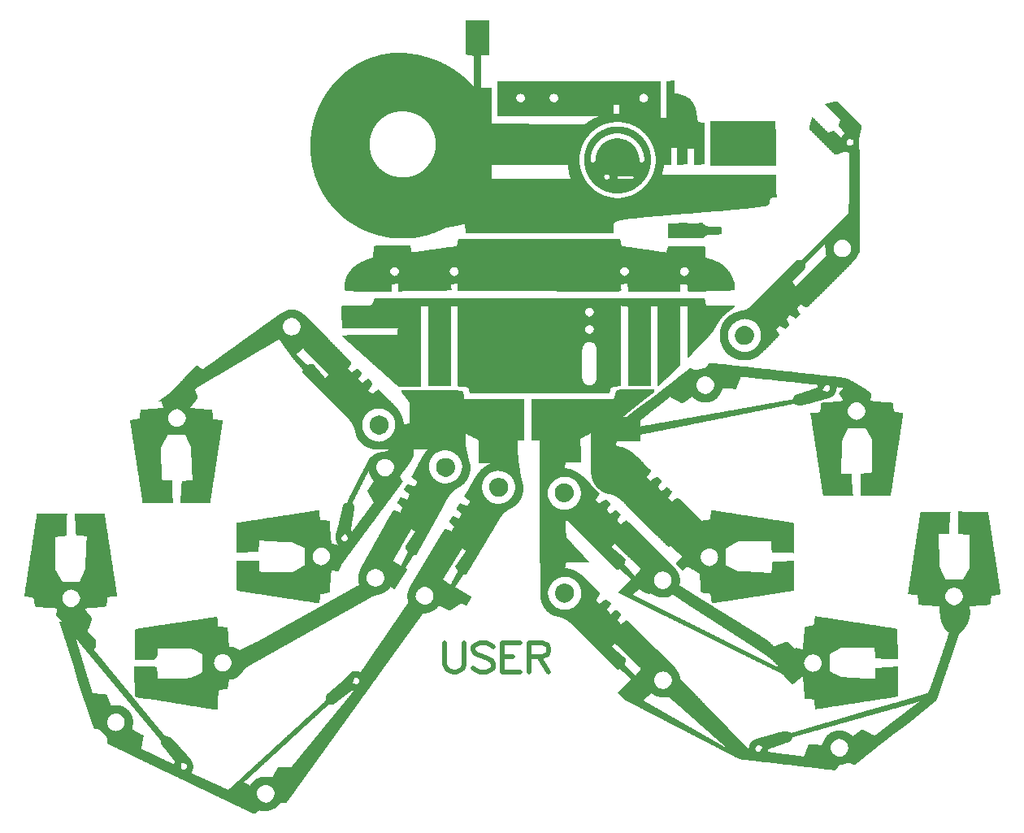
<source format=gbr>
%TF.GenerationSoftware,Novarm,DipTrace,3.0.0.2*%
%TF.CreationDate,2017-10-23T18:11:11+01:00*%
%FSLAX35Y35*%
%MOMM*%
%TF.FileFunction,Drawing,Silkscreen Top*%
%TF.Part,Single*%
%ADD12C,0.0254*%
%ADD79C,0.47059*%
G75*
G01*
%LPD*%
X5660900Y9320732D2*
D12*
X5899660D1*
X5660900Y9318192D2*
X5899660D1*
X5660900Y9315652D2*
X5899660D1*
X5660900Y9313112D2*
X5899660D1*
X5660900Y9310572D2*
X5899660D1*
X5660900Y9308032D2*
X5899660D1*
X5660900Y9305492D2*
X5899660D1*
X5660900Y9302952D2*
X5899660D1*
X5660900Y9300412D2*
X5899660D1*
X5660900Y9297872D2*
X5899660D1*
X5660910Y9295332D2*
X5899660D1*
X5660999Y9292792D2*
X5899660D1*
X5661323Y9290252D2*
X5899660D1*
X5661931Y9287712D2*
X5899660D1*
X5662582Y9285172D2*
X5899660D1*
X5663025Y9282632D2*
X5899660D1*
X5663261Y9280092D2*
X5899660D1*
X5663369Y9277552D2*
X5899660D1*
X5663413Y9275012D2*
X5899660D1*
X5663430Y9272472D2*
X5899660D1*
X5663437Y9269932D2*
X5899660D1*
X5663439Y9267392D2*
X5899660D1*
X5663440Y9264852D2*
X5899660D1*
X5663440Y9262312D2*
X5899660D1*
X5663440Y9259772D2*
X5899660D1*
X5663440Y9257232D2*
X5899660D1*
X5663440Y9254692D2*
X5899660D1*
X5663440Y9252152D2*
X5899660D1*
X5663440Y9249612D2*
X5899660D1*
X5663440Y9247072D2*
X5899660D1*
X5663440Y9244532D2*
X5899660D1*
X5663440Y9241992D2*
X5899660D1*
X5663440Y9239452D2*
X5899660D1*
X5663440Y9236912D2*
X5899660D1*
X5663440Y9234372D2*
X5899660D1*
X5663440Y9231832D2*
X5899660D1*
X5663440Y9229292D2*
X5899660D1*
X5663440Y9226752D2*
X5899660D1*
X5663440Y9224212D2*
X5899660D1*
X5663440Y9221672D2*
X5899660D1*
X5663440Y9219132D2*
X5899660D1*
X5663440Y9216592D2*
X5899660D1*
X5663440Y9214052D2*
X5899660D1*
X5663440Y9211512D2*
X5899660D1*
X5663440Y9208972D2*
X5899660D1*
X5663440Y9206432D2*
X5899660D1*
X5663440Y9203892D2*
X5899660D1*
X5663440Y9201352D2*
X5899660D1*
X5663440Y9198812D2*
X5899660D1*
X5663440Y9196272D2*
X5899660D1*
X5663440Y9193732D2*
X5899660D1*
X5663440Y9191192D2*
X5899660D1*
X5663440Y9188652D2*
X5899660D1*
X5663440Y9186112D2*
X5899660D1*
X5663440Y9183572D2*
X5899660D1*
X5663440Y9181032D2*
X5899660D1*
X5663440Y9178492D2*
X5899660D1*
X5663440Y9175952D2*
X5899660D1*
X5663440Y9173412D2*
X5899660D1*
X5663440Y9170872D2*
X5899660D1*
X5663440Y9168332D2*
X5899660D1*
X5663440Y9165792D2*
X5899660D1*
X5663440Y9163252D2*
X5899660D1*
X5663440Y9160712D2*
X5899660D1*
X5663440Y9158172D2*
X5899660D1*
X5663440Y9155632D2*
X5899660D1*
X5663440Y9153092D2*
X5899660D1*
X5663440Y9150552D2*
X5899660D1*
X5663440Y9148012D2*
X5899660D1*
X5663440Y9145472D2*
X5899660D1*
X5663440Y9142932D2*
X5899660D1*
X5663440Y9140392D2*
X5899660D1*
X5663450Y9137852D2*
X5899660D1*
X5663539Y9135312D2*
X5899660D1*
X5663863Y9132772D2*
X5899660D1*
X5664471Y9130232D2*
X5899660D1*
X5665122Y9127692D2*
X5899660D1*
X5665565Y9125152D2*
X5899660D1*
X5665801Y9122612D2*
X5899660D1*
X5665909Y9120072D2*
X5899660D1*
X5665953Y9117532D2*
X5899660D1*
X5665970Y9114992D2*
X5899660D1*
X5665977Y9112452D2*
X5899660D1*
X5665979Y9109912D2*
X5899660D1*
X5665980Y9107372D2*
X5899660D1*
X5665980Y9104832D2*
X5899660D1*
X5665980Y9102292D2*
X5899660D1*
X5665980Y9099752D2*
X5899660D1*
X5665980Y9097212D2*
X5899660D1*
X5665980Y9094672D2*
X5899660D1*
X5665980Y9092132D2*
X5899660D1*
X5665980Y9089592D2*
X5899660D1*
X5665980Y9087052D2*
X5899660D1*
X5665980Y9084512D2*
X5899660D1*
X5665980Y9081972D2*
X5899660D1*
X5665980Y9079432D2*
X5899660D1*
X5665980Y9076892D2*
X5899660D1*
X5665980Y9074352D2*
X5899660D1*
X5665980Y9071812D2*
X5899660D1*
X5665980Y9069272D2*
X5899660D1*
X5665980Y9066732D2*
X5899660D1*
X5665980Y9064192D2*
X5899660D1*
X5665980Y9061652D2*
X5899660D1*
X5665980Y9059112D2*
X5899660D1*
X5665980Y9056572D2*
X5899660D1*
X5665980Y9054032D2*
X5899660D1*
X5665980Y9051492D2*
X5899660D1*
X5665980Y9048952D2*
X5899660D1*
X5665980Y9046412D2*
X5899660D1*
X5665980Y9043872D2*
X5899660D1*
X5665980Y9041332D2*
X5899660D1*
X5665980Y9038792D2*
X5899660D1*
X5665980Y9036252D2*
X5899660D1*
X5665980Y9033712D2*
X5899660D1*
X5665980Y9031172D2*
X5899660D1*
X5665980Y9028632D2*
X5899660D1*
X5665980Y9026092D2*
X5899660D1*
X5665980Y9023552D2*
X5899660D1*
X5665980Y9021012D2*
X5899660D1*
X5665980Y9018472D2*
X5899660D1*
X5665980Y9015932D2*
X5899660D1*
X5665980Y9013392D2*
X5899660D1*
X5665980Y9010852D2*
X5899660D1*
X5665980Y9008312D2*
X5899660D1*
X5665980Y9005772D2*
X5899660D1*
X5665980Y9003232D2*
X5899660D1*
X5665980Y9000692D2*
X5899660D1*
X5665980Y8998152D2*
X5899660D1*
X5665980Y8995612D2*
X5899660D1*
X5665980Y8993072D2*
X5899660D1*
X5665980Y8990532D2*
X5899660D1*
X5665980Y8987992D2*
X5899660D1*
X5665980Y8985452D2*
X5899660D1*
X5665980Y8982912D2*
X5899660D1*
X5665980Y8980372D2*
X5899660D1*
X5665980Y8977832D2*
X5899660D1*
X4886200Y8975292D2*
X5033520D1*
X5666000D2*
X5899660D1*
X4866543Y8972752D2*
X5051300D1*
X5666258D2*
X5899660D1*
X4847786Y8970212D2*
X5081780D1*
X5666913D2*
X5899660D1*
X4830603Y8967672D2*
X5097430D1*
X5671715D2*
X5899660D1*
X4815115Y8965132D2*
X5113043D1*
X5680083D2*
X5899660D1*
X4801066Y8962592D2*
X5127853D1*
X5691733D2*
X5899660D1*
X4788114Y8960052D2*
X5141753D1*
X5705345D2*
X5899660D1*
X4776176Y8957512D2*
X5154934D1*
X5719603D2*
X5815840D1*
X5869180D2*
X5899660D1*
X4765062Y8954972D2*
X5167547D1*
X5733561D2*
X5815840D1*
X4754625Y8952432D2*
X5179550D1*
X5747260D2*
X5815840D1*
X4744842Y8949892D2*
X5190976D1*
X5747260D2*
X5815840D1*
X4735685Y8947352D2*
X5201833D1*
X5747260D2*
X5815840D1*
X4726851Y8944812D2*
X5212251D1*
X5747260D2*
X5815840D1*
X4718319Y8942272D2*
X5222232D1*
X5747260D2*
X5815840D1*
X4710145Y8939732D2*
X5231837D1*
X5747260D2*
X5815840D1*
X4702253Y8937192D2*
X5241264D1*
X5747260D2*
X5815840D1*
X4694517Y8934652D2*
X5250570D1*
X5747260D2*
X5815840D1*
X4686940Y8932112D2*
X5259462D1*
X5747260D2*
X5815840D1*
X4679621Y8929572D2*
X5267837D1*
X5747260D2*
X5815840D1*
X4672617Y8927032D2*
X5275823D1*
X5747260D2*
X5815840D1*
X4665741Y8924492D2*
X5283609D1*
X5747260D2*
X5815840D1*
X4658980Y8921952D2*
X5291290D1*
X5747260D2*
X5815840D1*
X4652523Y8919412D2*
X5298929D1*
X5747260D2*
X5815840D1*
X4646285Y8916872D2*
X5306464D1*
X5747260D2*
X5815840D1*
X4639898Y8914332D2*
X5313758D1*
X5747260D2*
X5815840D1*
X4633391Y8911792D2*
X5320677D1*
X5747260D2*
X5815840D1*
X4627069Y8909252D2*
X5327326D1*
X5747260D2*
X5815840D1*
X4621045Y8906712D2*
X5333881D1*
X5747260D2*
X5815840D1*
X4615245Y8904172D2*
X5340519D1*
X5747260D2*
X5815840D1*
X4609727Y8901632D2*
X5347172D1*
X5747260D2*
X5815840D1*
X4604424Y8899092D2*
X5353574D1*
X5747260D2*
X5815840D1*
X4599245Y8896552D2*
X5359706D1*
X5747260D2*
X5815840D1*
X4594124Y8894012D2*
X5365772D1*
X5747260D2*
X5815840D1*
X4589029Y8891472D2*
X5371748D1*
X5747260D2*
X5815840D1*
X4583943Y8888932D2*
X5377663D1*
X5747260D2*
X5815840D1*
X4578861Y8886392D2*
X5383617D1*
X5747260D2*
X5815840D1*
X4573780Y8883852D2*
X5389548D1*
X5747260D2*
X5815840D1*
X4568700Y8881312D2*
X5395359D1*
X5747260D2*
X5815840D1*
X4563620Y8878772D2*
X5401061D1*
X5747260D2*
X5815840D1*
X4558550Y8876232D2*
X5406538D1*
X5747260D2*
X5815840D1*
X4553549Y8873692D2*
X5411825D1*
X5747260D2*
X5815840D1*
X4548724Y8871152D2*
X5416998D1*
X5747260D2*
X5815840D1*
X4544097Y8868612D2*
X5422117D1*
X5747260D2*
X5815840D1*
X4539628Y8866072D2*
X5427212D1*
X5747260D2*
X5815840D1*
X4535322Y8863532D2*
X5432297D1*
X5747260D2*
X5815840D1*
X4531062Y8860992D2*
X5437379D1*
X5747260D2*
X5815840D1*
X4526777Y8858452D2*
X5442460D1*
X5747260D2*
X5815840D1*
X4522567Y8855912D2*
X5447530D1*
X5747260D2*
X5815840D1*
X4518346Y8853372D2*
X5452531D1*
X5747260D2*
X5815840D1*
X4514162Y8850832D2*
X5457356D1*
X5747260D2*
X5815840D1*
X4510184Y8848292D2*
X5461983D1*
X5747260D2*
X5815840D1*
X4506247Y8845752D2*
X5466452D1*
X5747260D2*
X5815840D1*
X4502030Y8843212D2*
X5470758D1*
X5747260D2*
X5815840D1*
X4497697Y8840672D2*
X5475028D1*
X5747260D2*
X5815840D1*
X4493504Y8838132D2*
X5479393D1*
X5747260D2*
X5815840D1*
X4489488Y8835592D2*
X5483846D1*
X5747260D2*
X5815840D1*
X4485579Y8833052D2*
X5488442D1*
X5747260D2*
X5815840D1*
X4481731Y8830512D2*
X5492982D1*
X5747260D2*
X5815840D1*
X4477903Y8827972D2*
X5497271D1*
X5747260D2*
X5815840D1*
X4474099Y8825432D2*
X5501338D1*
X5747260D2*
X5815840D1*
X4470374Y8822892D2*
X5505351D1*
X5747260D2*
X5815840D1*
X4466879Y8820352D2*
X5509519D1*
X5747260D2*
X5815840D1*
X4463596Y8817812D2*
X5513878D1*
X5747260D2*
X5815840D1*
X4460205Y8815272D2*
X5518109D1*
X5747260D2*
X5815840D1*
X4456551Y8812732D2*
X5522082D1*
X5747260D2*
X5815840D1*
X4452936Y8810192D2*
X5526083D1*
X5747260D2*
X5815840D1*
X4449450Y8807652D2*
X5530212D1*
X5747260D2*
X5815840D1*
X4445973Y8805112D2*
X5534272D1*
X5747260D2*
X5815840D1*
X4442550Y8802572D2*
X5538229D1*
X5747260D2*
X5815840D1*
X4439186Y8800032D2*
X5542096D1*
X5747260D2*
X5815840D1*
X4435770Y8797492D2*
X5545849D1*
X5747260D2*
X5815840D1*
X4432374Y8794952D2*
X5549354D1*
X5747260D2*
X5815840D1*
X4429020Y8792412D2*
X5552642D1*
X5747260D2*
X5815840D1*
X4425618Y8789872D2*
X5556034D1*
X5747260D2*
X5815840D1*
X4422302Y8787332D2*
X5559689D1*
X5747260D2*
X5815840D1*
X4419183Y8784792D2*
X5563304D1*
X5747260D2*
X5815840D1*
X4416066Y8782252D2*
X5566800D1*
X5747260D2*
X5815840D1*
X4412803Y8779712D2*
X5570356D1*
X5747260D2*
X5815840D1*
X4409555Y8777172D2*
X5574023D1*
X5747260D2*
X5815840D1*
X4406475Y8774632D2*
X5577752D1*
X5747260D2*
X5815840D1*
X4403449Y8772092D2*
X5581445D1*
X5747260D2*
X5815840D1*
X4400425Y8769552D2*
X5584918D1*
X5747260D2*
X5815840D1*
X4397473Y8767012D2*
X5588107D1*
X5747260D2*
X5815840D1*
X4394515Y8764472D2*
X5591183D1*
X5747260D2*
X5815840D1*
X4391525Y8761932D2*
X5594307D1*
X5747260D2*
X5815840D1*
X4388658Y8759392D2*
X5597505D1*
X5747260D2*
X5815840D1*
X4385856Y8756852D2*
X5600843D1*
X5747260D2*
X5815840D1*
X4382911Y8754312D2*
X5604196D1*
X5747260D2*
X5815840D1*
X4379729Y8751772D2*
X5607458D1*
X5747260D2*
X5815840D1*
X4376525Y8749232D2*
X5610621D1*
X5747260D2*
X5815840D1*
X4373537Y8746692D2*
X5613640D1*
X5747260D2*
X5815840D1*
X4370760Y8744152D2*
X5616627D1*
X5747260D2*
X5815840D1*
X4368102Y8741612D2*
X5619638D1*
X5747260D2*
X5815840D1*
X4365437Y8739072D2*
X5622589D1*
X5747260D2*
X5815840D1*
X4362636Y8736532D2*
X5625627D1*
X5747260D2*
X5815840D1*
X4359726Y8733992D2*
X5628857D1*
X5747260D2*
X5815840D1*
X4356896Y8731452D2*
X5632092D1*
X5747260D2*
X5815840D1*
X4354200Y8728912D2*
X5635167D1*
X5747260D2*
X5815840D1*
X4351580Y8726372D2*
X5638192D1*
X5747260D2*
X5815840D1*
X4349012Y8723832D2*
X5641206D1*
X5747260D2*
X5815840D1*
X4346455Y8721292D2*
X5644078D1*
X5747260D2*
X5815840D1*
X4343914Y8718752D2*
X5646801D1*
X5747260D2*
X5815840D1*
X4341369Y8716212D2*
X5649506D1*
X5747260D2*
X5815840D1*
X4338832Y8713672D2*
X5652321D1*
X5747260D2*
X5815840D1*
X4336288Y8711132D2*
X5655242D1*
X5747260D2*
X5815840D1*
X4333752Y8708592D2*
X5658070D1*
X5747260D2*
X5815840D1*
X4331208Y8706052D2*
X5660772D1*
X5747260D2*
X5815840D1*
X4328672Y8703512D2*
X5663388D1*
X5747260D2*
X5815840D1*
X4326128Y8700972D2*
X5665960D1*
X5747260D2*
X5815840D1*
X4323592Y8698432D2*
X5668513D1*
X5747260D2*
X5815840D1*
X4321058Y8695892D2*
X5671058D1*
X5747260D2*
X5815840D1*
X4318601Y8693352D2*
X5673599D1*
X5747260D2*
X5815840D1*
X4316302Y8690812D2*
X5676140D1*
X5747260D2*
X5815840D1*
X7817360D2*
X7827520D1*
X4314130Y8688272D2*
X5678680D1*
X5747260D2*
X5815840D1*
X7803308D2*
X7827520D1*
X4311873Y8685732D2*
X5681220D1*
X5747260D2*
X5815840D1*
X7788521D2*
X7827520D1*
X4309493Y8683192D2*
X5683760D1*
X5747260D2*
X5815840D1*
X7772803D2*
X7827520D1*
X4307028Y8680652D2*
X5686300D1*
X5747260D2*
X5815840D1*
X5993640D2*
X7192520D1*
X7756400D2*
X7827520D1*
X4304520Y8678112D2*
X5688840D1*
X5747260D2*
X5815840D1*
X5993640D2*
X7685280D1*
X7756400D2*
X7827520D1*
X4302003Y8675572D2*
X5691380D1*
X5747260D2*
X5815840D1*
X5993640D2*
X7685280D1*
X7756400D2*
X7827520D1*
X4299557Y8673032D2*
X5693920D1*
X5747260D2*
X5815840D1*
X5993640D2*
X7685280D1*
X7756400D2*
X7827520D1*
X4297342Y8670492D2*
X5696460D1*
X5747260D2*
X5815840D1*
X5993640D2*
X7685280D1*
X7756400D2*
X7827520D1*
X4295411Y8667952D2*
X5699000D1*
X5747260D2*
X5815840D1*
X5993640D2*
X7685280D1*
X7756400D2*
X7827520D1*
X4293522Y8665412D2*
X5701540D1*
X5747260D2*
X5815840D1*
X5993640D2*
X7685280D1*
X7756400D2*
X7827520D1*
X4291435Y8662872D2*
X5704080D1*
X5747260D2*
X5815840D1*
X5993640D2*
X7685280D1*
X7756400D2*
X7827520D1*
X4289210Y8660332D2*
X5706620D1*
X5747260D2*
X5815840D1*
X5993640D2*
X7685280D1*
X7756400D2*
X7827520D1*
X4287022Y8657792D2*
X5709150D1*
X5747260D2*
X5815840D1*
X5993640D2*
X7685280D1*
X7756400D2*
X7827520D1*
X4284891Y8655252D2*
X5711611D1*
X5747260D2*
X5815840D1*
X5993640D2*
X7685280D1*
X7756400D2*
X7827520D1*
X4282655Y8652712D2*
X5713906D1*
X5747260D2*
X5815840D1*
X5993640D2*
X7685280D1*
X7756400D2*
X7827520D1*
X4280287Y8650172D2*
X5716082D1*
X5747260D2*
X5815840D1*
X5993640D2*
X7685280D1*
X7756400D2*
X7827520D1*
X4277909Y8647632D2*
X5718335D1*
X5747260D2*
X5815840D1*
X5993640D2*
X7685280D1*
X7756400D2*
X7827520D1*
X4275642Y8645092D2*
X5720709D1*
X5747260D2*
X5815840D1*
X5993640D2*
X7685280D1*
X7756400D2*
X7827520D1*
X4273492Y8642552D2*
X5723090D1*
X5747260D2*
X5815840D1*
X5993640D2*
X7685280D1*
X7756400D2*
X7827520D1*
X4271330Y8640012D2*
X5725358D1*
X5747260D2*
X5815840D1*
X5993640D2*
X7685280D1*
X7756400D2*
X7827520D1*
X4269275Y8637472D2*
X5727517D1*
X5747260D2*
X5815840D1*
X5993640D2*
X7685280D1*
X7756400D2*
X7827520D1*
X4267419Y8634932D2*
X5729770D1*
X5747260D2*
X5815840D1*
X5993640D2*
X7685280D1*
X7756400D2*
X7827520D1*
X4265573Y8632392D2*
X5732138D1*
X5747260D2*
X5815840D1*
X5993640D2*
X7685280D1*
X7756400D2*
X7827520D1*
X4263568Y8629852D2*
X5734513D1*
X5747260D2*
X5815840D1*
X5993640D2*
X7685280D1*
X7756400D2*
X7827520D1*
X4261512Y8627312D2*
X5736695D1*
X5747260D2*
X5815840D1*
X5993640D2*
X7685280D1*
X7756400D2*
X7827520D1*
X4259455Y8624772D2*
X5738593D1*
X5747260D2*
X5815840D1*
X5993640D2*
X7685280D1*
X7756400D2*
X7827520D1*
X4257327Y8622232D2*
X5740372D1*
X5747260D2*
X5815840D1*
X5993640D2*
X7685280D1*
X7756400D2*
X7827520D1*
X4255215Y8619692D2*
X5742180D1*
X5747260D2*
X5815840D1*
X5993640D2*
X7685280D1*
X7756400D2*
X7827520D1*
X4253214Y8617152D2*
X5815840D1*
X5993640D2*
X7685280D1*
X7756400D2*
X7827520D1*
X4251315Y8614612D2*
X5815840D1*
X5993640D2*
X7685280D1*
X7756400D2*
X7827520D1*
X4249566Y8612072D2*
X5922520D1*
X5993640D2*
X7685280D1*
X7756400D2*
X7827520D1*
X4247838Y8609532D2*
X5922520D1*
X5993640D2*
X7685280D1*
X7756400D2*
X7827520D1*
X4246019Y8606992D2*
X5922520D1*
X5993640D2*
X7685280D1*
X7756400D2*
X7827520D1*
X4244101Y8604452D2*
X5922520D1*
X5993640D2*
X7685280D1*
X7756400D2*
X7827520D1*
X4242040Y8601912D2*
X5922520D1*
X5993640D2*
X7685280D1*
X7756400D2*
X7827520D1*
X4239957Y8599372D2*
X5922520D1*
X5993640D2*
X7685280D1*
X7756400D2*
X7827520D1*
X4237967Y8596832D2*
X5922520D1*
X5993640D2*
X7685280D1*
X7756400D2*
X7827520D1*
X4236073Y8594292D2*
X5922520D1*
X5993640D2*
X7685280D1*
X7756400D2*
X7827520D1*
X4234326Y8591752D2*
X5922520D1*
X5993640D2*
X7685280D1*
X7756400D2*
X7827520D1*
X4232607Y8589212D2*
X5922520D1*
X5993640D2*
X7685280D1*
X7756400D2*
X7827520D1*
X4230868Y8586672D2*
X5922520D1*
X5993640D2*
X7685280D1*
X7756400D2*
X7827520D1*
X4229185Y8584132D2*
X5922520D1*
X5993640D2*
X7685280D1*
X7756400D2*
X7827520D1*
X4227419Y8581592D2*
X5922520D1*
X5993640D2*
X7685280D1*
X7756400D2*
X7827520D1*
X4225457Y8579052D2*
X5922520D1*
X5993640D2*
X7685280D1*
X7756400D2*
X7827520D1*
X4223504Y8576512D2*
X5922520D1*
X5993640D2*
X7685280D1*
X7756400D2*
X7827520D1*
X4221766Y8573972D2*
X5922520D1*
X5993640D2*
X7685280D1*
X7756400D2*
X7827520D1*
X4220168Y8571432D2*
X5922520D1*
X5993640D2*
X7685280D1*
X7756400D2*
X7827520D1*
X4218463Y8568892D2*
X5922520D1*
X5993640D2*
X7685280D1*
X7756400D2*
X7827560D1*
X4216542Y8566352D2*
X5922520D1*
X5993640D2*
X7685280D1*
X7756400D2*
X7827679D1*
X4214601Y8563812D2*
X5922520D1*
X5993640D2*
X7685280D1*
X7756400D2*
X7828869D1*
X4212884Y8561272D2*
X5922520D1*
X5993640D2*
X7685280D1*
X7756400D2*
X7833461D1*
X4211364Y8558732D2*
X5922520D1*
X5993640D2*
X6218561D1*
X6241159D2*
X6566541D1*
X6586982D2*
X7501261D1*
X7521702D2*
X7685280D1*
X7756400D2*
X7840607D1*
X4209898Y8556192D2*
X5922520D1*
X5993640D2*
X6211239D1*
X6248481D2*
X6559219D1*
X6594854D2*
X7493939D1*
X7529574D2*
X7685280D1*
X7756400D2*
X7850062D1*
X4208258Y8553652D2*
X5922520D1*
X5993640D2*
X6205538D1*
X6254182D2*
X6553518D1*
X6600968D2*
X7488238D1*
X7535688D2*
X7685280D1*
X7756400D2*
X7860572D1*
X4206364Y8551112D2*
X5922520D1*
X5993640D2*
X6201109D1*
X6258611D2*
X6549089D1*
X6605478D2*
X7483809D1*
X7540198D2*
X7685280D1*
X7756400D2*
X7870931D1*
X4204435Y8548572D2*
X5922520D1*
X5993640D2*
X6197591D1*
X6262129D2*
X6545571D1*
X6608945D2*
X7480291D1*
X7543665D2*
X7685280D1*
X7756400D2*
X7880800D1*
X4202722Y8546032D2*
X5922520D1*
X5993640D2*
X6194612D1*
X6265108D2*
X6542582D1*
X6611876D2*
X7477302D1*
X7546596D2*
X7685280D1*
X7756400D2*
X7890281D1*
X4201213Y8543492D2*
X5922520D1*
X5993640D2*
X6191984D1*
X6267746D2*
X6539864D1*
X6614479D2*
X7474584D1*
X7549199D2*
X7685280D1*
X7756400D2*
X7899317D1*
X4199827Y8540952D2*
X5922520D1*
X5993640D2*
X6189783D1*
X6270036D2*
X6537341D1*
X6616748D2*
X7472061D1*
X7551468D2*
X7685280D1*
X7756400D2*
X7907537D1*
X4198431Y8538412D2*
X5922520D1*
X5993640D2*
X6188149D1*
X6271984D2*
X6535107D1*
X6618607D2*
X7469827D1*
X7553327D2*
X7685280D1*
X7756400D2*
X7914936D1*
X4196902Y8535872D2*
X5922520D1*
X5993640D2*
X6186869D1*
X6273784D2*
X6533255D1*
X6620163D2*
X7467975D1*
X7554893D2*
X7685280D1*
X7756400D2*
X7921776D1*
X4195250Y8533332D2*
X5922520D1*
X5993640D2*
X6185519D1*
X6275461D2*
X6531697D1*
X6621482D2*
X7466417D1*
X7556291D2*
X7685280D1*
X7756400D2*
X7928253D1*
X4193613Y8530792D2*
X5922520D1*
X5993640D2*
X6184079D1*
X6276745D2*
X6530306D1*
X6622562D2*
X7465026D1*
X7557605D2*
X7685280D1*
X7756400D2*
X7934352D1*
X4191940Y8528252D2*
X5922520D1*
X5993640D2*
X6182913D1*
X6277584D2*
X6529076D1*
X6623476D2*
X7463796D1*
X7558814D2*
X7685280D1*
X7756400D2*
X7940038D1*
X4190228Y8525712D2*
X5922520D1*
X5993640D2*
X6182198D1*
X6278278D2*
X6528118D1*
X6624388D2*
X7462838D1*
X7559849D2*
X7685280D1*
X7756400D2*
X7945413D1*
X4188641Y8523172D2*
X5922520D1*
X5993640D2*
X6181756D1*
X6279048D2*
X6527540D1*
X6625259D2*
X7462260D1*
X7560745D2*
X7685280D1*
X7756400D2*
X7950618D1*
X4187200Y8520632D2*
X5922520D1*
X5993640D2*
X6181277D1*
X6279765D2*
X6527251D1*
X6626078D2*
X7461971D1*
X7561642D2*
X7685280D1*
X7756400D2*
X7955658D1*
X4185848Y8518092D2*
X5922520D1*
X5993640D2*
X6180605D1*
X6280232D2*
X6527122D1*
X6626941D2*
X7461842D1*
X7562420D2*
X7685280D1*
X7756400D2*
X7960428D1*
X4184537Y8515552D2*
X5922520D1*
X5993640D2*
X6179930D1*
X6280476D2*
X6527070D1*
X6627708D2*
X7461790D1*
X7562915D2*
X7685280D1*
X7756400D2*
X7964814D1*
X4183172Y8513012D2*
X5922520D1*
X5993640D2*
X6179489D1*
X6280587D2*
X6527051D1*
X6628188D2*
X7461771D1*
X7563160D2*
X7685280D1*
X7756400D2*
X7968915D1*
X4181655Y8510472D2*
X5922520D1*
X5993640D2*
X6179340D1*
X6280623D2*
X6527044D1*
X6628352D2*
X7461764D1*
X7563186D2*
X7685280D1*
X7756400D2*
X7972842D1*
X4180007Y8507932D2*
X5922520D1*
X5993640D2*
X6179555D1*
X6280551D2*
X6527041D1*
X6628142D2*
X7461761D1*
X7562909D2*
X7685280D1*
X7756400D2*
X7976616D1*
X4178372Y8505392D2*
X5922520D1*
X5993640D2*
X6180118D1*
X6280234D2*
X6527050D1*
X6627571D2*
X7461770D1*
X7562309D2*
X7685280D1*
X7756400D2*
X7980120D1*
X4176710Y8502852D2*
X5922520D1*
X5993640D2*
X6180752D1*
X6279628D2*
X6527139D1*
X6626848D2*
X7461859D1*
X7561575D2*
X7685280D1*
X7756400D2*
X7983321D1*
X4175077Y8500312D2*
X5922520D1*
X5993640D2*
X6181199D1*
X6278967D2*
X6527473D1*
X6626088D2*
X7462193D1*
X7560810D2*
X7685280D1*
X7756400D2*
X7986391D1*
X4173724Y8497772D2*
X5922520D1*
X5993640D2*
X6181531D1*
X6278425D2*
X6528170D1*
X6625237D2*
X7462890D1*
X7559957D2*
X7685280D1*
X7756400D2*
X7989427D1*
X4172569Y8495232D2*
X5922520D1*
X5993640D2*
X6182051D1*
X6277777D2*
X6529145D1*
X6624379D2*
X7463865D1*
X7559109D2*
X7685280D1*
X7756400D2*
X7992302D1*
X4171259Y8492692D2*
X5922520D1*
X5993640D2*
X6183038D1*
X6276727D2*
X6530217D1*
X6623479D2*
X7464937D1*
X7558288D2*
X7685280D1*
X7756400D2*
X7995022D1*
X4169749Y8490152D2*
X5922520D1*
X5993640D2*
X6184413D1*
X6275334D2*
X6531282D1*
X6622284D2*
X7466002D1*
X7557328D2*
X7685280D1*
X7756400D2*
X7997645D1*
X4168257Y8487612D2*
X5922520D1*
X5993640D2*
X6185927D1*
X6273889D2*
X6532490D1*
X6620812D2*
X7467210D1*
X7556140D2*
X7685280D1*
X7756400D2*
X8000219D1*
X4166856Y8485072D2*
X5922520D1*
X5993640D2*
X6187550D1*
X6272496D2*
X6534086D1*
X6619258D2*
X7468806D1*
X7554629D2*
X7685280D1*
X7756400D2*
X8002763D1*
X4165519Y8482532D2*
X5922520D1*
X5993640D2*
X6189262D1*
X6271067D2*
X6535946D1*
X6617609D2*
X7470666D1*
X7552772D2*
X7685280D1*
X7756400D2*
X8005208D1*
X4164214Y8479992D2*
X5922520D1*
X5993640D2*
X6191021D1*
X6269350D2*
X6537994D1*
X6615811D2*
X7472714D1*
X7550767D2*
X7685280D1*
X7756400D2*
X8007328D1*
X4162851Y8477452D2*
X5922520D1*
X5993640D2*
X6193126D1*
X6267037D2*
X6540411D1*
X6613796D2*
X7475131D1*
X7548634D2*
X7685280D1*
X7756400D2*
X8008846D1*
X4161345Y8474912D2*
X5922520D1*
X5993640D2*
X6195883D1*
X6264072D2*
X6543143D1*
X6611237D2*
X7477863D1*
X7546091D2*
X7685280D1*
X7756400D2*
X8009762D1*
X4159786Y8472372D2*
X5922520D1*
X5993640D2*
X6199273D1*
X6260554D2*
X6546101D1*
X6607849D2*
X7480821D1*
X7542910D2*
X7685280D1*
X7756400D2*
X8015480D1*
X9514080D2*
X9526780D1*
X4158465Y8469832D2*
X5922520D1*
X5993640D2*
X6203463D1*
X6256301D2*
X6549814D1*
X6603515D2*
X7484534D1*
X7538849D2*
X7685280D1*
X7756400D2*
X8016751D1*
X9503575D2*
X9529310D1*
X4157322Y8467292D2*
X5922520D1*
X5993640D2*
X6209050D1*
X6250687D2*
X6555382D1*
X6597968D2*
X7490102D1*
X7533325D2*
X7685280D1*
X7756400D2*
X8018236D1*
X9492770D2*
X9531751D1*
X4156027Y8464752D2*
X5922520D1*
X5993640D2*
X6216395D1*
X6243331D2*
X6563359D1*
X6590928D2*
X7498079D1*
X7526009D2*
X7685280D1*
X7756400D2*
X8019788D1*
X9481935D2*
X9533869D1*
X4154598Y8462212D2*
X5922520D1*
X5993640D2*
X6224780D1*
X6234940D2*
X6572760D1*
X6582920D2*
X7507480D1*
X7517640D2*
X7685280D1*
X7756400D2*
X8021414D1*
X9471231D2*
X9535386D1*
X4153340Y8459672D2*
X5922520D1*
X5993640D2*
X7685280D1*
X7756400D2*
X8023031D1*
X9460584D2*
X9536302D1*
X4152225Y8457132D2*
X5922520D1*
X5993640D2*
X7685280D1*
X7756400D2*
X8024379D1*
X9449862D2*
X9542020D1*
X4150941Y8454592D2*
X5922520D1*
X5993640D2*
X7685280D1*
X7756400D2*
X8025532D1*
X9439173D2*
X9542020D1*
X4149516Y8452052D2*
X5922520D1*
X5993640D2*
X7685280D1*
X7756400D2*
X8026831D1*
X9428854D2*
X9547100D1*
X4148260Y8449512D2*
X5922520D1*
X5993640D2*
X7685280D1*
X7756400D2*
X8028261D1*
X9419897D2*
X9547100D1*
X4147144Y8446972D2*
X5922520D1*
X5993640D2*
X7685280D1*
X7756400D2*
X8029519D1*
X9413005D2*
X9552180D1*
X4145860Y8444432D2*
X5922520D1*
X5993640D2*
X7685280D1*
X7756400D2*
X8030635D1*
X9407400D2*
X9552180D1*
X4144436Y8441892D2*
X5922520D1*
X5993640D2*
X7685280D1*
X7756400D2*
X8031919D1*
X9409940D2*
X9557260D1*
X4143180Y8439352D2*
X5922520D1*
X5993640D2*
X7192520D1*
X7263640D2*
X7685280D1*
X7756400D2*
X8033344D1*
X9412480D2*
X9557260D1*
X4142064Y8436812D2*
X5922520D1*
X5993640D2*
X7192520D1*
X7263640D2*
X7685280D1*
X7756400D2*
X8034591D1*
X9415020D2*
X9562340D1*
X4140780Y8434272D2*
X5922520D1*
X5993640D2*
X7192520D1*
X7263640D2*
X7685280D1*
X7756400D2*
X8035626D1*
X9417560D2*
X9562340D1*
X4139356Y8431732D2*
X5922520D1*
X5993640D2*
X7192520D1*
X7263640D2*
X7685280D1*
X7756400D2*
X8036676D1*
X9420100D2*
X9567420D1*
X4138109Y8429192D2*
X5922520D1*
X5993640D2*
X7192520D1*
X7263640D2*
X7685280D1*
X7756400D2*
X8037806D1*
X9422640D2*
X9567420D1*
X4137074Y8426652D2*
X5922520D1*
X5993640D2*
X7192520D1*
X7263640D2*
X7685280D1*
X7756400D2*
X8038930D1*
X9425180D2*
X9572500D1*
X4136024Y8424112D2*
X5922520D1*
X5993640D2*
X7192520D1*
X7263640D2*
X7685280D1*
X7756400D2*
X8039930D1*
X9427720D2*
X9572500D1*
X4134884Y8421572D2*
X5922520D1*
X5993640D2*
X7192520D1*
X7263640D2*
X7685280D1*
X7756400D2*
X8040823D1*
X9430260D2*
X9577580D1*
X4133681Y8419032D2*
X5922520D1*
X5993640D2*
X7192520D1*
X7263640D2*
X7685280D1*
X7756400D2*
X8041803D1*
X9432800D2*
X9577580D1*
X4132437Y8416492D2*
X5922520D1*
X5993640D2*
X7192520D1*
X7263640D2*
X7685280D1*
X7756400D2*
X8042904D1*
X9435340D2*
X9582660D1*
X4131180Y8413952D2*
X5922520D1*
X5993640D2*
X7192520D1*
X7263640D2*
X7685280D1*
X7756400D2*
X8044007D1*
X9437880D2*
X9582660D1*
X4129922Y8411412D2*
X5922520D1*
X5993640D2*
X7192520D1*
X7263640D2*
X7685280D1*
X7756400D2*
X8044913D1*
X9440420D2*
X9587740D1*
X4128735Y8408872D2*
X5922520D1*
X5993640D2*
X7192520D1*
X7263640D2*
X7685280D1*
X7756400D2*
X8045481D1*
X9442960D2*
X9587740D1*
X4127697Y8406332D2*
X5922520D1*
X5993640D2*
X7192520D1*
X7263640D2*
X7685280D1*
X7756400D2*
X8045852D1*
X9445500D2*
X9592820D1*
X4126714Y8403792D2*
X5922520D1*
X5993640D2*
X7192520D1*
X7263640D2*
X7685280D1*
X7756400D2*
X8046302D1*
X9448040D2*
X9592820D1*
X4125495Y8401252D2*
X5922520D1*
X5993640D2*
X7192520D1*
X7263640D2*
X7685280D1*
X7756400D2*
X8046971D1*
X9450580D2*
X9597900D1*
X4124108Y8398712D2*
X5922520D1*
X5993640D2*
X7192520D1*
X7263640D2*
X7685280D1*
X7756400D2*
X8047731D1*
X9453120D2*
X9597900D1*
X4122952Y8396172D2*
X5922520D1*
X5993640D2*
X7192520D1*
X7263640D2*
X7685280D1*
X7756400D2*
X8048505D1*
X9455660D2*
X9602980D1*
X4122165Y8393632D2*
X5922520D1*
X5993640D2*
X7192520D1*
X7263640D2*
X7685280D1*
X7756400D2*
X8049351D1*
X9458200D2*
X9602980D1*
X4121481Y8391092D2*
X5922520D1*
X5993640D2*
X7192520D1*
X7263640D2*
X7685280D1*
X7756400D2*
X8050111D1*
X9460740D2*
X9608060D1*
X4120629Y8388552D2*
X5922520D1*
X5993640D2*
X7192520D1*
X7263640D2*
X7685280D1*
X7756400D2*
X8050609D1*
X9463280D2*
X9608060D1*
X4119581Y8386012D2*
X5922520D1*
X5993640D2*
X7192520D1*
X7263640D2*
X7685280D1*
X7756400D2*
X8050951D1*
X9465820D2*
X9613140D1*
X4118417Y8383472D2*
X5922520D1*
X5993640D2*
X7192520D1*
X7263640D2*
X7685280D1*
X7756400D2*
X8051388D1*
X9468360D2*
X9613140D1*
X4117188Y8380932D2*
X5922520D1*
X5993640D2*
X7192520D1*
X7263640D2*
X7685280D1*
X7756400D2*
X8052053D1*
X9470900D2*
X9618220D1*
X4115937Y8378392D2*
X5922520D1*
X5993640D2*
X7192520D1*
X7263640D2*
X7685280D1*
X7756400D2*
X8052812D1*
X9473440D2*
X9618220D1*
X4114681Y8375852D2*
X4967752D1*
X5020146D2*
X5922520D1*
X5993640D2*
X7192520D1*
X7263640D2*
X7685280D1*
X7756400D2*
X8053585D1*
X9475980D2*
X9623300D1*
X4113504Y8373312D2*
X4948107D1*
X5041602D2*
X5922520D1*
X5993640D2*
X7192520D1*
X7263640D2*
X7685280D1*
X7756400D2*
X8054431D1*
X9478520D2*
X9623300D1*
X4112557Y8370772D2*
X4931880D1*
X5059298D2*
X5922520D1*
X5993640D2*
X7192520D1*
X7263640D2*
X7685280D1*
X7756400D2*
X8055191D1*
X9481060D2*
X9628380D1*
X4111897Y8368232D2*
X4918405D1*
X5073926D2*
X5922520D1*
X5993640D2*
X7192520D1*
X7263640D2*
X7685280D1*
X7756400D2*
X8055679D1*
X9483600D2*
X9628380D1*
X4111276Y8365692D2*
X4907009D1*
X5086278D2*
X5922520D1*
X5993640D2*
X7192520D1*
X7263640D2*
X7685280D1*
X7756400D2*
X8055941D1*
X9486140D2*
X9633460D1*
X4110451Y8363152D2*
X4897237D1*
X5097063D2*
X5922520D1*
X5993640D2*
X7192520D1*
X7263640D2*
X7685280D1*
X7756400D2*
X8056145D1*
X9488680D2*
X9633460D1*
X4109425Y8360612D2*
X4888877D1*
X5106612D2*
X5922520D1*
X5993640D2*
X7192520D1*
X7263640D2*
X7685280D1*
X7756400D2*
X8056515D1*
X9491220D2*
X9638540D1*
X4108344Y8358072D2*
X4881666D1*
X5115162D2*
X5922520D1*
X5993640D2*
X7192520D1*
X7263640D2*
X7685280D1*
X7756400D2*
X8057141D1*
X9493760D2*
X9638540D1*
X4107361Y8355532D2*
X4875179D1*
X5122842D2*
X5922520D1*
X5993640D2*
X7192520D1*
X7263640D2*
X7685280D1*
X7756400D2*
X8057809D1*
X9496300D2*
X9643620D1*
X4106474Y8352992D2*
X4868897D1*
X5129725D2*
X5922520D1*
X5993640D2*
X7192520D1*
X7263640D2*
X7685280D1*
X7756400D2*
X8058344D1*
X9498840D2*
X9643620D1*
X4105496Y8350452D2*
X4862636D1*
X5136060D2*
X5922520D1*
X5993640D2*
X7192520D1*
X7263640D2*
X7685280D1*
X7756400D2*
X8058904D1*
X9501380D2*
X9648700D1*
X4104395Y8347912D2*
X4856418D1*
X5142196D2*
X5922520D1*
X5993640D2*
X7192520D1*
X7263640D2*
X7685280D1*
X7756400D2*
X8059620D1*
X9503920D2*
X9648700D1*
X4103283Y8345372D2*
X4850435D1*
X5148113D2*
X5922520D1*
X5993640D2*
X7685280D1*
X7756400D2*
X8060316D1*
X9506460D2*
X9653780D1*
X4102288Y8342832D2*
X4844878D1*
X5153705D2*
X5922520D1*
X5993640D2*
X7685280D1*
X7756400D2*
X8060776D1*
X9509000D2*
X9653780D1*
X4101397Y8340292D2*
X4839842D1*
X5158965D2*
X5922520D1*
X5993640D2*
X7685280D1*
X7756400D2*
X8061018D1*
X9511540D2*
X9658860D1*
X4100416Y8337752D2*
X4835250D1*
X5163922D2*
X5922520D1*
X5993640D2*
X7685280D1*
X7756400D2*
X8061128D1*
X9514080D2*
X9658860D1*
X4099316Y8335212D2*
X4830864D1*
X5168672D2*
X5922520D1*
X5993640D2*
X7685280D1*
X7756400D2*
X8061183D1*
X9516620D2*
X9663940D1*
X4098213Y8332672D2*
X4826527D1*
X5173408D2*
X5922520D1*
X5993640D2*
X7685280D1*
X7756400D2*
X8061290D1*
X9519160D2*
X9663940D1*
X4097297Y8330132D2*
X4822298D1*
X5178080D2*
X5922520D1*
X5993640D2*
X7685280D1*
X7756400D2*
X8061620D1*
X9521700D2*
X9669020D1*
X4096650Y8327592D2*
X4818070D1*
X5182624D2*
X5922520D1*
X5993640D2*
X7685280D1*
X7756400D2*
X8062230D1*
X9524240D2*
X9669020D1*
X4096034Y8325052D2*
X4813893D1*
X5186982D2*
X5922520D1*
X6242560D2*
X6928360D1*
X7064725D2*
X7685280D1*
X7756400D2*
X8062892D1*
X9526780D2*
X9674100D1*
X4095211Y8322512D2*
X4810004D1*
X5191032D2*
X5922520D1*
X7058306D2*
X7685280D1*
X7756400D2*
X8063425D1*
X9529320D2*
X9674100D1*
X4094185Y8319972D2*
X4806391D1*
X5194913D2*
X5922520D1*
X7051657D2*
X7685280D1*
X7756400D2*
X8063984D1*
X9531860D2*
X9679180D1*
X4093114Y8317432D2*
X4802781D1*
X5198820D2*
X5922520D1*
X7045234D2*
X7685280D1*
X7756400D2*
X8064700D1*
X9534400D2*
X9679180D1*
X4092210Y8314892D2*
X4799109D1*
X5202550D2*
X5922520D1*
X7039071D2*
X7685280D1*
X7756400D2*
X8065396D1*
X9536940D2*
X9684260D1*
X4091568Y8312352D2*
X4795449D1*
X5206083D2*
X5922520D1*
X7033001D2*
X7685280D1*
X7756400D2*
X8065856D1*
X9539480D2*
X9684260D1*
X4090963Y8309812D2*
X4791992D1*
X5209577D2*
X5922520D1*
X7027021D2*
X7685280D1*
X7756400D2*
X8066098D1*
X9542020D2*
X9689340D1*
X4090220Y8307272D2*
X4788809D1*
X5213006D2*
X5922520D1*
X7021192D2*
X7685280D1*
X7756400D2*
X8066208D1*
X9270240D2*
D3*
X9544560D2*
X9689340D1*
X4089428Y8304732D2*
X4785736D1*
X5216373D2*
X5922520D1*
X7015483D2*
X7685280D1*
X7756400D2*
X8066253D1*
X9269838D2*
X9275320D1*
X9547100D2*
X9694420D1*
X4088642Y8302192D2*
X4782612D1*
X5219790D2*
X5922520D1*
X7010003D2*
X7685280D1*
X7756400D2*
X8066270D1*
X9269119D2*
X9275320D1*
X9549640D2*
X9694420D1*
X4087791Y8299652D2*
X4779414D1*
X5223176D2*
X5922520D1*
X7004716D2*
X8066287D1*
X9268137D2*
X9280400D1*
X9552180D2*
X9699500D1*
X4087020Y8297112D2*
X4776087D1*
X5226451D2*
X5922520D1*
X6999552D2*
X8066378D1*
X9267084D2*
X9280400D1*
X9554720D2*
X9699500D1*
X4086442Y8294572D2*
X4772813D1*
X5229609D2*
X5922520D1*
X6994512D2*
X8066703D1*
X9266197D2*
X9285480D1*
X9557260D2*
X9704580D1*
X4085866Y8292032D2*
X4769795D1*
X5232550D2*
X5922520D1*
X6989672D2*
X8067311D1*
X9265636D2*
X9285480D1*
X9559790D2*
X9704580D1*
X4085133Y8289492D2*
X4767006D1*
X5235293D2*
X5922520D1*
X6985040D2*
X8067972D1*
X9265266D2*
X9290560D1*
X9562231D2*
X9709660D1*
X4084346Y8286952D2*
X4764354D1*
X5237931D2*
X5922520D1*
X6980569D2*
X8068505D1*
X9264818D2*
X9290560D1*
X9564348D2*
X9709660D1*
X4083561Y8284412D2*
X4761768D1*
X5240505D2*
X5922520D1*
X6976262D2*
X8069064D1*
X9264149D2*
X9295640D1*
X9565847D2*
X9714740D1*
X4082711Y8281872D2*
X4759210D1*
X5243064D2*
X5922520D1*
X6972002D2*
X8069780D1*
X9263389D2*
X9295640D1*
X9566848D2*
X9714740D1*
X4081940Y8279332D2*
X4756663D1*
X5245605D2*
X5922520D1*
X6967727D2*
X8070476D1*
X9262615D2*
X9300720D1*
X9566877D2*
X9719820D1*
X4081362Y8276792D2*
X4754121D1*
X5248151D2*
X5922520D1*
X6963596D2*
X8070936D1*
X9261769D2*
X9300720D1*
X9565921D2*
X9719820D1*
X4080776Y8274252D2*
X4751580D1*
X5250688D2*
X5922520D1*
X6959610D2*
X8071178D1*
X9260999D2*
X9305800D1*
X9564672D2*
X9724900D1*
X4079964Y8271712D2*
X4749040D1*
X5253232D2*
X5922520D1*
X6955720D2*
X8071288D1*
X9260422D2*
X9305800D1*
X9563503D2*
X9724900D1*
X4078942Y8269172D2*
X4746500D1*
X5255768D2*
X5922520D1*
X6951875D2*
X8071353D1*
X9259846D2*
X9310880D1*
X9562497D2*
X9729980D1*
X4077873Y8266632D2*
X4743970D1*
X5258302D2*
X5922520D1*
X6948053D2*
X8071608D1*
X9259113D2*
X9310880D1*
X9561458D2*
X9729980D1*
X4076980Y8264092D2*
X4741519D1*
X5260759D2*
X5922530D1*
X6944237D2*
X7205482D1*
X7273029D2*
X8072212D1*
X8213600D2*
X8881620D1*
X9258326D2*
X9315960D1*
X9560332D2*
X9735060D1*
X4076427Y8261552D2*
X4739303D1*
X5263058D2*
X5922619D1*
X6940437D2*
X7185758D1*
X7294159D2*
X8075358D1*
X8213600D2*
X8881620D1*
X9257541D2*
X9315960D1*
X9559209D2*
X9735060D1*
X4076136Y8259012D2*
X4737371D1*
X5265220D2*
X5922943D1*
X6936713D2*
X7169296D1*
X7311237D2*
X8083509D1*
X8213600D2*
X8881620D1*
X9256691D2*
X9321040D1*
X9558200D2*
X9740140D1*
X4075922Y8256472D2*
X4735482D1*
X5267388D2*
X5923551D1*
X6933229D2*
X7155527D1*
X7325124D2*
X8094619D1*
X8213600D2*
X8881620D1*
X9255930D2*
X9321040D1*
X9557228D2*
X9740140D1*
X4075537Y8253932D2*
X4733395D1*
X5269444D2*
X5924202D1*
X6930025D2*
X7143988D1*
X7336709D2*
X8108652D1*
X8213600D2*
X8881620D1*
X9255432D2*
X9326120D1*
X9556013D2*
X9745220D1*
X4074820Y8251392D2*
X4731170D1*
X5271300D2*
X5924645D1*
X6926869D2*
X7134012D1*
X7346651D2*
X8125028D1*
X8213600D2*
X8881620D1*
X9255089D2*
X9326120D1*
X9554627D2*
X9745220D1*
X4073838Y8248852D2*
X4728982D1*
X5273147D2*
X5924881D1*
X6923499D2*
X7124928D1*
X7355450D2*
X8142480D1*
X8213600D2*
X8881620D1*
X9254642D2*
X9331200D1*
X9553472D2*
X9750300D1*
X4072784Y8246312D2*
X4726861D1*
X5275152D2*
X5924989D1*
X6919917D2*
X7116575D1*
X7363603D2*
X8142480D1*
X8213600D2*
X8881620D1*
X9253897D2*
X9331200D1*
X9552675D2*
X9750300D1*
X4071897Y8243772D2*
X4724715D1*
X5277208D2*
X5925033D1*
X6916124D2*
X7108977D1*
X7371353D2*
X8142480D1*
X8213600D2*
X8881620D1*
X9252904D2*
X9336280D1*
X9551912D2*
X9755380D1*
X4071346Y8241232D2*
X4722670D1*
X5279265D2*
X5925051D1*
X6912034D2*
X7101810D1*
X7378730D2*
X8142480D1*
X8213600D2*
X8881620D1*
X9251847D2*
X9336280D1*
X9550825D2*
X9755380D1*
X4071056Y8238692D2*
X4720900D1*
X5281383D2*
X6313680D1*
X6907585D2*
X7094921D1*
X7385671D2*
X8142480D1*
X8213600D2*
X8881620D1*
X9250958D2*
X9341360D1*
X9549493D2*
X9760460D1*
X4070842Y8236152D2*
X4719284D1*
X5283416D2*
X7088433D1*
X7392232D2*
X8142480D1*
X8213600D2*
X8881620D1*
X9250396D2*
X9341360D1*
X9548286D2*
X9760460D1*
X4070467Y8233612D2*
X4717578D1*
X5285172D2*
X7082344D1*
X7398387D2*
X8142480D1*
X8213600D2*
X8881620D1*
X9250027D2*
X9346440D1*
X9547285D2*
X9765540D1*
X4069829Y8231072D2*
X4715651D1*
X5286707D2*
X7076519D1*
X7404174D2*
X8142480D1*
X8213600D2*
X8881620D1*
X9249578D2*
X9346440D1*
X9546430D2*
X9765540D1*
X4069082Y8228532D2*
X4713704D1*
X5288179D2*
X7070991D1*
X7409791D2*
X8142480D1*
X8213600D2*
X8881620D1*
X9248909D2*
X9351520D1*
X9545761D2*
X9770620D1*
X4068313Y8225992D2*
X4711903D1*
X5289821D2*
X7065686D1*
X7415295D2*
X8142480D1*
X8213600D2*
X8881620D1*
X9248149D2*
X9351520D1*
X9546241D2*
X9770620D1*
X4067468Y8223452D2*
X4710162D1*
X5291715D2*
X7060505D1*
X7420468D2*
X8142480D1*
X8213600D2*
X8881620D1*
X9247375D2*
X9356600D1*
X9547904D2*
X9775700D1*
X4066709Y8220912D2*
X4708487D1*
X5293645D2*
X7055384D1*
X7425354D2*
X8142480D1*
X8213600D2*
X8881620D1*
X9246529D2*
X9356600D1*
X9549887D2*
X9775700D1*
X4066221Y8218372D2*
X4707042D1*
X5295358D2*
X7050299D1*
X7430140D2*
X8142480D1*
X8213600D2*
X8881620D1*
X9245759D2*
X9361680D1*
X9551892D2*
X9780780D1*
X4065959Y8215832D2*
X4705648D1*
X5296867D2*
X7045302D1*
X7434766D2*
X8142480D1*
X8213600D2*
X8881620D1*
X9245182D2*
X9361680D1*
X9553739D2*
X9780683D1*
X4065755Y8213292D2*
X4704052D1*
X5298253D2*
X7040554D1*
X7439092D2*
X8142480D1*
X8213600D2*
X8881620D1*
X9244606D2*
X9366760D1*
X9555595D2*
X9780358D1*
X4065385Y8210752D2*
X4702489D1*
X5299649D2*
X7036171D1*
X7223000D2*
X7258560D1*
X7443253D2*
X8142480D1*
X8213600D2*
X8881620D1*
X9243873D2*
X9366760D1*
X9557680D2*
X9779739D1*
X4064749Y8208212D2*
X4701125D1*
X5301168D2*
X7032075D1*
X7187440D2*
X7291580D1*
X7447491D2*
X8142480D1*
X8213600D2*
X8881620D1*
X9243086D2*
X9371840D1*
X9559971D2*
X9778998D1*
X4064002Y8205672D2*
X4699687D1*
X5302741D2*
X7028136D1*
X7175859D2*
X7303637D1*
X7451870D2*
X8142480D1*
X8213600D2*
X8881620D1*
X9242301D2*
X9371840D1*
X9562323D2*
X9778232D1*
X4063233Y8203132D2*
X4698114D1*
X5304143D2*
X7024276D1*
X7164670D2*
X7314952D1*
X7456033D2*
X8142480D1*
X8213600D2*
X8881620D1*
X9241451D2*
X9376920D1*
X9564573D2*
X9777388D1*
X4062388Y8200592D2*
X4696594D1*
X5305522D2*
X7020445D1*
X7154263D2*
X7325183D1*
X7459766D2*
X8142480D1*
X8213600D2*
X8881620D1*
X9240700D2*
X9376920D1*
X9566722D2*
X9776629D1*
X4061629Y8198052D2*
X4695183D1*
X5307111D2*
X7016630D1*
X7144804D2*
X7334446D1*
X7463395D2*
X8142480D1*
X8213600D2*
X8881620D1*
X9240311D2*
X9382000D1*
X9568889D2*
X9776141D1*
X4061141Y8195512D2*
X4693842D1*
X5308673D2*
X7012825D1*
X7136272D2*
X7342854D1*
X7467157D2*
X8142480D1*
X8213600D2*
X8881620D1*
X9240240D2*
X9382000D1*
X9571027D2*
X9775879D1*
X4060889Y8192972D2*
X4692544D1*
X5310036D2*
X7009096D1*
X7128507D2*
X7350557D1*
X7470817D2*
X8142480D1*
X8213600D2*
X8881630D1*
X9241338D2*
X9387080D1*
X9573122D2*
X9775675D1*
X4060775Y8190432D2*
X4691261D1*
X5311463D2*
X7005528D1*
X7121397D2*
X7357650D1*
X7474321D2*
X8142480D1*
X8213600D2*
X8881719D1*
X9243019D2*
X9387080D1*
X9575337D2*
X9775295D1*
X4060718Y8187892D2*
X4689988D1*
X5312957D2*
X7002094D1*
X7114768D2*
X7364358D1*
X7477804D2*
X8142480D1*
X8213600D2*
X8882043D1*
X9245137D2*
X9392160D1*
X9577615D2*
X9774579D1*
X4060611Y8185352D2*
X4688715D1*
X5314232D2*
X6998648D1*
X7108587D2*
X7370848D1*
X7481229D2*
X8142480D1*
X8213600D2*
X8882651D1*
X9247495D2*
X9392160D1*
X9579751D2*
X9773598D1*
X4060280Y8182812D2*
X4687446D1*
X5315280D2*
X6995250D1*
X7102791D2*
X7377172D1*
X7484594D2*
X8142480D1*
X8213600D2*
X8883302D1*
X9249962D2*
X9397240D1*
X9581649D2*
X9772544D1*
X4059670Y8180272D2*
X4686174D1*
X5316334D2*
X6991971D1*
X7097170D2*
X7383209D1*
X7488010D2*
X8142480D1*
X8213600D2*
X8883745D1*
X9252475D2*
X9397240D1*
X9583525D2*
X9771657D1*
X4059008Y8177732D2*
X4684906D1*
X5317465D2*
X6988802D1*
X7091666D2*
X7388861D1*
X7491396D2*
X8142480D1*
X8213600D2*
X8883981D1*
X9255005D2*
X9402320D1*
X9585607D2*
X9771106D1*
X4058475Y8175192D2*
X4683644D1*
X5318590D2*
X6985781D1*
X7086493D2*
X7394138D1*
X7494671D2*
X8142480D1*
X8213600D2*
X8884089D1*
X9257542D2*
X9402320D1*
X9587831D2*
X9770816D1*
X4057916Y8172652D2*
X4682455D1*
X5319590D2*
X6982794D1*
X7081606D2*
X7399017D1*
X7497829D2*
X8142480D1*
X8213600D2*
X8884133D1*
X9260081D2*
X9407400D1*
X9590018D2*
X9770602D1*
X4057200Y8170112D2*
X4681428D1*
X5320483D2*
X6979792D1*
X7076820D2*
X7403457D1*
X7500770D2*
X8142480D1*
X8213600D2*
X8884150D1*
X9262620D2*
X9407400D1*
X9592149D2*
X9770217D1*
X4056504Y8167572D2*
X4680524D1*
X5321463D2*
X6976930D1*
X7072194D2*
X7407665D1*
X7503513D2*
X8142480D1*
X8213600D2*
X8884157D1*
X9265160D2*
X9412480D1*
X9594385D2*
X9769500D1*
X4056044Y8165032D2*
X4679539D1*
X5322564D2*
X6974216D1*
X7067868D2*
X7411931D1*
X7506151D2*
X8142480D1*
X8213600D2*
X8884159D1*
X9267700D2*
X9412480D1*
X9596753D2*
X9768518D1*
X4055802Y8162492D2*
X4678437D1*
X5323677D2*
X6971594D1*
X7063707D2*
X7416406D1*
X7508725D2*
X8142480D1*
X8213600D2*
X8884160D1*
X9270240D2*
X9417560D1*
X9478520D2*
X9493760D1*
X9599131D2*
X9767464D1*
X4055692Y8159952D2*
X4677324D1*
X5324682D2*
X6969021D1*
X7059469D2*
X7420885D1*
X7511284D2*
X8142480D1*
X8213600D2*
X8884160D1*
X9272780D2*
X9417560D1*
X9471510D2*
X9493760D1*
X9601398D2*
X9766577D1*
X4055637Y8157412D2*
X4676328D1*
X5325653D2*
X6966467D1*
X7055090D2*
X7425148D1*
X7513835D2*
X8142480D1*
X8213600D2*
X8884160D1*
X9275320D2*
X9422640D1*
X9464263D2*
X9498840D1*
X9603558D2*
X9766026D1*
X4055530Y8154872D2*
X4675437D1*
X5326867D2*
X6963923D1*
X7050936D2*
X7429184D1*
X7516460D2*
X8142480D1*
X8213600D2*
X8884160D1*
X9277860D2*
X9422640D1*
X9456956D2*
X9498840D1*
X9605800D2*
X9765736D1*
X4055200Y8152332D2*
X4674456D1*
X5328253D2*
X6961381D1*
X7047283D2*
X7433015D1*
X7519231D2*
X8142480D1*
X8213600D2*
X8884160D1*
X9280400D2*
X9427720D1*
X9449839D2*
X9503920D1*
X9608079D2*
X9765522D1*
X4054590Y8149792D2*
X4673356D1*
X5329408D2*
X6958840D1*
X7043889D2*
X7436544D1*
X7522060D2*
X8142480D1*
X8213600D2*
X8884160D1*
X9282940D2*
X9427720D1*
X9442960D2*
X9506156D1*
X9610120D2*
X9765147D1*
X4053938Y8147252D2*
X4672253D1*
X5330195D2*
X6956300D1*
X7040411D2*
X7439765D1*
X7524639D2*
X8142480D1*
X8213600D2*
X8884160D1*
X9285480D2*
X9508722D1*
X9611596D2*
X9764509D1*
X4053485Y8144712D2*
X4671337D1*
X5330879D2*
X6953760D1*
X7036804D2*
X7207168D1*
X7269312D2*
X7442928D1*
X7526975D2*
X8142480D1*
X8213600D2*
X8884160D1*
X9288020D2*
X9511375D1*
X9612441D2*
X9763762D1*
X4053160Y8142172D2*
X4670690D1*
X5331731D2*
X6951220D1*
X7033172D2*
X7193890D1*
X7282590D2*
X7446299D1*
X7529304D2*
X8142480D1*
X8213600D2*
X8884160D1*
X9290560D2*
X9514010D1*
X9612852D2*
X9762993D1*
X4052728Y8139632D2*
X4670084D1*
X5332769D2*
X6948680D1*
X7029726D2*
X7181370D1*
X7295110D2*
X7449863D1*
X7531720D2*
X8142480D1*
X8213600D2*
X8884160D1*
X9293100D2*
X9516685D1*
X9613036D2*
X9762148D1*
X4052075Y8137092D2*
X4669340D1*
X5333844D2*
X6946150D1*
X7026547D2*
X7170173D1*
X7306307D2*
X7453458D1*
X7534193D2*
X8142480D1*
X8213600D2*
X8884160D1*
X9295640D2*
X9519569D1*
X9608060D2*
X9761389D1*
X4051407Y8134552D2*
X4668548D1*
X5334739D2*
X6943689D1*
X7023485D2*
X7160324D1*
X7316156D2*
X7456710D1*
X7536699D2*
X8142480D1*
X8213600D2*
X8884160D1*
X9298180D2*
X9522726D1*
X9608060D2*
X9760901D1*
X4050958Y8132012D2*
X4667762D1*
X5335303D2*
X6941394D1*
X7020451D2*
X7151630D1*
X7324860D2*
X7459507D1*
X7539145D2*
X8142480D1*
X8213600D2*
X8884160D1*
X9300720D2*
X9525921D1*
X9602980D2*
X9760649D1*
X4050720Y8129472D2*
X4666911D1*
X5335673D2*
X6939218D1*
X7017577D2*
X7143876D1*
X7332693D2*
X7460767D1*
X7541441D2*
X8142480D1*
X8213600D2*
X8884160D1*
X9303260D2*
X9528895D1*
X9602980D2*
X9760525D1*
X4050612Y8126932D2*
X4666150D1*
X5336132D2*
X6936965D1*
X7014858D2*
X7136975D1*
X7339829D2*
X7466840D1*
X7543611D2*
X8142480D1*
X8213600D2*
X8884160D1*
X9305800D2*
X9531592D1*
X9597900D2*
X9760389D1*
X4050567Y8124392D2*
X4665652D1*
X5336880D2*
X6934591D1*
X7012225D2*
X7130621D1*
X7346467D2*
X7469076D1*
X7545857D2*
X8142480D1*
X8213600D2*
X8884160D1*
X9308340D2*
X9534005D1*
X9596532D2*
X9760047D1*
X4050550Y8121852D2*
X4665309D1*
X5337875D2*
X6932210D1*
X7009562D2*
X7124489D1*
X7352642D2*
X7471642D1*
X7548148D2*
X8142480D1*
X8213600D2*
X8884160D1*
X9310880D2*
X9536305D1*
X9594722D2*
X9759432D1*
X4050543Y8119312D2*
X4664862D1*
X5338933D2*
X6929952D1*
X7006685D2*
X7118574D1*
X7358359D2*
X7474295D1*
X7550289D2*
X8142480D1*
X8213600D2*
X8884160D1*
X9313420D2*
X9538819D1*
X9592551D2*
X9758769D1*
X4050531Y8116772D2*
X4664117D1*
X5339822D2*
X6927882D1*
X7003531D2*
X7113069D1*
X7363736D2*
X7476920D1*
X7552178D2*
X8142480D1*
X8213600D2*
X8884160D1*
X9315960D2*
X9541574D1*
X9590175D2*
X9758236D1*
X4050441Y8114232D2*
X4663124D1*
X5340384D2*
X6925953D1*
X7000348D2*
X7108055D1*
X7368867D2*
X7479506D1*
X7553975D2*
X8142480D1*
X8213600D2*
X8884160D1*
X9318500D2*
X9544323D1*
X9587701D2*
X9757676D1*
X4050117Y8111692D2*
X4662067D1*
X5340753D2*
X6924193D1*
X6997454D2*
X7103549D1*
X7373673D2*
X7482066D1*
X7555823D2*
X8142480D1*
X8213600D2*
X8884160D1*
X9321040D2*
X9546992D1*
X9585196D2*
X9756960D1*
X4049509Y8109152D2*
X4661178D1*
X5341202D2*
X6922460D1*
X6995002D2*
X7099312D1*
X7378160D2*
X7484605D1*
X7557752D2*
X8142480D1*
X8213600D2*
X8884160D1*
X9323580D2*
X9549595D1*
X9582755D2*
X9756264D1*
X4048858Y8106612D2*
X4660626D1*
X5341861D2*
X6920639D1*
X6992963D2*
X7095035D1*
X7382502D2*
X7487069D1*
X7559817D2*
X8142480D1*
X8213600D2*
X8884160D1*
X9326120D2*
X9552173D1*
X9580541D2*
X9755804D1*
X4048415Y8104072D2*
X4660346D1*
X5342542D2*
X6918721D1*
X6991029D2*
X7090566D1*
X7386812D2*
X7489366D1*
X7561903D2*
X8142480D1*
X8213600D2*
X8884160D1*
X9328660D2*
X9554820D1*
X9578611D2*
X9755562D1*
X4048179Y8101532D2*
X4660211D1*
X5343081D2*
X6916660D1*
X6988915D2*
X7086165D1*
X7390956D2*
X7491542D1*
X7563892D2*
X8142480D1*
X8213600D2*
X8884160D1*
X9331200D2*
X9557757D1*
X9576729D2*
X9755452D1*
X4048071Y8098992D2*
X4660071D1*
X5343643D2*
X6914577D1*
X6986604D2*
X7082136D1*
X7394948D2*
X7493795D1*
X7565787D2*
X8142480D1*
X8213600D2*
X8884160D1*
X9333740D2*
X9561167D1*
X9574671D2*
X9755407D1*
X4048017Y8096452D2*
X4659728D1*
X5344360D2*
X6912587D1*
X6984170D2*
X7078385D1*
X7398829D2*
X7496169D1*
X7567534D2*
X8142480D1*
X8213600D2*
X8884160D1*
X9336280D2*
X9564880D1*
X9572500D2*
X9755390D1*
X4047910Y8093912D2*
X4659112D1*
X5345056D2*
X6910693D1*
X6981684D2*
X7074596D1*
X7402586D2*
X7498550D1*
X7569253D2*
X8142480D1*
X8213600D2*
X8884160D1*
X9338820D2*
X9755383D1*
X4047580Y8091372D2*
X4658459D1*
X5345516D2*
X6908946D1*
X6979240D2*
X7070859D1*
X7406084D2*
X7500818D1*
X7570992D2*
X8142480D1*
X8213600D2*
X8884160D1*
X9341360D2*
X9755381D1*
X4046970Y8088832D2*
X4658005D1*
X5345758D2*
X6907227D1*
X6976950D2*
X7067440D1*
X7409282D2*
X7502977D1*
X7572665D2*
X8142480D1*
X8213600D2*
X8884160D1*
X9343900D2*
X9755380D1*
X4046318Y8086292D2*
X4657680D1*
X5345868D2*
X6905488D1*
X6974786D2*
X7064239D1*
X7215380D2*
X7261100D1*
X7412351D2*
X7505220D1*
X7574352D2*
X8142480D1*
X8213600D2*
X8884160D1*
X9346440D2*
X9649612D1*
X9667706D2*
X9755380D1*
X4045875Y8083752D2*
X4657248D1*
X5345923D2*
X6903815D1*
X6972614D2*
X7061138D1*
X7202627D2*
X7273853D1*
X7415397D2*
X7507509D1*
X7576079D2*
X8142480D1*
X8213600D2*
X8884160D1*
X9348980D2*
X9643864D1*
X9677784D2*
X9755380D1*
X4045639Y8081212D2*
X4656595D1*
X5346030D2*
X6902138D1*
X6970484D2*
X7058225D1*
X7190718D2*
X7285762D1*
X7418362D2*
X7509649D1*
X7577748D2*
X8142480D1*
X8213600D2*
X8884160D1*
X9351520D2*
X9639348D1*
X9686112D2*
X9755380D1*
X4045531Y8078672D2*
X4655927D1*
X5346360D2*
X6900490D1*
X6968477D2*
X7055405D1*
X7180041D2*
X7296439D1*
X7421405D2*
X7511539D1*
X7579433D2*
X8142480D1*
X8213600D2*
X8884160D1*
X9354060D2*
X9636029D1*
X9692278D2*
X9755380D1*
X4045487Y8076132D2*
X4655478D1*
X5346970D2*
X6899056D1*
X6966576D2*
X7052455D1*
X7170821D2*
X7305659D1*
X7424636D2*
X7513335D1*
X7581149D2*
X8142480D1*
X8213600D2*
X8884160D1*
X9356600D2*
X9633674D1*
X9696768D2*
X9755380D1*
X4045470Y8073592D2*
X4655240D1*
X5347622D2*
X6897665D1*
X6964827D2*
X7049270D1*
X7163075D2*
X7313405D1*
X7427862D2*
X7515183D1*
X7582738D2*
X8142480D1*
X8213600D2*
X8884160D1*
X9359140D2*
X9631907D1*
X9698294D2*
X9755380D1*
X4045463Y8071052D2*
X4655132D1*
X5348075D2*
X6896071D1*
X6963108D2*
X7046065D1*
X7156321D2*
X7320169D1*
X7430858D2*
X7517112D1*
X7584179D2*
X8142480D1*
X8213600D2*
X8884160D1*
X9361680D2*
X9630506D1*
X9699377D2*
X9755380D1*
X4045461Y8068512D2*
X4655087D1*
X5348400D2*
X6894508D1*
X6961368D2*
X7043077D1*
X7150101D2*
X7326469D1*
X7433638D2*
X7519167D1*
X7585532D2*
X8142480D1*
X8213600D2*
X8884160D1*
X9364220D2*
X9629395D1*
X9700321D2*
X9755380D1*
X4045460Y8065972D2*
X4655070D1*
X5348832D2*
X6893145D1*
X6959695D2*
X7040300D1*
X7144428D2*
X7332376D1*
X7436288D2*
X7521173D1*
X7586843D2*
X8142480D1*
X8213600D2*
X8884160D1*
X9366760D2*
X9628460D1*
X9701106D2*
X9755380D1*
X4045460Y8063432D2*
X4655063D1*
X5349485D2*
X6891707D1*
X6958008D2*
X7037652D1*
X7139415D2*
X7337673D1*
X7438873D2*
X7522919D1*
X7588208D2*
X8142480D1*
X8213600D2*
X8884160D1*
X9369300D2*
X9627464D1*
X9701599D2*
X9755380D1*
X4045460Y8060892D2*
X4655061D1*
X5350153D2*
X6890134D1*
X6956281D2*
X7035077D1*
X7134719D2*
X7342412D1*
X7441430D2*
X7524450D1*
X7589715D2*
X8142480D1*
X8213600D2*
X8884160D1*
X9371840D2*
X9626358D1*
X9701852D2*
X9755380D1*
X4045460Y8058352D2*
X4655060D1*
X5350602D2*
X6888614D1*
X6954612D2*
X7032609D1*
X7130055D2*
X7346868D1*
X7443967D2*
X7525919D1*
X7591273D2*
X8142480D1*
X8213600D2*
X8884160D1*
X9374380D2*
X9625254D1*
X9701966D2*
X9755380D1*
X4045460Y8055812D2*
X4655060D1*
X5350840D2*
X6887203D1*
X6952927D2*
X7030386D1*
X7125491D2*
X7351225D1*
X7446420D2*
X7527551D1*
X7592595D2*
X8142480D1*
X8213600D2*
X8884160D1*
X9376920D2*
X9624347D1*
X9702012D2*
X9755380D1*
X4045460Y8053272D2*
X4655060D1*
X5350948D2*
X6885862D1*
X6951201D2*
X7028452D1*
X7121202D2*
X7355386D1*
X7448637D2*
X7529366D1*
X7593738D2*
X8142480D1*
X8213600D2*
X8884160D1*
X9379460D2*
X9623789D1*
X9702030D2*
X9755380D1*
X4045460Y8050732D2*
X4655060D1*
X5350993D2*
X6884564D1*
X6949532D2*
X7026563D1*
X7117140D2*
X7359384D1*
X7450569D2*
X7531061D1*
X7595033D2*
X8142480D1*
X8213600D2*
X8884160D1*
X9382000D2*
X9623507D1*
X9702037D2*
X9755380D1*
X4045460Y8048192D2*
X4655060D1*
X5351010D2*
X6883281D1*
X6947847D2*
X7024466D1*
X7113230D2*
X7363268D1*
X7452457D2*
X7532490D1*
X7596462D2*
X8142480D1*
X8213600D2*
X8884160D1*
X9384540D2*
X9623381D1*
X9702039D2*
X9755380D1*
X4045460Y8045652D2*
X4655060D1*
X5351017D2*
X6882008D1*
X6946121D2*
X7022171D1*
X7109461D2*
X7367026D1*
X7454545D2*
X7533955D1*
X7597720D2*
X8142480D1*
X8213600D2*
X8884160D1*
X9387080D2*
X9623330D1*
X9702030D2*
X9755380D1*
X4045460Y8043112D2*
X4655060D1*
X5351019D2*
X6880735D1*
X6944452D2*
X7019818D1*
X7105959D2*
X7370523D1*
X7456770D2*
X7535540D1*
X7598835D2*
X8142480D1*
X8213600D2*
X8884160D1*
X9389620D2*
X9623321D1*
X9701941D2*
X9755380D1*
X4045460Y8040572D2*
X4655050D1*
X5351020D2*
X6879466D1*
X6942777D2*
X7017567D1*
X7102759D2*
X7373722D1*
X7458958D2*
X7537064D1*
X7600119D2*
X8142480D1*
X8213600D2*
X8884160D1*
X9392160D2*
X9623403D1*
X9701617D2*
X9755380D1*
X4045460Y8038032D2*
X4654961D1*
X5351020D2*
X6878194D1*
X6941140D2*
X7015418D1*
X7099689D2*
X7376791D1*
X7461079D2*
X7538477D1*
X7601544D2*
X8142480D1*
X8213600D2*
X8884160D1*
X9394700D2*
X9623734D1*
X9701009D2*
X9755380D1*
X4045460Y8035492D2*
X4654637D1*
X5351020D2*
X6876926D1*
X6939785D2*
X7013261D1*
X7096653D2*
X7379827D1*
X7463235D2*
X7539818D1*
X7602800D2*
X8142480D1*
X8213600D2*
X8884160D1*
X9397240D2*
X9624431D1*
X9700348D2*
X9755380D1*
X4045460Y8032952D2*
X4654029D1*
X5351020D2*
X6875664D1*
X6938629D2*
X7011212D1*
X7093778D2*
X7382702D1*
X7465359D2*
X7541126D1*
X7603916D2*
X8142480D1*
X8213600D2*
X8884160D1*
X9399780D2*
X9625415D1*
X9699805D2*
X9755380D1*
X4045460Y8030412D2*
X4653378D1*
X5351020D2*
X6874475D1*
X6937329D2*
X7009441D1*
X7091058D2*
X7385422D1*
X7467364D2*
X7542489D1*
X7605200D2*
X8142480D1*
X8213600D2*
X8884160D1*
X9402320D2*
X9626566D1*
X9699147D2*
X9755380D1*
X4045460Y8027872D2*
X4652935D1*
X5351020D2*
X6873448D1*
X6935899D2*
X7007824D1*
X7088435D2*
X7388045D1*
X7469264D2*
X7543995D1*
X7606624D2*
X8142480D1*
X8213600D2*
X8884160D1*
X9404860D2*
X9627876D1*
X9698008D2*
X9755380D1*
X4045460Y8025332D2*
X4652699D1*
X5351020D2*
X6872544D1*
X6934641D2*
X7006118D1*
X7085861D2*
X7390619D1*
X7471013D2*
X7545554D1*
X7607871D2*
X8142480D1*
X8213600D2*
X8884160D1*
X9407400D2*
X9629468D1*
X9696271D2*
X9755380D1*
X4045460Y8022792D2*
X4652591D1*
X5351020D2*
X6871559D1*
X6933525D2*
X7004191D1*
X7083307D2*
X7393173D1*
X7472732D2*
X7546875D1*
X7608906D2*
X8142480D1*
X8213600D2*
X8884160D1*
X9409940D2*
X9631519D1*
X9694029D2*
X9755380D1*
X4045460Y8020252D2*
X4652547D1*
X5351020D2*
X6870457D1*
X6932241D2*
X7002253D1*
X7080763D2*
X7395717D1*
X7474472D2*
X7548018D1*
X7609956D2*
X8142480D1*
X8213600D2*
X8884160D1*
X9412480D2*
X9634093D1*
X9691239D2*
X9755380D1*
X4045460Y8017712D2*
X4652539D1*
X5351020D2*
X6869344D1*
X6930816D2*
X7000532D1*
X7078221D2*
X7398259D1*
X7476145D2*
X7549313D1*
X7611086D2*
X8142480D1*
X8213600D2*
X8884160D1*
X9415020D2*
X9637114D1*
X9687737D2*
X9755380D1*
X4045460Y8015172D2*
X4652622D1*
X5351020D2*
X6868348D1*
X6929560D2*
X6999026D1*
X7075680D2*
X7400800D1*
X7477822D2*
X7550742D1*
X7612200D2*
X8142480D1*
X8213600D2*
X8884160D1*
X9417560D2*
X9640260D1*
X9683543D2*
X9755380D1*
X4045460Y8012632D2*
X4652944D1*
X5351020D2*
X6867457D1*
X6928444D2*
X6997646D1*
X7073150D2*
X7403330D1*
X7479470D2*
X7551990D1*
X7613120D2*
X8142480D1*
X8213600D2*
X8884160D1*
X9420100D2*
X9643261D1*
X9678907D2*
X9755380D1*
X4045460Y8010092D2*
X4653552D1*
X5351020D2*
X6866476D1*
X6927160D2*
X6996323D1*
X7070689D2*
X7405791D1*
X7480904D2*
X7553026D1*
X7613769D2*
X8142480D1*
X8213600D2*
X8884160D1*
X9422640D2*
X9755380D1*
X4045460Y8007552D2*
X4654203D1*
X5351020D2*
X6865376D1*
X6925746D2*
X6994954D1*
X7068394D2*
X7408086D1*
X7482295D2*
X7554076D1*
X7614386D2*
X8142480D1*
X8213600D2*
X8884160D1*
X9425180D2*
X9755380D1*
X4045460Y8005012D2*
X4654646D1*
X5351010D2*
X6864273D1*
X6924579D2*
X6993436D1*
X7066228D2*
X7410252D1*
X7483889D2*
X7555206D1*
X7615209D2*
X8142480D1*
X8213600D2*
X8884160D1*
X9427720D2*
X9755380D1*
X4045460Y8002472D2*
X4654881D1*
X5350921D2*
X6863357D1*
X6923777D2*
X6991788D1*
X7064054D2*
X7412426D1*
X7485452D2*
X7556330D1*
X7616235D2*
X8142480D1*
X8213600D2*
X8884160D1*
X9430260D2*
X9755380D1*
X4045460Y7999932D2*
X4654989D1*
X5350597D2*
X6862710D1*
X6923012D2*
X6990152D1*
X7061924D2*
X7414556D1*
X7486815D2*
X7557330D1*
X7617316D2*
X8142480D1*
X8213600D2*
X8884160D1*
X9432800D2*
X9755380D1*
X4045460Y7997392D2*
X4655033D1*
X5349989D2*
X6862094D1*
X6921925D2*
X6988490D1*
X7059917D2*
X7416563D1*
X7488243D2*
X7558223D1*
X7618299D2*
X7817360D1*
X7863080D2*
X8142480D1*
X8213600D2*
X8884160D1*
X9435340D2*
X9755380D1*
X4045460Y7994852D2*
X4655050D1*
X5349338D2*
X6861271D1*
X6920603D2*
X6986857D1*
X7058016D2*
X7418464D1*
X7489737D2*
X7559203D1*
X7619186D2*
X7791960D1*
X7863080D2*
X8142480D1*
X8213600D2*
X8884160D1*
X9437880D2*
X9755380D1*
X4045460Y7992312D2*
X4655057D1*
X5348885D2*
X6860245D1*
X6919475D2*
X6985504D1*
X7056267D2*
X7420213D1*
X7491022D2*
X7560304D1*
X7620164D2*
X7791960D1*
X7863080D2*
X8142480D1*
X8213600D2*
X8884160D1*
X9440420D2*
X9755380D1*
X4045460Y7989772D2*
X4655059D1*
X5348560D2*
X6859174D1*
X6918699D2*
X6984349D1*
X7054548D2*
X7421932D1*
X7492149D2*
X7561417D1*
X7621265D2*
X7791960D1*
X7863080D2*
X8142480D1*
X8213600D2*
X8884160D1*
X9442960D2*
X9755380D1*
X4045460Y7987232D2*
X4655060D1*
X5348128D2*
X6858270D1*
X6918019D2*
X6983049D1*
X7052808D2*
X7423672D1*
X7493437D2*
X7562412D1*
X7622367D2*
X7791960D1*
X7863080D2*
X8142480D1*
X8213600D2*
X8884160D1*
X9445500D2*
X9755380D1*
X4045460Y7984692D2*
X4655060D1*
X5347475D2*
X6857628D1*
X6917168D2*
X6981629D1*
X7051135D2*
X7425345D1*
X7494864D2*
X7563303D1*
X7623273D2*
X7791960D1*
X7863080D2*
X8142480D1*
X8213600D2*
X8884160D1*
X9448040D2*
X9755380D1*
X4045460Y7982152D2*
X4655060D1*
X5346807D2*
X6857013D1*
X6916131D2*
X6980460D1*
X7049458D2*
X7427022D1*
X7496110D2*
X7564284D1*
X7623841D2*
X7791960D1*
X7863080D2*
X7967220D1*
X8037841D2*
X8142480D1*
X8213600D2*
X8884160D1*
X9450580D2*
X9755380D1*
X4045460Y7979612D2*
X4655070D1*
X5346358D2*
X6856190D1*
X6915056D2*
X6979658D1*
X7047820D2*
X7428660D1*
X7497146D2*
X7565384D1*
X7624212D2*
X7791960D1*
X7863080D2*
X7967220D1*
X8039326D2*
X8142480D1*
X8213600D2*
X8884160D1*
X9453120D2*
X9755390D1*
X4045460Y7977072D2*
X4655159D1*
X5346120D2*
X6855165D1*
X6914151D2*
X6978893D1*
X7046465D2*
X7430015D1*
X7498196D2*
X7566487D1*
X7624672D2*
X7791960D1*
X7863080D2*
X7967220D1*
X8040177D2*
X8142480D1*
X8213600D2*
X8884160D1*
X9455660D2*
X9755479D1*
X4045460Y7974532D2*
X4655483D1*
X5346012D2*
X6854094D1*
X6913508D2*
X6977805D1*
X7045309D2*
X7431171D1*
X7499326D2*
X7567403D1*
X7625420D2*
X7791960D1*
X7863080D2*
X7967220D1*
X8040589D2*
X8142480D1*
X8213600D2*
X8884160D1*
X9458200D2*
X9755803D1*
X4045460Y7971992D2*
X4656091D1*
X5345957D2*
X6853200D1*
X6912893D2*
X6976473D1*
X7044009D2*
X7432481D1*
X7500450D2*
X7568050D1*
X7626415D2*
X7791960D1*
X7863080D2*
X7967220D1*
X8040768D2*
X8142480D1*
X8213600D2*
X8884160D1*
X9460740D2*
X9756411D1*
X4045460Y7969452D2*
X4656752D1*
X5345850D2*
X6852647D1*
X6912070D2*
X6975266D1*
X7042579D2*
X7434000D1*
X7501450D2*
X7568656D1*
X7627473D2*
X7791960D1*
X7863080D2*
X7967220D1*
X8040839D2*
X8142480D1*
X8213600D2*
X8884160D1*
X9463280D2*
X9757062D1*
X4045460Y7966912D2*
X4657285D1*
X5345520D2*
X6852356D1*
X6911045D2*
X6974245D1*
X7041321D2*
X7435572D1*
X7502343D2*
X7569400D1*
X7628362D2*
X7791960D1*
X7863080D2*
X7967220D1*
X8040866D2*
X8142480D1*
X8213600D2*
X8884160D1*
X9465820D2*
X9757505D1*
X4045460Y7964372D2*
X4657844D1*
X5344900D2*
X6852142D1*
X6909974D2*
X6973201D1*
X7040205D2*
X7437207D1*
X7503323D2*
X7570192D1*
X7628914D2*
X7791960D1*
X7863080D2*
X7967220D1*
X8040875D2*
X8142480D1*
X8213600D2*
X8884160D1*
X9468360D2*
X9757741D1*
X4045460Y7961832D2*
X4658560D1*
X5344159D2*
X6851757D1*
X6909080D2*
X6972073D1*
X7038921D2*
X7438819D1*
X7504424D2*
X7570978D1*
X7629204D2*
X7791960D1*
X7863080D2*
X7967220D1*
X8040878D2*
X8142480D1*
X8213600D2*
X8884160D1*
X9470900D2*
X9757849D1*
X4045460Y7959292D2*
X4659256D1*
X5343392D2*
X6851040D1*
X6908517D2*
X6970960D1*
X7037496D2*
X7440079D1*
X7505527D2*
X7571829D1*
X7629418D2*
X7791960D1*
X7863080D2*
X7967220D1*
X8040879D2*
X8142480D1*
X8213600D2*
X8884160D1*
X9473440D2*
X9757893D1*
X4045460Y7956752D2*
X4659716D1*
X5342548D2*
X6850058D1*
X6908147D2*
X6970039D1*
X7036240D2*
X7440919D1*
X7506443D2*
X7572590D1*
X7629793D2*
X7791960D1*
X7863080D2*
X7967220D1*
X8040880D2*
X8142480D1*
X8213600D2*
X8884160D1*
X9475980D2*
X9614332D1*
X9617517D2*
X9757910D1*
X4045460Y7954212D2*
X4659968D1*
X5341789D2*
X6849004D1*
X6907698D2*
X6969391D1*
X7035124D2*
X7441699D1*
X7507090D2*
X7573088D1*
X7630431D2*
X7791960D1*
X7863080D2*
X7967220D1*
X8040880D2*
X8142480D1*
X8213600D2*
X8884160D1*
X9478520D2*
X9601882D1*
X9628383D2*
X9757917D1*
X4045460Y7951672D2*
X4660167D1*
X5341291D2*
X6848117D1*
X6907029D2*
X6968774D1*
X7033840D2*
X7442792D1*
X7507706D2*
X7573431D1*
X7631178D2*
X7791960D1*
X7863080D2*
X7967220D1*
X8040880D2*
X8142480D1*
X8213600D2*
X8884160D1*
X9481060D2*
X9591516D1*
X9637475D2*
X9757919D1*
X4045460Y7949132D2*
X4660536D1*
X5340949D2*
X6847566D1*
X6906269D2*
X6967951D1*
X7032426D2*
X7444126D1*
X7508529D2*
X7573868D1*
X7631947D2*
X7791960D1*
X7863080D2*
X7967220D1*
X8040880D2*
X8142480D1*
X8213600D2*
X8884160D1*
X9483600D2*
X9582914D1*
X9644633D2*
X9757920D1*
X4045460Y7946592D2*
X4661172D1*
X5340512D2*
X6847286D1*
X6905495D2*
X6966925D1*
X7031259D2*
X7445334D1*
X7509555D2*
X7574523D1*
X7632792D2*
X7791960D1*
X7863080D2*
X7967220D1*
X8040880D2*
X8142480D1*
X8213600D2*
X8884160D1*
X9486140D2*
X9575630D1*
X9650046D2*
X9757920D1*
X4045460Y7944052D2*
X4661918D1*
X5339847D2*
X6847151D1*
X6904649D2*
X6965854D1*
X7030457D2*
X7446355D1*
X7510626D2*
X7575203D1*
X7633551D2*
X7791960D1*
X7863080D2*
X7967220D1*
X8040880D2*
X8142480D1*
X8213600D2*
X8884160D1*
X9488680D2*
X9569207D1*
X9654174D2*
X9757930D1*
X4045460Y7941512D2*
X4662687D1*
X5339088D2*
X6847011D1*
X6903889D2*
X6964960D1*
X7029692D2*
X7447399D1*
X7511520D2*
X7575741D1*
X7634039D2*
X7791960D1*
X7863080D2*
X7967220D1*
X8040880D2*
X8142480D1*
X8213600D2*
X8884160D1*
X9491220D2*
X9563232D1*
X9657318D2*
X9758019D1*
X4045460Y7938972D2*
X4663532D1*
X5338315D2*
X6846668D1*
X6903401D2*
X6964397D1*
X7028605D2*
X7448527D1*
X7512083D2*
X7576303D1*
X7634291D2*
X7791960D1*
X7863080D2*
X7967220D1*
X8040880D2*
X8142480D1*
X8213600D2*
X8884160D1*
X9493760D2*
X9557488D1*
X9659737D2*
X9758343D1*
X4045460Y7936432D2*
X4664291D1*
X5337469D2*
X6846052D1*
X6903149D2*
X6964027D1*
X7027283D2*
X7449640D1*
X7512453D2*
X7577020D1*
X7634415D2*
X7791960D1*
X7863080D2*
X7967220D1*
X8040880D2*
X8142480D1*
X8213600D2*
X8884160D1*
X9496300D2*
X9551611D1*
X9660596D2*
X9758951D1*
X4045470Y7933892D2*
X4664789D1*
X5336699D2*
X6845389D1*
X6903025D2*
X6963578D1*
X7026165D2*
X7450551D1*
X7512902D2*
X7577716D1*
X7634551D2*
X7791960D1*
X7863080D2*
X7967220D1*
X8040880D2*
X8142480D1*
X8213600D2*
X8884160D1*
X9498840D2*
X9545558D1*
X9661059D2*
X9759602D1*
X4045559Y7931352D2*
X4665131D1*
X5336122D2*
X6844856D1*
X6902889D2*
X6962909D1*
X7025468D2*
X7451120D1*
X7513571D2*
X7578176D1*
X7634893D2*
X7791960D1*
X7863080D2*
X7967220D1*
X8040880D2*
X8142480D1*
X8213600D2*
X8884160D1*
X9501380D2*
X9539790D1*
X9661267D2*
X9760045D1*
X4045883Y7928812D2*
X4665578D1*
X5335536D2*
X6844296D1*
X6902547D2*
X6962149D1*
X7025032D2*
X7451492D1*
X7514331D2*
X7578418D1*
X7635508D2*
X7791960D1*
X7863080D2*
X7967220D1*
X8040880D2*
X8142480D1*
X8213600D2*
X8884160D1*
X9503920D2*
X9534400D1*
X9661351D2*
X9760281D1*
X4046491Y7926272D2*
X4666323D1*
X5334724D2*
X6843580D1*
X6901932D2*
X6961375D1*
X7024555D2*
X7451952D1*
X7515105D2*
X7578538D1*
X7636161D2*
X7791960D1*
X7863080D2*
X7967220D1*
X8040880D2*
X8142480D1*
X8213600D2*
X8884160D1*
X9661383D2*
X9760389D1*
X4047142Y7923732D2*
X4667316D1*
X5333702D2*
X6842884D1*
X6901269D2*
X6960529D1*
X7023875D2*
X7452700D1*
X7515951D2*
X7578672D1*
X7636615D2*
X7791960D1*
X7863080D2*
X7967220D1*
X8040880D2*
X8142480D1*
X8213600D2*
X8884160D1*
X9661394D2*
X9760433D1*
X4047585Y7921192D2*
X4668373D1*
X5332633D2*
X6842424D1*
X6900736D2*
X6959769D1*
X7023111D2*
X7453695D1*
X7516711D2*
X7579013D1*
X7636940D2*
X7791960D1*
X7863080D2*
X7967220D1*
X8040880D2*
X8142480D1*
X8213600D2*
X8884160D1*
X9661398D2*
X9760450D1*
X4047821Y7918652D2*
X4669272D1*
X5331730D2*
X6842182D1*
X6900176D2*
X6959281D1*
X7022336D2*
X7454753D1*
X7517199D2*
X7579628D1*
X7637372D2*
X7791960D1*
X7863080D2*
X7967220D1*
X8040880D2*
X8142480D1*
X8213600D2*
X8884160D1*
X9661399D2*
X9760457D1*
X4047939Y7916112D2*
X4669913D1*
X5331088D2*
X6842072D1*
X6899460D2*
X6959029D1*
X7021489D2*
X7455642D1*
X7517461D2*
X7580281D1*
X7638025D2*
X7791960D1*
X7863080D2*
X7967220D1*
X8040880D2*
X8142480D1*
X8213600D2*
X8884160D1*
X9661400D2*
X9760459D1*
X4048073Y7913572D2*
X4670527D1*
X5330473D2*
X6842027D1*
X6898764D2*
X6958905D1*
X7020729D2*
X7456194D1*
X7517665D2*
X7580735D1*
X7638693D2*
X7791960D1*
X7863080D2*
X7967220D1*
X8040880D2*
X8142480D1*
X8213600D2*
X8884160D1*
X9661400D2*
X9760460D1*
X4048413Y7911032D2*
X4671350D1*
X5329650D2*
X6842010D1*
X6898304D2*
X6958769D1*
X7020241D2*
X7456474D1*
X7518035D2*
X7581060D1*
X7639142D2*
X7791960D1*
X7863080D2*
X7967220D1*
X8040880D2*
X8142480D1*
X8213600D2*
X8884160D1*
X9661400D2*
X9760460D1*
X4049028Y7908492D2*
X4672375D1*
X5328625D2*
X6842003D1*
X6898062D2*
X6958427D1*
X7019979D2*
X7456609D1*
X7518661D2*
X7581492D1*
X7639380D2*
X7791960D1*
X7863080D2*
X7967220D1*
X8040880D2*
X8142480D1*
X8213600D2*
X8884160D1*
X9661400D2*
X9760460D1*
X4049681Y7905952D2*
X4673446D1*
X5327544D2*
X6842001D1*
X6897952D2*
X6957812D1*
X7019775D2*
X7456749D1*
X7519319D2*
X7582145D1*
X7639488D2*
X7791960D1*
X7863080D2*
X7967220D1*
X8040880D2*
X8142480D1*
X8213600D2*
X8884160D1*
X9661400D2*
X9760460D1*
X4050125Y7903412D2*
X4674350D1*
X5326561D2*
X6841990D1*
X6897907D2*
X6957159D1*
X7019405D2*
X7457092D1*
X7519774D2*
X7582813D1*
X7639533D2*
X7791960D1*
X7863080D2*
X7967220D1*
X8040880D2*
X8142480D1*
X8213600D2*
X8884160D1*
X9661400D2*
X9760460D1*
X4050361Y7900872D2*
X4674992D1*
X5325674D2*
X6841901D1*
X6897890D2*
X6956705D1*
X7018779D2*
X7457708D1*
X7520100D2*
X7583262D1*
X7639550D2*
X7791960D1*
X7863080D2*
X7967220D1*
X8040880D2*
X8142480D1*
X8213600D2*
X8884160D1*
X9661400D2*
X9760460D1*
X4050469Y7898332D2*
X4675607D1*
X5324696D2*
X6841577D1*
X6897883D2*
X6956380D1*
X7018121D2*
X7458371D1*
X7520532D2*
X7583500D1*
X7639557D2*
X7791960D1*
X7863080D2*
X7967220D1*
X8040880D2*
X8142480D1*
X8213600D2*
X8884160D1*
X9661400D2*
X9760460D1*
X4050513Y7895792D2*
X4676430D1*
X5323595D2*
X6840969D1*
X6897881D2*
X6955948D1*
X7017666D2*
X7458904D1*
X7521185D2*
X7583608D1*
X7639559D2*
X7791960D1*
X7863080D2*
X7967220D1*
X8040880D2*
X8142480D1*
X8213600D2*
X8884160D1*
X9661400D2*
X9760460D1*
X4050530Y7893252D2*
X4677465D1*
X5322483D2*
X6840318D1*
X6897880D2*
X6955295D1*
X7017340D2*
X7459464D1*
X7521853D2*
X7583653D1*
X7639560D2*
X7791960D1*
X7863080D2*
X7967220D1*
X8040880D2*
X8142480D1*
X8213600D2*
X8884160D1*
X9661400D2*
X9760460D1*
X4050537Y7890712D2*
X4678625D1*
X5321478D2*
X6839875D1*
X6897880D2*
X6954627D1*
X7016908D2*
X7460180D1*
X7522302D2*
X7583670D1*
X7639560D2*
X7791960D1*
X7863080D2*
X7967220D1*
X8040880D2*
X8142480D1*
X8213600D2*
X8884160D1*
X9661400D2*
X9760460D1*
X4050539Y7888172D2*
X4679853D1*
X5320507D2*
X6839639D1*
X6897880D2*
X6954178D1*
X7016255D2*
X7460876D1*
X7522540D2*
X7583677D1*
X7639560D2*
X7791960D1*
X7863080D2*
X7967220D1*
X8040880D2*
X8142480D1*
X8213600D2*
X8884160D1*
X9661400D2*
X9760460D1*
X4050550Y7885632D2*
X4681104D1*
X5319293D2*
X6839531D1*
X6897880D2*
X6953940D1*
X7015587D2*
X7461336D1*
X7522648D2*
X7583679D1*
X7639560D2*
X7791960D1*
X7863080D2*
X7967220D1*
X8040880D2*
X8142480D1*
X8213600D2*
X8884160D1*
X9661400D2*
X9760460D1*
X4050639Y7883092D2*
X4682359D1*
X5317897D2*
X6839487D1*
X6897880D2*
X6953832D1*
X7015138D2*
X7461578D1*
X7522693D2*
X7583680D1*
X7639560D2*
X7791960D1*
X7863080D2*
X7967220D1*
X8040880D2*
X8142480D1*
X8213600D2*
X8884160D1*
X9661400D2*
X9760460D1*
X4050963Y7880552D2*
X4683546D1*
X5316653D2*
X6839470D1*
X6897880D2*
X6953787D1*
X7014900D2*
X7461688D1*
X7522710D2*
X7583680D1*
X7639560D2*
X7791960D1*
X7863080D2*
X7967220D1*
X8040880D2*
X8142480D1*
X8213600D2*
X8884160D1*
X9661400D2*
X9760460D1*
X4051571Y7878012D2*
X4684583D1*
X5315542D2*
X6839463D1*
X6897880D2*
X6953770D1*
X7014792D2*
X7461733D1*
X7522717D2*
X7583680D1*
X7639560D2*
X7791960D1*
X7863080D2*
X7967220D1*
X8040880D2*
X8142480D1*
X8213600D2*
X8884160D1*
X9661400D2*
X9760460D1*
X4052222Y7875472D2*
X4685566D1*
X5314260D2*
X6839461D1*
X6897880D2*
X6953763D1*
X7014747D2*
X7461750D1*
X7522719D2*
X7583680D1*
X7639560D2*
X7791960D1*
X7863080D2*
X7967220D1*
X8040880D2*
X8142480D1*
X8213600D2*
X8884160D1*
X9661400D2*
X9760460D1*
X4052675Y7872932D2*
X4686785D1*
X5312835D2*
X6839460D1*
X6897880D2*
X6953761D1*
X7014730D2*
X7461757D1*
X7522720D2*
X7583680D1*
X7639560D2*
X7791960D1*
X7863080D2*
X7967220D1*
X8040880D2*
X8142480D1*
X8213600D2*
X8884160D1*
X9661400D2*
X9760460D1*
X4053000Y7870392D2*
X4688182D1*
X5311579D2*
X6839460D1*
X6897880D2*
X6953760D1*
X7014723D2*
X7461759D1*
X7522720D2*
X7583680D1*
X7639560D2*
X7791960D1*
X7863080D2*
X7967220D1*
X8040880D2*
X8142480D1*
X8213600D2*
X8884160D1*
X9661400D2*
X9760460D1*
X4053432Y7867852D2*
X4689427D1*
X5310464D2*
X6839460D1*
X6897880D2*
X6953760D1*
X7014721D2*
X7461760D1*
X7522720D2*
X7583680D1*
X7639560D2*
X7791960D1*
X7863080D2*
X7967220D1*
X8040880D2*
X8142480D1*
X8213600D2*
X8884160D1*
X9661400D2*
X9760460D1*
X4054085Y7865312D2*
X4690538D1*
X5309180D2*
X6839460D1*
X6897880D2*
X6953760D1*
X7014720D2*
X7461760D1*
X7522720D2*
X7583680D1*
X7639560D2*
X7791960D1*
X7863080D2*
X7967220D1*
X8040880D2*
X8142480D1*
X8213600D2*
X8884160D1*
X9661400D2*
X9760460D1*
X4054753Y7862772D2*
X4691830D1*
X5307746D2*
X6839460D1*
X6897880D2*
X6953760D1*
X7014720D2*
X7461760D1*
X7522720D2*
X7583680D1*
X7639560D2*
X7791960D1*
X7863080D2*
X7967220D1*
X8040880D2*
X8142480D1*
X8213600D2*
X8884160D1*
X9661400D2*
X9760460D1*
X4055202Y7860232D2*
X4693334D1*
X5306410D2*
X6839460D1*
X6897880D2*
X6953770D1*
X7014710D2*
X7461770D1*
X7522710D2*
X7583680D1*
X7639560D2*
X7791960D1*
X7863080D2*
X7967220D1*
X8040880D2*
X8142480D1*
X8213600D2*
X8884160D1*
X9661400D2*
X9760460D1*
X4055440Y7857692D2*
X4694824D1*
X5305061D2*
X6839460D1*
X6897880D2*
X6953869D1*
X7014611D2*
X7461869D1*
X7522611D2*
X7583680D1*
X7639560D2*
X7791960D1*
X7863080D2*
X7967220D1*
X8040880D2*
X8142480D1*
X8213600D2*
X8884160D1*
X9661400D2*
X9760460D1*
X4055548Y7855152D2*
X4696224D1*
X5303482D2*
X6839460D1*
X6897880D2*
X6954282D1*
X7014198D2*
X7462282D1*
X7522198D2*
X7583680D1*
X7639560D2*
X7791960D1*
X7863080D2*
X7967220D1*
X8040880D2*
X8142480D1*
X8213600D2*
X8884160D1*
X9661400D2*
X9760460D1*
X4055593Y7852612D2*
X4697561D1*
X5301925D2*
X6839460D1*
X6897880D2*
X6955224D1*
X7013256D2*
X7463224D1*
X7521256D2*
X7583680D1*
X7639560D2*
X7791960D1*
X7863080D2*
X7967220D1*
X8040880D2*
X8142480D1*
X8213600D2*
X8884160D1*
X9661400D2*
X9760460D1*
X4055620Y7850072D2*
X4698867D1*
X5300564D2*
X6839460D1*
X6897880D2*
X6956583D1*
X7011897D2*
X7464583D1*
X7519897D2*
X7583680D1*
X7639560D2*
X7791960D1*
X7863080D2*
X7967220D1*
X8040880D2*
X8142480D1*
X8213600D2*
X8884160D1*
X9661400D2*
X9760460D1*
X4055716Y7847532D2*
X4700229D1*
X5299127D2*
X6839470D1*
X6897880D2*
X6958100D1*
X7010380D2*
X7466100D1*
X7518380D2*
X7583680D1*
X7639560D2*
X7791960D1*
X7863080D2*
X7967220D1*
X8040880D2*
X8142480D1*
X8213600D2*
X8884160D1*
X9661400D2*
X9760460D1*
X4056042Y7844992D2*
X4701745D1*
X5297544D2*
X6839559D1*
X6897880D2*
X6959810D1*
X7008670D2*
X7467810D1*
X7516670D2*
X7583680D1*
X7639560D2*
X7791960D1*
X7863080D2*
X7967220D1*
X8040880D2*
X8142480D1*
X8213600D2*
X8884160D1*
X9661400D2*
X9760460D1*
X4056651Y7842452D2*
X4703393D1*
X5295945D2*
X6839883D1*
X6897880D2*
X6961875D1*
X7006605D2*
X7469875D1*
X7514605D2*
X7583680D1*
X7639560D2*
X7791960D1*
X7863080D2*
X7967220D1*
X8040880D2*
X8142480D1*
X8213600D2*
X8884160D1*
X9661400D2*
X9760460D1*
X4057312Y7839912D2*
X4705028D1*
X5294289D2*
X6840491D1*
X6897880D2*
X6964540D1*
X7003940D2*
X7472540D1*
X7511940D2*
X7583670D1*
X7639560D2*
X7791960D1*
X7863080D2*
X7967220D1*
X8040880D2*
X8142480D1*
X8213600D2*
X8884160D1*
X9661400D2*
X9760460D1*
X4057845Y7837372D2*
X4706700D1*
X5292574D2*
X6841142D1*
X6897880D2*
X6968533D1*
X6999947D2*
X7476533D1*
X7507947D2*
X7583581D1*
X7639560D2*
X7791960D1*
X7863080D2*
X7967220D1*
X8040880D2*
X8142480D1*
X8213600D2*
X8884160D1*
X9661400D2*
X9760460D1*
X4058404Y7834832D2*
X4708422D1*
X5290910D2*
X6841585D1*
X6897880D2*
X6974497D1*
X6993983D2*
X7482497D1*
X7501983D2*
X7583257D1*
X7639560D2*
X7791960D1*
X7863080D2*
X7967220D1*
X8040880D2*
X8142480D1*
X8213600D2*
X8884160D1*
X9661400D2*
X9760460D1*
X4059120Y7832292D2*
X4710089D1*
X5289226D2*
X6841821D1*
X6897880D2*
X6981700D1*
X6986780D2*
X7489700D1*
X7494780D2*
X7582649D1*
X7639560D2*
X7791960D1*
X7863080D2*
X7967220D1*
X8040880D2*
X8142480D1*
X8213600D2*
X8884160D1*
X9661400D2*
X9760460D1*
X4059816Y7829752D2*
X4711773D1*
X5287500D2*
X6841929D1*
X6897880D2*
X7581998D1*
X7639560D2*
X7791960D1*
X7863080D2*
X7967220D1*
X8040880D2*
X8142480D1*
X8213600D2*
X8884160D1*
X9661400D2*
X9760460D1*
X4060276Y7827212D2*
X4713499D1*
X5285822D2*
X6841973D1*
X6897890D2*
X7581555D1*
X7639550D2*
X7791960D1*
X7863080D2*
X7967220D1*
X8040880D2*
X8142480D1*
X8213600D2*
X8884160D1*
X9661400D2*
X9760460D1*
X4060528Y7824672D2*
X4715168D1*
X5284058D2*
X6841990D1*
X6897979D2*
X7581309D1*
X7639461D2*
X7791960D1*
X7863080D2*
X7967220D1*
X8040880D2*
X8142480D1*
X8213600D2*
X8884160D1*
X9661400D2*
X9760460D1*
X4060727Y7822132D2*
X4716863D1*
X5282097D2*
X6841997D1*
X6898303D2*
X7581112D1*
X7639137D2*
X7791960D1*
X7863080D2*
X7918960D1*
X8040880D2*
X8106920D1*
X8213600D2*
X8884160D1*
X9661400D2*
X9760460D1*
X4061096Y7819592D2*
X4718669D1*
X5280134D2*
X5922520D1*
X6691935D2*
X6841999D1*
X6898911D2*
X7580744D1*
X7638529D2*
X7791960D1*
X8213600D2*
X8884160D1*
X9661400D2*
X9760460D1*
X4061722Y7817052D2*
X4720581D1*
X5278317D2*
X5922520D1*
X6709091D2*
X6842010D1*
X6899572D2*
X7580118D1*
X7637878D2*
X7791960D1*
X8213600D2*
X8884160D1*
X9661400D2*
X9760460D1*
X4062389Y7814512D2*
X4722640D1*
X5276485D2*
X5922520D1*
X6727700D2*
X6842099D1*
X6900105D2*
X7579461D1*
X7637425D2*
X7715760D1*
X8213600D2*
X8884160D1*
X9661400D2*
X9760460D1*
X4062924Y7811972D2*
X4724734D1*
X5274485D2*
X5922520D1*
X6727797D2*
X6842423D1*
X6900664D2*
X7579016D1*
X7637100D2*
X7715760D1*
X8213600D2*
X8884160D1*
X9661400D2*
X9760460D1*
X4063484Y7809432D2*
X4726802D1*
X5272431D2*
X5922520D1*
X6728122D2*
X6843031D1*
X6901380D2*
X7578779D1*
X7636668D2*
X7715760D1*
X8213600D2*
X8884160D1*
X9661400D2*
X9760460D1*
X4064200Y7806892D2*
X4728931D1*
X5270375D2*
X5922520D1*
X6728731D2*
X6843692D1*
X6902076D2*
X7578671D1*
X7636015D2*
X7715760D1*
X8213600D2*
X8884160D1*
X9661400D2*
X9760460D1*
X4064896Y7804352D2*
X4730973D1*
X5268247D2*
X5922520D1*
X6729382D2*
X6844225D1*
X6902536D2*
X7578617D1*
X7635347D2*
X7715760D1*
X9661400D2*
X9760460D1*
X4065356Y7801812D2*
X4732823D1*
X5266125D2*
X5922520D1*
X6729825D2*
X6844784D1*
X6902778D2*
X7578510D1*
X7634898D2*
X7715760D1*
X9661400D2*
X9760460D1*
X4065608Y7799272D2*
X4734678D1*
X5264035D2*
X5922520D1*
X6730061D2*
X6845500D1*
X6902898D2*
X7578180D1*
X7634660D2*
X7715760D1*
X9661400D2*
X9760460D1*
X4065807Y7796732D2*
X4736762D1*
X5261812D2*
X5922520D1*
X6730169D2*
X6846196D1*
X6903032D2*
X7577560D1*
X7634542D2*
X7715760D1*
X9661400D2*
X9760460D1*
X4066176Y7794192D2*
X4739062D1*
X5259445D2*
X5922520D1*
X6730213D2*
X6846656D1*
X6903373D2*
X7576819D1*
X7634408D2*
X7715760D1*
X9661400D2*
X9760460D1*
X4066812Y7791652D2*
X4741492D1*
X5256986D2*
X5922520D1*
X6730230D2*
X6846898D1*
X6903998D2*
X7576052D1*
X7634067D2*
X7715750D1*
X9661400D2*
X9760460D1*
X4067558Y7789112D2*
X4743987D1*
X5254480D2*
X5922520D1*
X6730237D2*
X6847018D1*
X6904741D2*
X7575208D1*
X7633442D2*
X7715661D1*
X9661400D2*
X9760460D1*
X4068327Y7786572D2*
X4746510D1*
X5251953D2*
X5922520D1*
X6730239D2*
X6847152D1*
X6905508D2*
X7574449D1*
X7632699D2*
X7715337D1*
X9661400D2*
X9760460D1*
X4069172Y7784032D2*
X4749043D1*
X5249417D2*
X5922520D1*
X6730240D2*
X6847493D1*
X6906352D2*
X7573951D1*
X7631932D2*
X7714729D1*
X9661400D2*
X9760460D1*
X4069931Y7781492D2*
X4751581D1*
X5246879D2*
X5922520D1*
X6730250D2*
X6848118D1*
X6907111D2*
X7573609D1*
X7631088D2*
X7714078D1*
X9661400D2*
X9760460D1*
X4070429Y7778952D2*
X4754120D1*
X5244340D2*
X5922520D1*
X6730339D2*
X6848861D1*
X6907609D2*
X7573162D1*
X7630329D2*
X7713625D1*
X9661400D2*
X9760460D1*
X4070771Y7776412D2*
X4756660D1*
X5241800D2*
X5922520D1*
X6730663D2*
X6849628D1*
X6907951D2*
X7572417D1*
X7629841D2*
X7713300D1*
X9661400D2*
X9760460D1*
X4071208Y7773872D2*
X4759210D1*
X5239260D2*
X5922520D1*
X6731271D2*
X6850472D1*
X6908398D2*
X7571424D1*
X7629579D2*
X7712868D1*
X9661400D2*
X9760460D1*
X4071873Y7771332D2*
X4761839D1*
X5236710D2*
X5922520D1*
X6731922D2*
X6851231D1*
X6909143D2*
X7570367D1*
X7629375D2*
X7712215D1*
X9661400D2*
X9760460D1*
X4072632Y7768792D2*
X4764703D1*
X5234091D2*
X5922520D1*
X6732375D2*
X6851729D1*
X6910136D2*
X7569478D1*
X7628995D2*
X7711547D1*
X9661400D2*
X9760460D1*
X4073405Y7766252D2*
X4767861D1*
X5231306D2*
X5922520D1*
X6732700D2*
X6852071D1*
X6911193D2*
X7568916D1*
X7628279D2*
X7711098D1*
X9661400D2*
X9760460D1*
X4074251Y7763712D2*
X4771132D1*
X5228402D2*
X5922520D1*
X6733132D2*
X6852518D1*
X6912092D2*
X7568537D1*
X7627298D2*
X7710850D1*
X9661400D2*
X9760460D1*
X4075011Y7761172D2*
X4774359D1*
X5225575D2*
X5922520D1*
X6733785D2*
X6853263D1*
X6912733D2*
X7567999D1*
X7626244D2*
X7710652D1*
X9661400D2*
X9760460D1*
X4075509Y7758632D2*
X4777509D1*
X5222869D2*
X5922520D1*
X6734453D2*
X6854256D1*
X6913347D2*
X7567016D1*
X7625357D2*
X7710284D1*
X9661400D2*
X9760460D1*
X4075851Y7756092D2*
X4780533D1*
X5220160D2*
X5922520D1*
X6734902D2*
X6855313D1*
X6914170D2*
X7565737D1*
X7624796D2*
X7709648D1*
X9661400D2*
X9760460D1*
X4076298Y7753552D2*
X4783607D1*
X5217259D2*
X5922520D1*
X6735140D2*
X6856202D1*
X6915195D2*
X7564626D1*
X7624426D2*
X7708902D1*
X9661400D2*
X9760460D1*
X4077043Y7751012D2*
X4786941D1*
X5214005D2*
X5922520D1*
X6735248D2*
X6856764D1*
X6916266D2*
X7563855D1*
X7623968D2*
X7708133D1*
X9661400D2*
X9760460D1*
X4078036Y7748472D2*
X4790500D1*
X5210489D2*
X5922520D1*
X6735303D2*
X6857133D1*
X6917170D2*
X7563178D1*
X7623219D2*
X7707288D1*
X9661400D2*
X9760460D1*
X4079093Y7745932D2*
X4794200D1*
X5206892D2*
X5922520D1*
X6735410D2*
X6857592D1*
X6917822D2*
X7562328D1*
X7622225D2*
X7706519D1*
X9661400D2*
X9760460D1*
X4079982Y7743392D2*
X4797962D1*
X5203449D2*
X5922520D1*
X6735740D2*
X6858341D1*
X6918516D2*
X7561291D1*
X7621167D2*
X7705942D1*
X9661400D2*
X9760460D1*
X4080544Y7740852D2*
X4801756D1*
X5200175D2*
X5922520D1*
X6736350D2*
X6859335D1*
X6919573D2*
X7560206D1*
X7620268D2*
X7705356D1*
X9661400D2*
X9760460D1*
X4080913Y7738312D2*
X4805557D1*
X5196702D2*
X5922520D1*
X6737012D2*
X6860403D1*
X6920894D2*
X7559222D1*
X7619627D2*
X7704544D1*
X9661400D2*
X9760460D1*
X4081362Y7735772D2*
X4809377D1*
X5192727D2*
X5922520D1*
X6737545D2*
X6861382D1*
X6922097D2*
X7558334D1*
X7619013D2*
X7703522D1*
X9661400D2*
X9760460D1*
X4082031Y7733232D2*
X4813274D1*
X5188504D2*
X5922520D1*
X6738104D2*
X6862267D1*
X6923116D2*
X7557356D1*
X7618190D2*
X7702453D1*
X9661400D2*
X9760460D1*
X4082791Y7730692D2*
X4817409D1*
X5184357D2*
X5922520D1*
X6738820D2*
X6863245D1*
X6924159D2*
X7556255D1*
X7617165D2*
X7701550D1*
X9661400D2*
X9760460D1*
X4083565Y7728152D2*
X4821825D1*
X5180348D2*
X5922520D1*
X6739516D2*
X6864345D1*
X6925287D2*
X7555143D1*
X7616084D2*
X7700908D1*
X9661400D2*
X9760460D1*
X4084411Y7725612D2*
X4826308D1*
X5176356D2*
X5922520D1*
X6739976D2*
X6865457D1*
X6926410D2*
X7554138D1*
X7615091D2*
X7700293D1*
X9661400D2*
X9760460D1*
X4085181Y7723072D2*
X4830738D1*
X5172177D2*
X5922520D1*
X6740228D2*
X6866452D1*
X6927420D2*
X7553167D1*
X7614125D2*
X7699470D1*
X9661400D2*
X9760460D1*
X4085758Y7720532D2*
X4835443D1*
X5167652D2*
X5922520D1*
X6740427D2*
X6867343D1*
X6928392D2*
X7125351D1*
X7135142D2*
X7551953D1*
X7612912D2*
X7698445D1*
X9661390D2*
X9760460D1*
X4086344Y7717992D2*
X4840674D1*
X5162854D2*
X5922520D1*
X6740796D2*
X6868324D1*
X6929607D2*
X7118108D1*
X7142139D2*
X7550557D1*
X7611527D2*
X7697373D1*
X9661301D2*
X9760460D1*
X4087156Y7715452D2*
X4846256D1*
X5157889D2*
X5922520D1*
X6741432D2*
X6869424D1*
X6931002D2*
X7112652D1*
X7147231D2*
X7549313D1*
X7610372D2*
X7696473D1*
X9660977D2*
X9760460D1*
X4088178Y7712912D2*
X4851999D1*
X5152781D2*
X5922520D1*
X6742178D2*
X6870537D1*
X6932247D2*
X7108607D1*
X7151008D2*
X7548202D1*
X7609575D2*
X7695877D1*
X9660369D2*
X9760460D1*
X4089247Y7710372D2*
X4857971D1*
X5147466D2*
X5922520D1*
X6742947D2*
X6871542D1*
X6933358D2*
X7105544D1*
X7154074D2*
X7546920D1*
X7608812D2*
X8886700D1*
X9659718D2*
X9760460D1*
X4090150Y7707832D2*
X4864122D1*
X5141930D2*
X5922520D1*
X6743792D2*
X6872513D1*
X6934650D2*
X7103279D1*
X7156728D2*
X7545495D1*
X7607725D2*
X8886700D1*
X9659275D2*
X9760460D1*
X4090792Y7705292D2*
X4870404D1*
X5136142D2*
X5922520D1*
X6744551D2*
X6873727D1*
X6936154D2*
X7101614D1*
X7158925D2*
X7544239D1*
X7606393D2*
X8886700D1*
X9659039D2*
X9760460D1*
X4091407Y7702752D2*
X4876904D1*
X5129876D2*
X5922520D1*
X6745049D2*
X6875123D1*
X6937644D2*
X7100066D1*
X7160462D2*
X7543124D1*
X7605186D2*
X8886700D1*
X9658931D2*
X9760460D1*
X4092230Y7700212D2*
X4883999D1*
X5123034D2*
X5922520D1*
X6745391D2*
X6876367D1*
X6939044D2*
X7098538D1*
X7161329D2*
X7541831D1*
X7604165D2*
X8886700D1*
X9658887D2*
X9760460D1*
X4093255Y7697672D2*
X4892070D1*
X5115780D2*
X5922520D1*
X6745838D2*
X6877478D1*
X6940381D2*
X7097335D1*
X7161747D2*
X7243916D1*
X7405783D2*
X7540316D1*
X7603121D2*
X8886700D1*
X9658870D2*
X9760460D1*
X4094326Y7695132D2*
X4901108D1*
X5108124D2*
X5922520D1*
X6746583D2*
X6878760D1*
X6941687D2*
X7096616D1*
X7161927D2*
X7240226D1*
X7407988D2*
X7538747D1*
X7601983D2*
X8886700D1*
X9658863D2*
X9760460D1*
X4095230Y7692592D2*
X4910920D1*
X5099729D2*
X5922520D1*
X6747576D2*
X6880185D1*
X6943049D2*
X7096258D1*
X7161999D2*
X7237543D1*
X7409820D2*
X7537102D1*
X7600780D2*
X8886700D1*
X9658861D2*
X9760460D1*
X4095872Y7690052D2*
X4921679D1*
X5090088D2*
X5922520D1*
X6748633D2*
X6881441D1*
X6944565D2*
X7096110D1*
X7162026D2*
X7235665D1*
X7411285D2*
X7535402D1*
X7599536D2*
X8886700D1*
X9658860D2*
X9760460D1*
X4096487Y7687512D2*
X4933629D1*
X5079293D2*
X5922520D1*
X6749532D2*
X6882556D1*
X6946213D2*
X7096136D1*
X7162035D2*
X7234421D1*
X7412351D2*
X7533819D1*
X7598280D2*
X8886700D1*
X9658860D2*
X9760460D1*
X4097310Y7684972D2*
X4946465D1*
X5068076D2*
X5922520D1*
X6750173D2*
X6883840D1*
X6947848D2*
X7096446D1*
X7162028D2*
X7233738D1*
X7412963D2*
X7532380D1*
X7597012D2*
X8886700D1*
X9658860D2*
X9760460D1*
X4098335Y7682432D2*
X4959512D1*
X5057061D2*
X5922520D1*
X6750787D2*
X6885264D1*
X6949520D2*
X7097135D1*
X7161940D2*
X7233504D1*
X7413181D2*
X7531018D1*
X7595735D2*
X8886700D1*
X9658860D2*
X9760460D1*
X4099406Y7679892D2*
X5008120D1*
X5013200D2*
X5922520D1*
X6751610D2*
X6886520D1*
X6951242D2*
X7098117D1*
X7161607D2*
X7233562D1*
X7412972D2*
X7529627D1*
X7594384D2*
X8886710D1*
X9658860D2*
X9760460D1*
X4100310Y7677352D2*
X5922520D1*
X6752635D2*
X6887636D1*
X6952909D2*
X7099266D1*
X7160900D2*
X7234711D1*
X7412219D2*
X7528018D1*
X7592882D2*
X8886799D1*
X9658860D2*
X9760460D1*
X4100962Y7674812D2*
X5922520D1*
X6753706D2*
X6888929D1*
X6954593D2*
X7100576D1*
X7159825D2*
X7236513D1*
X7411052D2*
X7526127D1*
X7591316D2*
X8887123D1*
X9658860D2*
X9760460D1*
X4101656Y7672272D2*
X5922520D1*
X6754600D2*
X6890434D1*
X6956319D2*
X7102158D1*
X7158351D2*
X7239063D1*
X7408322D2*
X7524123D1*
X7589916D2*
X8887731D1*
X9658860D2*
X9760460D1*
X4102713Y7669732D2*
X5922520D1*
X6755155D2*
X6891924D1*
X6957988D2*
X7104130D1*
X7156413D2*
X7242446D1*
X7404670D2*
X7522167D1*
X7588538D2*
X8888382D1*
X9658860D2*
X9760460D1*
X4104034Y7667192D2*
X5922520D1*
X6755451D2*
X6893324D1*
X6959673D2*
X7106480D1*
X7153992D2*
X7246537D1*
X7400333D2*
X7520285D1*
X7586949D2*
X8888825D1*
X9658860D2*
X9760460D1*
X4105237Y7664652D2*
X6894661D1*
X6961399D2*
X7109314D1*
X7150838D2*
X7518543D1*
X7585387D2*
X8889061D1*
X9658860D2*
X9760460D1*
X4106256Y7662112D2*
X6895967D1*
X6963078D2*
X7112824D1*
X7146700D2*
X7516816D1*
X7584024D2*
X8889169D1*
X9658860D2*
X9760460D1*
X4107299Y7659572D2*
X6897329D1*
X6964852D2*
X7116968D1*
X7141801D2*
X7514998D1*
X7582587D2*
X8889213D1*
X9658860D2*
X9760460D1*
X4108427Y7657032D2*
X6898845D1*
X6966892D2*
X7121400D1*
X7136640D2*
X7513081D1*
X7581004D2*
X8889230D1*
X9658860D2*
X9760460D1*
X4109540Y7654492D2*
X6900493D1*
X6969090D2*
X7511020D1*
X7579405D2*
X8889237D1*
X9658860D2*
X9760460D1*
X4110461Y7651952D2*
X6902128D1*
X6971192D2*
X7508927D1*
X7577749D2*
X8889239D1*
X9658860D2*
X9760460D1*
X4111119Y7649412D2*
X6903800D1*
X6973077D2*
X7506858D1*
X7576034D2*
X8889240D1*
X9658860D2*
X9760460D1*
X4111815Y7646872D2*
X6905522D1*
X6974947D2*
X7504729D1*
X7574370D2*
X8889240D1*
X9658860D2*
X9760460D1*
X4112873Y7644332D2*
X6907189D1*
X6977028D2*
X7502687D1*
X7572686D2*
X8889240D1*
X9658860D2*
X9760460D1*
X4114194Y7641792D2*
X6908873D1*
X6979251D2*
X7500837D1*
X7570960D2*
X8889240D1*
X9658860D2*
X9760460D1*
X4115397Y7639252D2*
X6910599D1*
X6981438D2*
X7498982D1*
X7569282D2*
X8889240D1*
X9658860D2*
X9760460D1*
X4116416Y7636712D2*
X6912268D1*
X6983569D2*
X7496898D1*
X7567518D2*
X8889240D1*
X9658860D2*
X9760460D1*
X4117459Y7634172D2*
X6913963D1*
X6985805D2*
X7494598D1*
X7565557D2*
X8889240D1*
X9658860D2*
X9760460D1*
X4118587Y7631632D2*
X6915769D1*
X6988183D2*
X7492168D1*
X7563594D2*
X8889240D1*
X9658860D2*
X9760460D1*
X4119710Y7629092D2*
X6917681D1*
X6990641D2*
X7489673D1*
X7561777D2*
X8889240D1*
X9658860D2*
X9760460D1*
X4120710Y7626552D2*
X6919740D1*
X6993152D2*
X7487150D1*
X7559945D2*
X8889240D1*
X9658860D2*
X9760460D1*
X4121603Y7624012D2*
X6921834D1*
X6995675D2*
X7484617D1*
X7557945D2*
X8889240D1*
X9658860D2*
X9760460D1*
X4122583Y7621472D2*
X6923912D1*
X6998215D2*
X7482079D1*
X7555891D2*
X8889240D1*
X9658860D2*
X9760460D1*
X4123684Y7618932D2*
X6926120D1*
X7000749D2*
X7479540D1*
X7553835D2*
X8889240D1*
X9658860D2*
X9760460D1*
X4124797Y7616392D2*
X6928396D1*
X7003292D2*
X7476990D1*
X7551707D2*
X8889240D1*
X9658860D2*
X9760460D1*
X4125802Y7613852D2*
X6930532D1*
X7005838D2*
X7474361D1*
X7549585D2*
X8889240D1*
X9658860D2*
X9760460D1*
X4126773Y7611312D2*
X6932429D1*
X7008461D2*
X7471497D1*
X7547495D2*
X8889240D1*
X9658860D2*
X9760460D1*
X4127987Y7608772D2*
X6934305D1*
X7011242D2*
X7468349D1*
X7545282D2*
X8889240D1*
X9658860D2*
X9760460D1*
X4129383Y7606232D2*
X6936387D1*
X7014160D2*
X7465148D1*
X7543004D2*
X8889240D1*
X9658860D2*
X9760460D1*
X4130617Y7603692D2*
X6938611D1*
X7017072D2*
X7462085D1*
X7540869D2*
X8889240D1*
X9658860D2*
X9760460D1*
X4131649Y7601152D2*
X6940798D1*
X7020106D2*
X7459065D1*
X7538971D2*
X8889240D1*
X9658860D2*
X9760460D1*
X4132697Y7598612D2*
X6942929D1*
X7023409D2*
X7456044D1*
X7537095D2*
X8889240D1*
X9658860D2*
X9760460D1*
X4133836Y7596072D2*
X6945165D1*
X7026877D2*
X7453083D1*
X7535003D2*
X8889240D1*
X9658860D2*
X9760460D1*
X4135039Y7593532D2*
X6947543D1*
X7030246D2*
X7450036D1*
X7532700D2*
X8889240D1*
X9658860D2*
X9760460D1*
X4136283Y7590992D2*
X6950001D1*
X7033403D2*
X7446712D1*
X7530268D2*
X8889240D1*
X9658860D2*
X9760460D1*
X4137540Y7588452D2*
X6952512D1*
X7036541D2*
X7443157D1*
X7527773D2*
X8889240D1*
X9658860D2*
X9760460D1*
X4138808Y7585912D2*
X6955035D1*
X7039904D2*
X7439459D1*
X7525250D2*
X8889240D1*
X9658860D2*
X9760460D1*
X4140075Y7583372D2*
X6957575D1*
X7043474D2*
X7435698D1*
X7522717D2*
X8889240D1*
X9658860D2*
X9760460D1*
X4141346Y7580832D2*
X6960119D1*
X7047188D2*
X7431904D1*
X7520179D2*
X8889240D1*
X9658860D2*
X9760460D1*
X4142614Y7578292D2*
X6962742D1*
X7051030D2*
X7428103D1*
X7517630D2*
X8889240D1*
X9658860D2*
X9760460D1*
X4143886Y7575752D2*
X6965522D1*
X7055069D2*
X7424283D1*
X7515001D2*
X8889240D1*
X9658860D2*
X9760460D1*
X4145154Y7573212D2*
X6968430D1*
X7059245D2*
X7420386D1*
X7512137D2*
X8889240D1*
X9658860D2*
X9760460D1*
X4146426Y7570672D2*
X6971253D1*
X7063421D2*
X7416251D1*
X7508989D2*
X8889240D1*
X9658860D2*
X9760460D1*
X4147694Y7568132D2*
X6973963D1*
X7067639D2*
X7411835D1*
X7505788D2*
X8889250D1*
X9658860D2*
X9760460D1*
X4148966Y7565592D2*
X6976668D1*
X7071983D2*
X7407362D1*
X7502725D2*
X8889339D1*
X9658860D2*
X9760460D1*
X4150234Y7563052D2*
X6979573D1*
X7076440D2*
X7403021D1*
X7499705D2*
X8889663D1*
X9658860D2*
X9760460D1*
X4151506Y7560512D2*
X6982813D1*
X7081132D2*
X7398630D1*
X7496684D2*
X8890271D1*
X9658860D2*
X9760460D1*
X4152774Y7557972D2*
X6986254D1*
X7086085D2*
X7393928D1*
X7493733D2*
X8890922D1*
X9658860D2*
X9760460D1*
X4154046Y7555432D2*
X6989612D1*
X7091325D2*
X7388762D1*
X7490765D2*
X8891365D1*
X9658860D2*
X9760460D1*
X4155324Y7552892D2*
X6992765D1*
X7096830D2*
X7383178D1*
X7487686D2*
X8891601D1*
X9658860D2*
X9760460D1*
X4156675Y7550352D2*
X6995902D1*
X7102595D2*
X7377389D1*
X7484505D2*
X8891709D1*
X9658860D2*
X9760460D1*
X4158178Y7547812D2*
X6999264D1*
X7108768D2*
X7371465D1*
X7481174D2*
X8891753D1*
X9658860D2*
X9760460D1*
X4159744Y7545272D2*
X7002824D1*
X7115294D2*
X7365120D1*
X7477812D2*
X8891770D1*
X9658860D2*
X9760460D1*
X4161144Y7542732D2*
X7006438D1*
X7122008D2*
X7358256D1*
X7474462D2*
X8891777D1*
X9658860D2*
X9760460D1*
X4162522Y7540192D2*
X7009888D1*
X7129158D2*
X7350983D1*
X7470976D2*
X8891779D1*
X9658860D2*
X9760460D1*
X4164111Y7537652D2*
X7013164D1*
X7137061D2*
X7343331D1*
X7467338D2*
X8891780D1*
X9658860D2*
X9760460D1*
X4165673Y7535112D2*
X7016638D1*
X7145852D2*
X7334906D1*
X7463612D2*
X8891780D1*
X9658860D2*
X9760460D1*
X4167036Y7532572D2*
X7020613D1*
X7155741D2*
X7325054D1*
X7459824D2*
X8891780D1*
X9658860D2*
X9760460D1*
X4168473Y7530032D2*
X7024836D1*
X7167235D2*
X7313245D1*
X7455949D2*
X8891780D1*
X9658860D2*
X9760460D1*
X4170046Y7527492D2*
X7028983D1*
X7180838D2*
X7299470D1*
X7451898D2*
X8891780D1*
X9658860D2*
X9760460D1*
X4171566Y7524952D2*
X7032992D1*
X7196418D2*
X7284317D1*
X7447718D2*
X8891780D1*
X9658860D2*
X9760460D1*
X4172977Y7522412D2*
X7036984D1*
X7212840D2*
X7268720D1*
X7443530D2*
X8891780D1*
X9658860D2*
X9760460D1*
X4174318Y7519872D2*
X7041163D1*
X7439232D2*
X8891780D1*
X9658860D2*
X9760460D1*
X4175626Y7517332D2*
X7045688D1*
X7434643D2*
X8891780D1*
X9658860D2*
X9760460D1*
X4176989Y7514792D2*
X7050486D1*
X7429822D2*
X8891780D1*
X9658860D2*
X9760460D1*
X4178505Y7512252D2*
X7055441D1*
X7424853D2*
X8891790D1*
X9658850D2*
X9760460D1*
X4180153Y7509712D2*
X7060470D1*
X7419824D2*
X8891879D1*
X9658761D2*
X9760460D1*
X4181788Y7507172D2*
X7065541D1*
X7414748D2*
X8892203D1*
X9658437D2*
X9760460D1*
X4183460Y7504632D2*
X7070703D1*
X7409579D2*
X8892811D1*
X9657829D2*
X9760460D1*
X4185172Y7502092D2*
X7076114D1*
X7404085D2*
X8893462D1*
X9657178D2*
X9760460D1*
X4186759Y7499552D2*
X7081891D1*
X7398068D2*
X8893905D1*
X9656735D2*
X9760460D1*
X4188200Y7497012D2*
X7087965D1*
X7391625D2*
X8894141D1*
X9656499D2*
X9760460D1*
X4189562Y7494472D2*
X7094275D1*
X7385032D2*
X8894249D1*
X9656391D2*
X9760460D1*
X4190953Y7491932D2*
X7100919D1*
X7378228D2*
X8894293D1*
X9656347D2*
X9760460D1*
X4192562Y7489392D2*
X7108044D1*
X7371037D2*
X8894310D1*
X9656330D2*
X9760460D1*
X4194443Y7486852D2*
X7115797D1*
X7363332D2*
X8894317D1*
X9656323D2*
X9760460D1*
X4196368Y7484312D2*
X7124314D1*
X7355036D2*
X8894319D1*
X9656321D2*
X9760460D1*
X4198079Y7481772D2*
X7133598D1*
X7346042D2*
X8894320D1*
X9656320D2*
X9760460D1*
X4199597Y7479232D2*
X7143608D1*
X7336154D2*
X8853384D1*
X9656320D2*
X9760460D1*
X4201062Y7476692D2*
X7154735D1*
X7325042D2*
X8848020D1*
X9656320D2*
X9760460D1*
X4202702Y7474152D2*
X7167311D1*
X7312445D2*
X8843070D1*
X9656320D2*
X9760460D1*
X4204596Y7471612D2*
X7180812D1*
X7298451D2*
X8838863D1*
X9656320D2*
X9760460D1*
X4206525Y7469072D2*
X7194342D1*
X7283712D2*
X8835396D1*
X9656320D2*
X9760460D1*
X4208238Y7466532D2*
X8832502D1*
X9656320D2*
X9760460D1*
X4209757Y7463992D2*
X8830100D1*
X9656320D2*
X9760460D1*
X4211222Y7461452D2*
X8828186D1*
X9656320D2*
X9760460D1*
X4212862Y7458912D2*
X8826608D1*
X9656320D2*
X9760460D1*
X4214766Y7456372D2*
X8825292D1*
X9656320D2*
X9760460D1*
X4216775Y7453832D2*
X8824299D1*
X9656320D2*
X9760460D1*
X4218732Y7451292D2*
X8823708D1*
X9656320D2*
X9760460D1*
X4220614Y7448752D2*
X8823413D1*
X9656320D2*
X9760460D1*
X4222357Y7446212D2*
X8823283D1*
X9656320D2*
X9760460D1*
X4224083Y7443672D2*
X8823231D1*
X9656320D2*
X9760460D1*
X4225902Y7441132D2*
X8823211D1*
X9656320D2*
X9760460D1*
X4227819Y7438592D2*
X8823204D1*
X9656320D2*
X9760460D1*
X4229880Y7436052D2*
X8823201D1*
X9656320D2*
X9760460D1*
X4231963Y7433512D2*
X8823200D1*
X9656320D2*
X9760460D1*
X4233953Y7430972D2*
X8823200D1*
X9656320D2*
X9760460D1*
X4235847Y7428432D2*
X8823200D1*
X9656320D2*
X9760460D1*
X4237594Y7425892D2*
X8823190D1*
X9656320D2*
X9760460D1*
X4239323Y7423352D2*
X8823091D1*
X9656320D2*
X9760460D1*
X4241141Y7420812D2*
X8822678D1*
X9656320D2*
X9760460D1*
X4243059Y7418272D2*
X8821746D1*
X9656310D2*
X9760460D1*
X4245120Y7415732D2*
X8820476D1*
X9656221D2*
X9760460D1*
X4247213Y7413192D2*
X8819283D1*
X9655897D2*
X9760460D1*
X4249282Y7410652D2*
X8818181D1*
X9655289D2*
X9760460D1*
X4251411Y7408112D2*
X8816807D1*
X9654638D2*
X9760460D1*
X4253453Y7405572D2*
X8814962D1*
X9654195D2*
X9760460D1*
X4255303Y7403032D2*
X8812666D1*
X9653959D2*
X9760460D1*
X4257148Y7400492D2*
X8809759D1*
X9653851D2*
X9760460D1*
X4259153Y7397952D2*
X8805778D1*
X9653807D2*
X9760460D1*
X4261208Y7395412D2*
X8800092D1*
X9653790D2*
X9760460D1*
X4263274Y7392872D2*
X8791985D1*
X9653783D2*
X9760460D1*
X4265482Y7390332D2*
X8781041D1*
X9653781D2*
X9760460D1*
X4267839Y7387792D2*
X8767627D1*
X9653780D2*
X9760460D1*
X4270214Y7385252D2*
X8752386D1*
X9653780D2*
X9760460D1*
X4272479Y7382712D2*
X8735857D1*
X9653780D2*
X9760460D1*
X4274638Y7380172D2*
X8718474D1*
X9653780D2*
X9760460D1*
X4276890Y7377632D2*
X8700208D1*
X9653780D2*
X9760460D1*
X4279258Y7375092D2*
X8681140D1*
X9653780D2*
X9760460D1*
X4281633Y7372552D2*
X8661862D1*
X9653780D2*
X9760460D1*
X4283817Y7370012D2*
X8642860D1*
X9653780D2*
X9760460D1*
X4285736Y7367472D2*
X8612380D1*
X9653780D2*
X9760460D1*
X4287620Y7364932D2*
X8597140D1*
X9653780D2*
X9760460D1*
X4289715Y7362392D2*
X8564120D1*
X9653780D2*
X9760460D1*
X4292019Y7359852D2*
X8548880D1*
X9653780D2*
X9760460D1*
X4294451Y7357312D2*
X8513320D1*
X9653780D2*
X9760460D1*
X4296947Y7354772D2*
X8495540D1*
X9653780D2*
X9760460D1*
X4299470Y7352232D2*
X8459980D1*
X9653780D2*
X9760460D1*
X4302003Y7349692D2*
X8442200D1*
X9653780D2*
X9760460D1*
X4304541Y7347152D2*
X8401560D1*
X9653780D2*
X9760460D1*
X4307070Y7344612D2*
X8383780D1*
X9653780D2*
X9760460D1*
X4309531Y7342072D2*
X8345680D1*
X9653780D2*
X9760460D1*
X4311826Y7339532D2*
X8325360D1*
X9653780D2*
X9760460D1*
X4314002Y7336992D2*
X8284720D1*
X9653780D2*
X9760460D1*
X4316265Y7334452D2*
X8264400D1*
X9653780D2*
X9760460D1*
X4318729Y7331912D2*
X8223760D1*
X9653780D2*
X9760460D1*
X4321433Y7329372D2*
X8203440D1*
X9653780D2*
X9760460D1*
X4324309Y7326832D2*
X8162800D1*
X9653770D2*
X9760460D1*
X4327120Y7324292D2*
X8139940D1*
X9653681D2*
X9760460D1*
X4329815Y7321752D2*
X8096760D1*
X9653357D2*
X9760460D1*
X4332429Y7319212D2*
X8076440D1*
X9652739D2*
X9760460D1*
X4335001Y7316672D2*
X8035800D1*
X9651998D2*
X9760460D1*
X4337553Y7314132D2*
X8015480D1*
X9651212D2*
X9760460D1*
X4340098Y7311592D2*
X7972300D1*
X9650189D2*
X9760460D1*
X4342639Y7309052D2*
X7949440D1*
X9648763D2*
X9760460D1*
X4345190Y7306512D2*
X7908800D1*
X9646880D2*
X9760460D1*
X4347819Y7303972D2*
X7888480D1*
X9644668D2*
X9760460D1*
X4350683Y7301432D2*
X7845300D1*
X9642352D2*
X9760460D1*
X4353831Y7298892D2*
X7824980D1*
X9640109D2*
X9760460D1*
X4357022Y7296352D2*
X7784340D1*
X9637958D2*
X9760460D1*
X4360005Y7293812D2*
X7764020D1*
X9635709D2*
X9760460D1*
X4362791Y7291272D2*
X7723380D1*
X9633331D2*
X9760460D1*
X4365518Y7288732D2*
X7705600D1*
X9630868D2*
X9760460D1*
X4368347Y7286192D2*
X7664960D1*
X9628360D2*
X9760460D1*
X4371278Y7283652D2*
X7644640D1*
X9625833D2*
X9760460D1*
X4374191Y7281112D2*
X7609080D1*
X9623298D2*
X9760460D1*
X4377133Y7278572D2*
X7588760D1*
X9620759D2*
X9760460D1*
X4380128Y7276032D2*
X7553200D1*
X9618220D2*
X9760460D1*
X4383072Y7273492D2*
X7535420D1*
X9615680D2*
X9760460D1*
X4386118Y7270952D2*
X7499860D1*
X9613140D2*
X9760460D1*
X4389426Y7268412D2*
X7482080D1*
X9610600D2*
X9760460D1*
X4392896Y7265872D2*
X7451600D1*
X9608060D2*
X9760460D1*
X4396276Y7263332D2*
X7436360D1*
X9605520D2*
X9760460D1*
X4399502Y7260792D2*
X7403340D1*
X9602980D2*
X9760460D1*
X4402796Y7258252D2*
X7390640D1*
X9600440D2*
X9760460D1*
X4406199Y7255712D2*
X7362279D1*
X9597900D2*
X9760460D1*
X4409448Y7253172D2*
X7340909D1*
X9595360D2*
X9760460D1*
X4412656Y7250632D2*
X7321596D1*
X9592820D2*
X9760460D1*
X4416056Y7248092D2*
X7304044D1*
X9590280D2*
X9760460D1*
X4419633Y7245552D2*
X7288193D1*
X9587730D2*
X9760460D1*
X4423254Y7243012D2*
X7274278D1*
X9585101D2*
X9760460D1*
X4426696Y7240472D2*
X7262726D1*
X9582237D2*
X9760460D1*
X4429884Y7237932D2*
X7253456D1*
X9579089D2*
X9760460D1*
X4433035Y7235392D2*
X7245875D1*
X9575898D2*
X9760460D1*
X4436402Y7232852D2*
X7239157D1*
X9572915D2*
X9760460D1*
X4439973Y7230312D2*
X7232913D1*
X9570139D2*
X9760460D1*
X4443677Y7227772D2*
X7226885D1*
X9567491D2*
X9760460D1*
X4447441Y7225232D2*
X7220814D1*
X9564907D2*
X9760460D1*
X4451236Y7222692D2*
X7214655D1*
X9562350D2*
X9760460D1*
X4455037Y7220152D2*
X7208753D1*
X9559803D2*
X9760460D1*
X4458847Y7217612D2*
X7203853D1*
X9557261D2*
X9760460D1*
X4462654Y7215072D2*
X7200082D1*
X9554720D2*
X9760460D1*
X4466466Y7212532D2*
X7198790D1*
X9552180D2*
X9760460D1*
X4470274Y7209992D2*
X7198101D1*
X9549640D2*
X9760460D1*
X4474096Y7207452D2*
X7197784D1*
X9547100D2*
X9760460D1*
X4477983Y7204912D2*
X7197572D1*
X7883400D2*
X7964680D1*
X8091680D2*
X8122160D1*
X9544560D2*
X9760460D1*
X4482030Y7202372D2*
X7197202D1*
X7797040D2*
X8124100D1*
X9542030D2*
X9760460D1*
X4486132Y7199832D2*
X5625656D1*
X5641632D2*
X7196577D1*
X7771640D2*
X8126362D1*
X9539569D2*
X9760460D1*
X4490076Y7197292D2*
X5615959D1*
X5646178D2*
X7195920D1*
X7771640D2*
X8128976D1*
X9537274D2*
X9760460D1*
X4494000Y7194752D2*
X5606336D1*
X5649453D2*
X7195475D1*
X7771640D2*
X8131907D1*
X9535098D2*
X9760460D1*
X4498223Y7192212D2*
X5596698D1*
X5651009D2*
X7195239D1*
X7771640D2*
X8135102D1*
X9532845D2*
X9760460D1*
X4502634Y7189672D2*
X5586885D1*
X5652210D2*
X7195131D1*
X7771640D2*
X8138654D1*
X9530461D2*
X9760460D1*
X4507070Y7187132D2*
X5576721D1*
X5653172D2*
X7195087D1*
X7771640D2*
X8142380D1*
X9528000D2*
X9760460D1*
X4511460Y7184592D2*
X5565900D1*
X5654091D2*
X7195070D1*
X7771640D2*
X8146113D1*
X9525488D2*
X9760460D1*
X4515735Y7182052D2*
X5554010D1*
X5654877D2*
X7195063D1*
X7771640D2*
X8150187D1*
X9522965D2*
X9760460D1*
X4519994Y7179512D2*
X5540908D1*
X5655374D2*
X7195061D1*
X7771640D2*
X8155044D1*
X9520426D2*
X9760460D1*
X4524354Y7176972D2*
X5526210D1*
X5655630D2*
X7195060D1*
X7771640D2*
X8161014D1*
X9517881D2*
X9760460D1*
X4528817Y7174432D2*
X5509361D1*
X5655745D2*
X7195060D1*
X7771640D2*
X8168458D1*
X9515258D2*
X9760460D1*
X4533501Y7171892D2*
X5490567D1*
X5655802D2*
X7195050D1*
X7771640D2*
X8177483D1*
X9512478D2*
X9760460D1*
X4538365Y7169352D2*
X5472132D1*
X5655909D2*
X7194961D1*
X7771640D2*
X8187612D1*
X9509570D2*
X9760460D1*
X4543272Y7166812D2*
X5457710D1*
X5656240D2*
X7194637D1*
X7771640D2*
X8198049D1*
X9506747D2*
X9760460D1*
X4548069Y7164272D2*
X5448396D1*
X5656860D2*
X7194029D1*
X7771640D2*
X8310120D1*
X9504047D2*
X9760460D1*
X4552771Y7161732D2*
X5441803D1*
X5657601D2*
X7193378D1*
X7771640D2*
X8314810D1*
X9501432D2*
X9760460D1*
X4557558Y7159192D2*
X5436347D1*
X5658368D2*
X7192935D1*
X7771640D2*
X8318283D1*
X9498860D2*
X9760460D1*
X4562480Y7156652D2*
X5431388D1*
X5659212D2*
X7192699D1*
X7771640D2*
X8319343D1*
X9496307D2*
X9760460D1*
X4567490Y7154112D2*
X5426651D1*
X5659971D2*
X7192591D1*
X7771640D2*
X8319894D1*
X9493762D2*
X9760460D1*
X4572621Y7151572D2*
X5421841D1*
X5660459D2*
X7192547D1*
X7771640D2*
X8320133D1*
X9491221D2*
X9760460D1*
X4577929Y7149032D2*
X5416842D1*
X5660721D2*
X7192530D1*
X7771640D2*
X8320227D1*
X9488680D2*
X9760460D1*
X4583382Y7146492D2*
X5411594D1*
X5660925D2*
X7192523D1*
X7771640D2*
X8320262D1*
X9486150D2*
X9760460D1*
X4588823Y7143952D2*
X5406183D1*
X5661295D2*
X7192521D1*
X7771640D2*
X8320274D1*
X9483689D2*
X9760460D1*
X4594307Y7141412D2*
X5400828D1*
X5661921D2*
X7192520D1*
X7771640D2*
X8320278D1*
X9481394D2*
X9760460D1*
X4599836Y7138872D2*
X5395587D1*
X5662579D2*
X7192520D1*
X7771640D2*
X8320279D1*
X9479218D2*
X9760460D1*
X4605325Y7136332D2*
X5390340D1*
X5663024D2*
X7192520D1*
X7771640D2*
X8320280D1*
X9476965D2*
X9760460D1*
X4610906Y7133792D2*
X5384899D1*
X5663271D2*
X7192520D1*
X7771640D2*
X8320280D1*
X9474581D2*
X9760460D1*
X4616768Y7131252D2*
X5379114D1*
X5663468D2*
X7192520D1*
X7771640D2*
X8320280D1*
X9472120D2*
X9760460D1*
X4622863Y7128712D2*
X5373138D1*
X5663836D2*
X7192520D1*
X7771640D2*
X8320280D1*
X9469618D2*
X9760460D1*
X4629101Y7126172D2*
X5367226D1*
X5664462D2*
X7192520D1*
X7771640D2*
X8320280D1*
X9467174D2*
X9760460D1*
X4635402Y7123632D2*
X5361458D1*
X5665119D2*
X7192520D1*
X7771640D2*
X8320280D1*
X9464879D2*
X9760460D1*
X4641746Y7121092D2*
X5355542D1*
X5665564D2*
X7192520D1*
X7771640D2*
X8320280D1*
X9462709D2*
X9760460D1*
X4648177Y7118552D2*
X5349360D1*
X5665801D2*
X7192520D1*
X7771640D2*
X8320280D1*
X9460453D2*
X9760460D1*
X4654850Y7116012D2*
X5343193D1*
X5665909D2*
X7192520D1*
X7771640D2*
X8320280D1*
X9458073D2*
X9760460D1*
X4661806Y7113472D2*
X5337072D1*
X5665953D2*
X7192520D1*
X7771640D2*
X8320280D1*
X9455618D2*
X9760460D1*
X4668819Y7110932D2*
X5330639D1*
X5665970D2*
X7192520D1*
X7771640D2*
X8320280D1*
X9453200D2*
X9760460D1*
X4675699Y7108392D2*
X5323738D1*
X5665977D2*
X7192520D1*
X7771640D2*
X8320280D1*
X9450996D2*
X9760460D1*
X4682630Y7105852D2*
X5316471D1*
X5665979D2*
X7192520D1*
X7771640D2*
X8320260D1*
X9449069D2*
X9760460D1*
X4689872Y7103312D2*
X5309012D1*
X5665980D2*
X7192520D1*
X7771640D2*
X8320156D1*
X9447182D2*
X9760460D1*
X4697578Y7100772D2*
X5301451D1*
X7771640D2*
X8319962D1*
X9445085D2*
X9760460D1*
X4705692Y7098232D2*
X5293859D1*
X7771640D2*
X8313209D1*
X9442781D2*
X9760460D1*
X4713941Y7095692D2*
X5286244D1*
X7771640D2*
X8301772D1*
X9440349D2*
X9760460D1*
X4722162Y7093152D2*
X5278621D1*
X7771640D2*
X8287260D1*
X9437853D2*
X9760460D1*
X4730672Y7090612D2*
X5270898D1*
X7771640D2*
X8180783D1*
X9435330D2*
X9760460D1*
X4739709Y7088072D2*
X5262870D1*
X7771640D2*
X8173924D1*
X9432797D2*
X9760460D1*
X4749113Y7085532D2*
X5254294D1*
X7771640D2*
X8168033D1*
X9430259D2*
X9760460D1*
X4758752Y7082992D2*
X5245230D1*
X7771640D2*
X8163081D1*
X9427720D2*
X9760460D1*
X4768879Y7080452D2*
X5235755D1*
X7771640D2*
X8158747D1*
X9425180D2*
X9760460D1*
X4779625Y7077912D2*
X5225732D1*
X7771640D2*
X8154887D1*
X9422640D2*
X9760460D1*
X4791019Y7075372D2*
X5215077D1*
X7771640D2*
X8151642D1*
X9420100D2*
X9760460D1*
X4802986Y7072832D2*
X5203854D1*
X7771640D2*
X8149116D1*
X9417560D2*
X9760460D1*
X4815461Y7070292D2*
X5191831D1*
X7771640D2*
X8147007D1*
X9415020D2*
X9760460D1*
X4828622Y7067752D2*
X5178735D1*
X7771640D2*
X8145023D1*
X9412480D2*
X9760460D1*
X4843113Y7065212D2*
X5164592D1*
X7771640D2*
X8143030D1*
X9409940D2*
X9760460D1*
X4859243Y7062672D2*
X5149783D1*
X7771640D2*
X8140845D1*
X9407400D2*
X9760460D1*
X4876442Y7060132D2*
X5134765D1*
X7771640D2*
X8138320D1*
X9404860D2*
X9760460D1*
X4893820Y7057592D2*
X5119880D1*
X7771640D2*
X8135221D1*
X9402320D2*
X9760460D1*
X4926840Y7055052D2*
X5086860D1*
X7771640D2*
X8131407D1*
X9399780D2*
X9760460D1*
X4949700Y7052512D2*
X5066540D1*
X7771640D2*
X8127240D1*
X9397240D2*
X9760460D1*
X9394700Y7049972D2*
X9760460D1*
X9392160Y7047432D2*
X9760460D1*
X9389620Y7044892D2*
X9760460D1*
X5584700Y7042352D2*
X7261100D1*
X9387080D2*
X9760460D1*
X5584603Y7039812D2*
X7261968D1*
X9384540D2*
X9559407D1*
X9603765D2*
X9760460D1*
X5584278Y7037272D2*
X7262724D1*
X9382000D2*
X9553708D1*
X9610095D2*
X9760460D1*
X5583669Y7034732D2*
X7263216D1*
X9379460D2*
X9548059D1*
X9616401D2*
X9760460D1*
X5583008Y7032192D2*
X7263554D1*
X9376920D2*
X9542868D1*
X9622037D2*
X9760460D1*
X5582475Y7029652D2*
X7263990D1*
X9374380D2*
X9538260D1*
X9626891D2*
X9760460D1*
X5581916Y7027112D2*
X7264654D1*
X9371840D2*
X9534136D1*
X9631192D2*
X9760460D1*
X5581200Y7024572D2*
X7265412D1*
X9369300D2*
X9530396D1*
X9635131D2*
X9760460D1*
X5580504Y7022032D2*
X7266185D1*
X9366760D2*
X9526893D1*
X9638692D2*
X9760460D1*
X5580044Y7019492D2*
X7267031D1*
X9364220D2*
X9523432D1*
X9641838D2*
X9760460D1*
X5579802Y7016952D2*
X7267791D1*
X9361680D2*
X9520114D1*
X9644673D2*
X9760460D1*
X5579682Y7014412D2*
X7268289D1*
X9359140D2*
X9517166D1*
X9647338D2*
X9760460D1*
X5579548Y7011872D2*
X7268631D1*
X9356600D2*
X9514693D1*
X9649848D2*
X9760460D1*
X5579207Y7009332D2*
X7269068D1*
X9354060D2*
X9512646D1*
X9652167D2*
X9760460D1*
X5578582Y7006792D2*
X7269733D1*
X9351520D2*
X9510720D1*
X9654337D2*
X9760460D1*
X5577839Y7004252D2*
X7270492D1*
X9348980D2*
X9508695D1*
X9656507D2*
X9760460D1*
X5577072Y7001712D2*
X7271265D1*
X9346440D2*
X9506707D1*
X9658554D2*
X9760460D1*
X5576228Y6999172D2*
X7272111D1*
X9343900D2*
X9504891D1*
X9660321D2*
X9760460D1*
X5575469Y6996632D2*
X7272871D1*
X9341360D2*
X9503145D1*
X9661854D2*
X9760460D1*
X5574981Y6994092D2*
X7273359D1*
X9338820D2*
X9396435D1*
X9407400D2*
X9501478D1*
X9663320D2*
X9760460D1*
X5574729Y6991552D2*
X7273621D1*
X9336280D2*
X9394997D1*
X9407400D2*
X9500112D1*
X9664870D2*
X9760460D1*
X5574615Y6989012D2*
X7273825D1*
X9333740D2*
X9393015D1*
X9407400D2*
X9498951D1*
X9666444D2*
X9760460D1*
X5574558Y6986472D2*
X7274205D1*
X9331200D2*
X9390730D1*
X9407400D2*
X9497650D1*
X9667762D2*
X9760460D1*
X5574451Y6983932D2*
X7274921D1*
X9328660D2*
X9388288D1*
X9407400D2*
X9496219D1*
X9668828D2*
X9760460D1*
X5574120Y6981392D2*
X7275902D1*
X9326120D2*
X9385791D1*
X9407400D2*
X9494971D1*
X9669889D2*
X9760460D1*
X5573510Y6978852D2*
X7276956D1*
X9323580D2*
X9383261D1*
X9407400D2*
X9493934D1*
X9671024D2*
X9760460D1*
X5572848Y6976312D2*
X7277853D1*
X9321040D2*
X9380730D1*
X9407400D2*
X9492884D1*
X9672139D2*
X9760460D1*
X5572286Y6973772D2*
X7278533D1*
X9318500D2*
X9378187D1*
X9407400D2*
X9491754D1*
X9673060D2*
X9760460D1*
X4749040Y6971232D2*
X5076700D1*
X5571701D2*
X7279203D1*
X9315960D2*
X9375652D1*
X9407400D2*
X9490640D1*
X9673709D2*
X9760460D1*
X4730228Y6968692D2*
X5077568D1*
X5569788D2*
X7281395D1*
X9313420D2*
X9373108D1*
X9407400D2*
X9489729D1*
X9674316D2*
X9760460D1*
X4710940Y6966152D2*
X5078334D1*
X5563099D2*
X7288782D1*
X7771640D2*
X8145020D1*
X9310880D2*
X9370572D1*
X9407410D2*
X9489170D1*
X9675050D2*
X9760460D1*
X4710072Y6963612D2*
X5078905D1*
X5552558D2*
X7299996D1*
X7771543D2*
X8145888D1*
X9308340D2*
X9368028D1*
X9407499D2*
X9488887D1*
X9675762D2*
X9760460D1*
X4709316Y6961072D2*
X5079478D1*
X5538590D2*
X7314413D1*
X7771208D2*
X8146644D1*
X9305800D2*
X9365492D1*
X9407823D2*
X9488761D1*
X9676314D2*
X9760460D1*
X4708834Y6958532D2*
X5080198D1*
X5522573D2*
X7330658D1*
X7770510D2*
X8147126D1*
X9303260D2*
X9362948D1*
X9408431D2*
X9488700D1*
X9676880D2*
X9760460D1*
X4708575Y6955992D2*
X5080895D1*
X5505505D2*
X7347745D1*
X7769535D2*
X8147375D1*
X9300720D2*
X9360412D1*
X9409082D2*
X9488591D1*
X9677599D2*
X9760460D1*
X4708374Y6953452D2*
X5081356D1*
X5487926D2*
X7365034D1*
X7768483D2*
X8147487D1*
X9298180D2*
X9357868D1*
X9409525D2*
X9488261D1*
X9678295D2*
X9760460D1*
X4708004Y6950912D2*
X5081608D1*
X5469918D2*
X7382372D1*
X7767587D2*
X8147533D1*
X9295640D2*
X9355332D1*
X9409761D2*
X9487650D1*
X9678756D2*
X9760460D1*
X4707378Y6948372D2*
X5081807D1*
X5451574D2*
X7399826D1*
X7766947D2*
X8147550D1*
X9293100D2*
X9352788D1*
X9409879D2*
X9486998D1*
X9678998D2*
X9760460D1*
X4706721Y6945832D2*
X5082176D1*
X5433147D2*
X7417448D1*
X7766333D2*
X8147557D1*
X9290560D2*
X9350252D1*
X9410013D2*
X9486565D1*
X9679108D2*
X9760460D1*
X4706276Y6943292D2*
X5082802D1*
X5414937D2*
X7435137D1*
X7765510D2*
X8147559D1*
X9288020D2*
X9347708D1*
X9410353D2*
X9486418D1*
X9679153D2*
X9760460D1*
X4706039Y6940752D2*
X5083469D1*
X5396914D2*
X7452886D1*
X7764485D2*
X8147560D1*
X9285480D2*
X9345172D1*
X9410968D2*
X9486634D1*
X9679160D2*
X9760460D1*
X4705931Y6938212D2*
X5084004D1*
X5379035D2*
X7470562D1*
X7763414D2*
X8147560D1*
X9282940D2*
X9342628D1*
X9411621D2*
X9487198D1*
X9679077D2*
X9760460D1*
X4705887Y6935672D2*
X5084564D1*
X5361203D2*
X7488105D1*
X7762520D2*
X8147560D1*
X9280400D2*
X9340092D1*
X9412065D2*
X9487832D1*
X9678756D2*
X9760460D1*
X4705870Y6933132D2*
X5085280D1*
X5343414D2*
X7505507D1*
X7761957D2*
X8147560D1*
X9277860D2*
X9337548D1*
X9412301D2*
X9488269D1*
X9678148D2*
X9760460D1*
X4705863Y6930592D2*
X5085976D1*
X5325619D2*
X7523002D1*
X7761587D2*
X8147560D1*
X9275320D2*
X9335012D1*
X9412409D2*
X9488502D1*
X9677487D2*
X9760460D1*
X4705851Y6928052D2*
X5086436D1*
X5307845D2*
X7540524D1*
X7761128D2*
X8147560D1*
X9272780D2*
X9332468D1*
X9412453D2*
X9488609D1*
X9676955D2*
X9760460D1*
X4705761Y6925512D2*
X5086688D1*
X5290046D2*
X7557913D1*
X7760380D2*
X8147560D1*
X9270240D2*
X9329932D1*
X9412470D2*
X9488663D1*
X9676396D2*
X9760460D1*
X4705437Y6922972D2*
X5086887D1*
X5272195D2*
X7575044D1*
X7759385D2*
X8147570D1*
X9267700D2*
X9327388D1*
X9412477D2*
X9488770D1*
X9675680D2*
X9760460D1*
X4704829Y6920432D2*
X5087256D1*
X5254162D2*
X7592169D1*
X7758327D2*
X8147659D1*
X9265160D2*
X9324852D1*
X9412479D2*
X9489110D1*
X9674974D2*
X9760450D1*
X4704178Y6917892D2*
X5087892D1*
X5236026D2*
X7609493D1*
X7757438D2*
X8147983D1*
X9262620D2*
X9322308D1*
X9412480D2*
X9489809D1*
X9674425D2*
X9760351D1*
X4703725Y6915352D2*
X5088638D1*
X5217951D2*
X7627044D1*
X7756876D2*
X8148591D1*
X9260080D2*
X9319772D1*
X9412480D2*
X9490785D1*
X9673849D2*
X9759938D1*
X4703400Y6912812D2*
X5089407D1*
X5200023D2*
X7644698D1*
X7756507D2*
X8149242D1*
X9257540D2*
X9317228D1*
X9412480D2*
X9491837D1*
X9673042D2*
X9758996D1*
X4702968Y6910272D2*
X5090252D1*
X5182156D2*
X7662362D1*
X7756048D2*
X8149685D1*
X9255000D2*
X9314692D1*
X9412480D2*
X9492733D1*
X9672022D2*
X9757647D1*
X4702315Y6907732D2*
X5091011D1*
X5164356D2*
X7679872D1*
X7755299D2*
X8149921D1*
X9252460D2*
X9312148D1*
X9412490D2*
X9493383D1*
X9670943D2*
X9756219D1*
X4701647Y6905192D2*
X5091499D1*
X5146599D2*
X7697242D1*
X7754303D2*
X8150029D1*
X9249920D2*
X9309612D1*
X9412579D2*
X9494076D1*
X9669951D2*
X9754843D1*
X4701198Y6902652D2*
X5091752D1*
X5129221D2*
X7714328D1*
X7753222D2*
X8150073D1*
X9247380D2*
X9307068D1*
X9412903D2*
X9495143D1*
X9668985D2*
X9753515D1*
X4700960Y6900112D2*
X5091871D1*
X5112712D2*
X7730665D1*
X7752214D2*
X8150100D1*
X9244840D2*
X9304532D1*
X9413511D2*
X9496553D1*
X9667762D2*
X9752212D1*
X4700852Y6897572D2*
X5091940D1*
X5097020D2*
X7746240D1*
X7751320D2*
X8150196D1*
X9242300D2*
X9301988D1*
X9414162D2*
X9498079D1*
X9666278D2*
X9750851D1*
X4700807Y6895032D2*
X8150522D1*
X9239760D2*
X9299452D1*
X9414605D2*
X9499707D1*
X9664720D2*
X9749344D1*
X4700790Y6892492D2*
X8151131D1*
X9237220D2*
X9296908D1*
X9414841D2*
X9501411D1*
X9663080D2*
X9747786D1*
X4700783Y6889952D2*
X8151782D1*
X9234680D2*
X9294372D1*
X9414949D2*
X9503082D1*
X9661371D2*
X9746465D1*
X4700771Y6887412D2*
X8152225D1*
X9232140D2*
X9291828D1*
X9415003D2*
X9504854D1*
X9659699D2*
X9745322D1*
X4700681Y6884872D2*
X8152461D1*
X9229600D2*
X9289292D1*
X9415110D2*
X9506903D1*
X9657927D2*
X9744027D1*
X4700357Y6882332D2*
X8152569D1*
X9227060D2*
X9286748D1*
X9415440D2*
X9509189D1*
X9655867D2*
X9742598D1*
X4699749Y6879792D2*
X8152613D1*
X9224520D2*
X9284212D1*
X9416050D2*
X9511625D1*
X9653492D2*
X9741340D1*
X4699098Y6877252D2*
X8152630D1*
X9221980D2*
X9281668D1*
X9416702D2*
X9514197D1*
X9650742D2*
X9740225D1*
X4698655Y6874712D2*
X8152637D1*
X9219440D2*
X9279132D1*
X9417145D2*
X9516964D1*
X9647631D2*
X9738931D1*
X4698409Y6872172D2*
X8152639D1*
X9216900D2*
X9276588D1*
X9417381D2*
X9519881D1*
X9644358D2*
X9737417D1*
X4698212Y6869632D2*
X8152640D1*
X9214360D2*
X9274052D1*
X9417489D2*
X9522894D1*
X9640959D2*
X9735847D1*
X4697844Y6867092D2*
X8152640D1*
X9211820D2*
X9271508D1*
X9417533D2*
X9526336D1*
X9637155D2*
X9734212D1*
X4697218Y6864552D2*
X8152640D1*
X9209280D2*
X9268972D1*
X9417550D2*
X9530615D1*
X9632795D2*
X9732591D1*
X4696561Y6862012D2*
X8152640D1*
X9206740D2*
X9266428D1*
X9417557D2*
X9535725D1*
X9627798D2*
X9731242D1*
X4696116Y6859472D2*
X8152640D1*
X9204200D2*
X9263892D1*
X9412480D2*
X9541775D1*
X9621710D2*
X9730088D1*
X4695879Y6856932D2*
X8152640D1*
X9201660D2*
X9261348D1*
X9412480D2*
X9549218D1*
X9614020D2*
X9728779D1*
X4695742Y6854392D2*
X8152640D1*
X9199120D2*
X9258812D1*
X9407400D2*
X9558032D1*
X9604961D2*
X9727259D1*
X4695409Y6851852D2*
X8152660D1*
X9196580D2*
X9256268D1*
X9407400D2*
X9567420D1*
X9595360D2*
X9725688D1*
X4694703Y6849312D2*
X8152898D1*
X9194040D2*
X9253732D1*
X9402320D2*
X9724043D1*
X4691462Y6846772D2*
X8153493D1*
X9191500D2*
X9251188D1*
X9402320D2*
X9722332D1*
X4686593Y6844232D2*
X8156599D1*
X9188960D2*
X9248652D1*
X9397240D2*
X9720669D1*
X4680166Y6841692D2*
X8164138D1*
X9186420D2*
X9246108D1*
X9397240D2*
X9718976D1*
X4672714Y6839152D2*
X8173495D1*
X9183880D2*
X9243572D1*
X9392160D2*
X9717171D1*
X4665058Y6836612D2*
X8183670D1*
X9181340D2*
X9241028D1*
X9392160D2*
X9715259D1*
X4657721Y6834072D2*
X8193677D1*
X9178800D2*
X9238492D1*
X9387080D2*
X9713199D1*
X4650651Y6831532D2*
X8202985D1*
X9176260D2*
X9235948D1*
X9387080D2*
X9711106D1*
X4643710Y6828992D2*
X8211560D1*
X9173720D2*
X9233412D1*
X9382000D2*
X9709028D1*
X4636988Y6826452D2*
X8219621D1*
X9171180D2*
X9230868D1*
X9382000D2*
X9706810D1*
X4630441Y6823912D2*
X8227341D1*
X9168640D2*
X9228332D1*
X9376920D2*
X9704444D1*
X4624014Y6821372D2*
X8234621D1*
X9110220D2*
X9120380D1*
X9166100D2*
X9225788D1*
X9376920D2*
X9701986D1*
X4617715Y6818832D2*
X8241332D1*
X9107680D2*
X9137128D1*
X9163560D2*
X9223252D1*
X9371840D2*
X9699479D1*
X4611677Y6816292D2*
X8247600D1*
X9105140D2*
X9153400D1*
X9161020D2*
X9220708D1*
X9371840D2*
X9696953D1*
X4605938Y6813752D2*
X8253710D1*
X9102600D2*
X9218172D1*
X9366760D2*
X9694417D1*
X4600329Y6811212D2*
X8259618D1*
X9100060D2*
X9215628D1*
X9366760D2*
X9691879D1*
X4594753Y6808672D2*
X8265216D1*
X9097520D2*
X9213092D1*
X9361680D2*
X9689340D1*
X4589338Y6806132D2*
X8270555D1*
X9094980D2*
X9210548D1*
X9361680D2*
X9686800D1*
X4584078Y6803592D2*
X8275746D1*
X9092440D2*
X9208012D1*
X9356600D2*
X9684260D1*
X4578925Y6801052D2*
X8280790D1*
X9089900D2*
X9205478D1*
X9356600D2*
X9681730D1*
X4573890Y6798512D2*
X8285648D1*
X9087360D2*
X9203021D1*
X9351520D2*
X9679279D1*
X4569051Y6795972D2*
X8290357D1*
X9084820D2*
X9200732D1*
X9351520D2*
X9677063D1*
X4564419Y6793432D2*
X8295067D1*
X9082280D2*
X9198659D1*
X9346440D2*
X9675131D1*
X4559949Y6790892D2*
X8299654D1*
X9079740D2*
X9196815D1*
X9346440D2*
X9673242D1*
X4555642Y6788352D2*
X8303961D1*
X9077200D2*
X9195377D1*
X9341360D2*
X9671145D1*
X4551382Y6785812D2*
X8308024D1*
X9074660D2*
X9194271D1*
X9341360D2*
X9668841D1*
X4547107Y6783272D2*
X8311941D1*
X9072120D2*
X9193271D1*
X9336280D2*
X9666409D1*
X4542976Y6780732D2*
X8315717D1*
X9069580D2*
X9192364D1*
X9336280D2*
X9663913D1*
X4538990Y6778192D2*
X8319302D1*
X9067040D2*
X9191530D1*
X9331200D2*
X9661390D1*
X4535100Y6775652D2*
X8322743D1*
X9064500D2*
X9190661D1*
X9331200D2*
X9658857D1*
X4531255Y6773112D2*
X8326191D1*
X9061960D2*
X9189903D1*
X9326120D2*
X9656319D1*
X4527433Y6770572D2*
X8329589D1*
X9059420D2*
X9189502D1*
X9326120D2*
X9653780D1*
X4523617Y6768032D2*
X8332869D1*
X9056880D2*
X9189572D1*
X9321040D2*
X9651240D1*
X4519817Y6765492D2*
X8336038D1*
X9054340D2*
X9190076D1*
X9321040D2*
X9648700D1*
X4516093Y6762952D2*
X8339059D1*
X9051800D2*
X9190770D1*
X9315960D2*
X9646160D1*
X4512609Y6760412D2*
X8342046D1*
X9049260D2*
X9191518D1*
X9315960D2*
X9643620D1*
X4509415Y6757872D2*
X8345048D1*
X9046720D2*
X9192356D1*
X9310880D2*
X9641080D1*
X4506348Y6755332D2*
X8347910D1*
X9044180D2*
X9193102D1*
X9310880D2*
X9638540D1*
X4503312Y6752792D2*
X4910068D1*
X4922792D2*
X5532877D1*
X5544700D2*
X7305288D1*
X7318012D2*
X7930128D1*
X7942470D2*
X8350624D1*
X9041640D2*
X9193500D1*
X9305800D2*
X9636000D1*
X4500438Y6750252D2*
X4902117D1*
X4932240D2*
X5523520D1*
X5553517D2*
X7297337D1*
X7327460D2*
X7922167D1*
X7951367D2*
X8353246D1*
X9039100D2*
X9193419D1*
X9305800D2*
X9633460D1*
X4497708Y6747712D2*
X4895758D1*
X4939528D2*
X5516545D1*
X5560148D2*
X7290978D1*
X7334748D2*
X7915719D1*
X7958242D2*
X8355819D1*
X9036560D2*
X9192835D1*
X9300720D2*
X9630920D1*
X4494996Y6745172D2*
X4890884D1*
X4945049D2*
X5511543D1*
X5565234D2*
X7286104D1*
X7340269D2*
X7910531D1*
X7963692D2*
X8358373D1*
X9034020D2*
X9191897D1*
X9300720D2*
X9628380D1*
X4492098Y6742632D2*
X4887130D1*
X4949266D2*
X5507663D1*
X5569295D2*
X7282350D1*
X7344486D2*
X7906258D1*
X7968040D2*
X8360917D1*
X9031480D2*
X9190764D1*
X9295640D2*
X9625840D1*
X4488936Y6740092D2*
X4884033D1*
X4952467D2*
X5504367D1*
X5572632D2*
X7279253D1*
X7347687D2*
X7902834D1*
X7971532D2*
X8363459D1*
X9028940D2*
X9189461D1*
X9295640D2*
X9623300D1*
X4485740Y6737552D2*
X4881271D1*
X4954968D2*
X5501605D1*
X5575453D2*
X7276491D1*
X7350188D2*
X7900237D1*
X7974423D2*
X8366000D1*
X9026400D2*
X9187891D1*
X9290560D2*
X9620760D1*
X4482755Y6735012D2*
X4878740D1*
X4957077D2*
X5499221D1*
X5577821D2*
X7273950D1*
X7352297D2*
X7898112D1*
X7976750D2*
X8368540D1*
X9023860D2*
X9186019D1*
X9290560D2*
X9618220D1*
X4479979Y6732472D2*
X4876580D1*
X4958907D2*
X5497037D1*
X5579722D2*
X7271710D1*
X7354127D2*
X7896207D1*
X7978512D2*
X8371080D1*
X9021320D2*
X9184092D1*
X9285480D2*
X9615680D1*
X4477331Y6729932D2*
X4874960D1*
X4960646D2*
X5495191D1*
X5581304D2*
X7269856D1*
X7355866D2*
X7894544D1*
X7980045D2*
X8373610D1*
X9018780D2*
X9182289D1*
X9285480D2*
X9613140D1*
X4474757Y6727392D2*
X4873686D1*
X4962307D2*
X5493777D1*
X5582708D2*
X7268297D1*
X7357517D2*
X7893076D1*
X7981686D2*
X8376051D1*
X9016240D2*
X9180462D1*
X9280400D2*
X9610600D1*
X4472289Y6724852D2*
X4872338D1*
X4963660D2*
X5492531D1*
X5584024D2*
X7266907D1*
X7358791D2*
X7891723D1*
X7983181D2*
X8378169D1*
X9013700D2*
X9178464D1*
X9280400D2*
X9608060D1*
X4470066Y6722312D2*
X4870899D1*
X4964730D2*
X5491312D1*
X5585233D2*
X7265676D1*
X7359627D2*
X7890507D1*
X7984229D2*
X8379686D1*
X9011160D2*
X9176411D1*
X9275320D2*
X9605520D1*
X4468132Y6719772D2*
X4869733D1*
X4965717D2*
X5490162D1*
X5586269D2*
X7264718D1*
X7360329D2*
X7889545D1*
X7985050D2*
X8380602D1*
X9008620D2*
X9174345D1*
X9275320D2*
X9602980D1*
X4466243Y6717232D2*
X4869028D1*
X4966619D2*
X5489237D1*
X5587165D2*
X7264140D1*
X7361188D2*
X7888880D1*
X7985884D2*
X8386320D1*
X9006080D2*
X9172138D1*
X9270240D2*
X9600440D1*
X4464156Y6714692D2*
X4868675D1*
X4967451D2*
X5488673D1*
X5588062D2*
X7263851D1*
X7362228D2*
X7888267D1*
X7986628D2*
X8387591D1*
X9003540D2*
X9169771D1*
X9270240D2*
X9597900D1*
X4461950Y6712152D2*
X4868520D1*
X4968319D2*
X5488388D1*
X5588840D2*
X7263722D1*
X7363303D2*
X7887531D1*
X7987106D2*
X8389076D1*
X9001000D2*
X9167317D1*
X9265160D2*
X9595360D1*
X4459940Y6709612D2*
X4868457D1*
X4969087D2*
X5488262D1*
X5589335D2*
X7263670D1*
X7364199D2*
X7886828D1*
X7987354D2*
X8390628D1*
X8998460D2*
X9164807D1*
X9265160D2*
X9592820D1*
X4458467Y6707072D2*
X4868433D1*
X4969567D2*
X5488210D1*
X5589590D2*
X7263651D1*
X7364743D2*
X7886375D1*
X7987467D2*
X8392254D1*
X8995920D2*
X9162285D1*
X9260080D2*
X9590280D1*
X4457569Y6704532D2*
X4868424D1*
X4969732D2*
X5488191D1*
X5589695D2*
X7263644D1*
X7364935D2*
X7886222D1*
X7987513D2*
X8393862D1*
X8993380D2*
X9159745D1*
X9260080D2*
X9587740D1*
X4451860Y6701992D2*
X4868421D1*
X4969522D2*
X5488184D1*
X5589653D2*
X7263641D1*
X7364736D2*
X7886435D1*
X7987520D2*
X8395118D1*
X8990840D2*
X9157211D1*
X9255000D2*
X9585200D1*
X4450589Y6699452D2*
X4868420D1*
X4968951D2*
X5488191D1*
X5589347D2*
X7263640D1*
X7364169D2*
X7886998D1*
X7987437D2*
X8395913D1*
X8988300D2*
X9154668D1*
X9255000D2*
X9582660D1*
X4449104Y6696912D2*
X4868430D1*
X4968228D2*
X5488280D1*
X5588735D2*
X7263650D1*
X7363448D2*
X7887632D1*
X7987116D2*
X8401560D1*
X8985760D2*
X9152132D1*
X9249920D2*
X9580120D1*
X4447552Y6694372D2*
X4868519D1*
X4967468D2*
X5488613D1*
X5587997D2*
X7263739D1*
X7362688D2*
X7888079D1*
X7986508D2*
X8402525D1*
X8983220D2*
X9149598D1*
X9249920D2*
X9577580D1*
X4445917Y6691832D2*
X4868853D1*
X4966617D2*
X5489311D1*
X5587231D2*
X7264073D1*
X7361837D2*
X7888411D1*
X7985847D2*
X8403607D1*
X8980680D2*
X9147141D1*
X9244840D2*
X9575040D1*
X4444210Y6689292D2*
X4869550D1*
X4965769D2*
X5490285D1*
X5586378D2*
X7264770D1*
X7360989D2*
X7888931D1*
X7985305D2*
X8404697D1*
X8978140D2*
X9144842D1*
X9244840D2*
X9572500D1*
X4442548Y6686752D2*
X4870535D1*
X4964948D2*
X5491337D1*
X5585520D2*
X7265755D1*
X7360168D2*
X7889918D1*
X7984657D2*
X8405605D1*
X8975600D2*
X9142670D1*
X9239760D2*
X9569960D1*
X4440866Y6684212D2*
X4871686D1*
X4963998D2*
X5492224D1*
X5584619D2*
X7266906D1*
X7359218D2*
X7891283D1*
X7983607D2*
X8406203D1*
X8973060D2*
X9140413D1*
X9239760D2*
X9567420D1*
X4439140Y6681672D2*
X4872996D1*
X4962909D2*
X5492776D1*
X5583434D2*
X7268216D1*
X7358129D2*
X7892718D1*
X7982204D2*
X8411720D1*
X8970520D2*
X9138033D1*
X9234680D2*
X9564880D1*
X4437472Y6679132D2*
X4874578D1*
X4961811D2*
X5493071D1*
X5582060D2*
X7269798D1*
X7357031D2*
X7894106D1*
X7980669D2*
X8412209D1*
X8967980D2*
X9135568D1*
X9234680D2*
X9562340D1*
X4435797Y6676592D2*
X4876540D1*
X4960899D2*
X5498340D1*
X5580911D2*
X7271760D1*
X7356119D2*
X7895524D1*
X7978953D2*
X8413174D1*
X8965440D2*
X9133060D1*
X9229600D2*
X9559800D1*
X4434160Y6674052D2*
X4878791D1*
X4960299D2*
X5499708D1*
X5580162D2*
X7274011D1*
X7355519D2*
X7897161D1*
X7976925D2*
X8414530D1*
X8962900D2*
X9130533D1*
X9229600D2*
X9557260D1*
X4432805Y6671512D2*
X4881212D1*
X4954780D2*
X5501528D1*
X5574540D2*
X7276432D1*
X7350000D2*
X7899240D1*
X7974637D2*
X8415960D1*
X8960360D2*
X9127998D1*
X9224520D2*
X9554720D1*
X4431649Y6668972D2*
X4883790D1*
X4954780D2*
X5503798D1*
X5574540D2*
X7279010D1*
X7347667D2*
X7901909D1*
X7972125D2*
X8417337D1*
X8957820D2*
X9125459D1*
X9224520D2*
X9552180D1*
X4430349Y6666432D2*
X4886663D1*
X4950752D2*
X5506617D1*
X5569460D2*
X7281883D1*
X7344746D2*
X7905285D1*
X7969279D2*
X8418665D1*
X8955280D2*
X9122920D1*
X9219440D2*
X9549640D1*
X4428919Y6663892D2*
X4890095D1*
X4946763D2*
X5510315D1*
X5566517D2*
X7285315D1*
X7341194D2*
X7909324D1*
X7965858D2*
X8419958D1*
X8952740D2*
X9120380D1*
X9219440D2*
X9547100D1*
X4427661Y6661352D2*
X4894468D1*
X4941957D2*
X5515295D1*
X5562112D2*
X7289688D1*
X7336733D2*
X7914125D1*
X7961490D2*
X8421240D1*
X8950200D2*
X9117840D1*
X9214360D2*
X9544560D1*
X4426545Y6658812D2*
X4900094D1*
X4936033D2*
X5521668D1*
X5556071D2*
X7295314D1*
X7331058D2*
X7919993D1*
X7955866D2*
X8422512D1*
X8947660D2*
X9115300D1*
X9214360D2*
X9542020D1*
X4425261Y6656272D2*
X4906520D1*
X4929380D2*
X5528820D1*
X5549140D2*
X7301740D1*
X7324600D2*
X7926580D1*
X7949440D2*
X8423785D1*
X8945120D2*
X9112760D1*
X9209280D2*
X9539480D1*
X4423836Y6653732D2*
X8425054D1*
X8942580D2*
X9110220D1*
X9209280D2*
X9536940D1*
X4422589Y6651192D2*
X8426326D1*
X8940040D2*
X9107680D1*
X9204200D2*
X9534400D1*
X4421554Y6648652D2*
X8427594D1*
X8937500D2*
X9105140D1*
X9204200D2*
X9531860D1*
X4420504Y6646112D2*
X8428866D1*
X8934960D2*
X9102600D1*
X9199120D2*
X9529320D1*
X4419374Y6643572D2*
X8430134D1*
X8932420D2*
X9100060D1*
X9199120D2*
X9526780D1*
X4418250Y6641032D2*
X8431406D1*
X8929880D2*
X9097520D1*
X9194040D2*
X9524240D1*
X4417250Y6638492D2*
X8432674D1*
X8927340D2*
X9094980D1*
X9194040D2*
X9521700D1*
X4416357Y6635952D2*
X8433936D1*
X8924800D2*
X9092440D1*
X9188960D2*
X9519160D1*
X4415377Y6633412D2*
X8435125D1*
X8922260D2*
X9089900D1*
X9188960D2*
X9516620D1*
X4414276Y6630872D2*
X8436152D1*
X8919720D2*
X9087360D1*
X9183880D2*
X9514080D1*
X4413173Y6628332D2*
X8437056D1*
X8917180D2*
X9084820D1*
X9181950D2*
X9511540D1*
X4412267Y6625792D2*
X8438041D1*
X8914640D2*
X9082280D1*
X9179767D2*
X9509000D1*
X4411699Y6623252D2*
X8439143D1*
X8912100D2*
X9079730D1*
X9177408D2*
X9506460D1*
X4411328Y6620712D2*
X8440256D1*
X8909560D2*
X9077111D1*
X9174940D2*
X9503920D1*
X4410868Y6618172D2*
X8441252D1*
X8907020D2*
X9074326D1*
X9172435D2*
X9501380D1*
X4410120Y6615632D2*
X8442143D1*
X8904480D2*
X9071422D1*
X9169902D2*
X9498840D1*
X4409125Y6613092D2*
X8443124D1*
X8901940D2*
X9068595D1*
X9167370D2*
X9496300D1*
X4408067Y6610552D2*
X8444224D1*
X8899400D2*
X9065899D1*
X9164827D2*
X9493760D1*
X4407178Y6608012D2*
X8445327D1*
X8896860D2*
X9063299D1*
X9162292D2*
X9491220D1*
X4406626Y6605472D2*
X8446243D1*
X8894320D2*
X9060920D1*
X9159748D2*
X9488680D1*
X4406346Y6602932D2*
X8446890D1*
X8891780D2*
X9058798D1*
X9157212D2*
X9486140D1*
X4406211Y6600392D2*
X8447506D1*
X8889240D2*
X9057963D1*
X9154668D2*
X9483600D1*
X4406071Y6597852D2*
X8448329D1*
X8886700D2*
X9058344D1*
X9152122D2*
X9481060D1*
X4405728Y6595312D2*
X8449355D1*
X8884160D2*
X9059148D1*
X9149499D2*
X9478520D1*
X4405112Y6592772D2*
X8450426D1*
X8881620D2*
X9060291D1*
X9146718D2*
X9475980D1*
X4404449Y6590232D2*
X8451320D1*
X8879080D2*
X9061799D1*
X9143810D2*
X9473440D1*
X4403916Y6587692D2*
X8451883D1*
X8876540D2*
X9063643D1*
X9140987D2*
X9470900D1*
X4403356Y6585152D2*
X8452253D1*
X8874000D2*
X9065555D1*
X9138287D2*
X9468360D1*
X4402640Y6582612D2*
X8452702D1*
X8871460D2*
X9067261D1*
X9135672D2*
X9465820D1*
X4401944Y6580072D2*
X5561840D1*
X5574540D2*
X8453371D1*
X8868920D2*
X9068778D1*
X9133100D2*
X9463280D1*
X4401484Y6577532D2*
X4912268D1*
X4957320D2*
X5530245D1*
X5574540D2*
X7296660D1*
X7347853D2*
X8454131D1*
X8866380D2*
X9070242D1*
X9130547D2*
X9460740D1*
X4401242Y6574992D2*
X4899125D1*
X4957320D2*
X5518813D1*
X5574540D2*
X7268720D1*
X7348482D2*
X7894059D1*
X7958708D2*
X8454905D1*
X8863840D2*
X9071882D1*
X9128002D2*
X9458200D1*
X4401132Y6572452D2*
X4889498D1*
X4957320D2*
X5511079D1*
X5574540D2*
X7268817D1*
X7349140D2*
X7892574D1*
X7962094D2*
X8455751D1*
X8861300D2*
X9073786D1*
X9125461D2*
X9455660D1*
X4401087Y6569912D2*
X4885898D1*
X4957320D2*
X5505940D1*
X5574540D2*
X7269142D1*
X7349585D2*
X7891723D1*
X7964728D2*
X8456511D1*
X8858760D2*
X9075795D1*
X9122920D2*
X9453120D1*
X4401070Y6567372D2*
X4884686D1*
X4957320D2*
X5504339D1*
X5574540D2*
X7269751D1*
X7349821D2*
X7891311D1*
X7966813D2*
X8456999D1*
X8856220D2*
X9077752D1*
X9120370D2*
X9450580D1*
X4401063Y6564832D2*
X4884074D1*
X4957320D2*
X5503834D1*
X5574540D2*
X7270402D1*
X7349929D2*
X7891132D1*
X7968264D2*
X8457251D1*
X8853680D2*
X9079634D1*
X9117741D2*
X9448040D1*
X4401061Y6562292D2*
X4883814D1*
X4957320D2*
X5503584D1*
X5574540D2*
X7270845D1*
X7349973D2*
X7891061D1*
X7969084D2*
X8457375D1*
X8851140D2*
X9081377D1*
X9114877D2*
X9445500D1*
X4401060Y6559752D2*
X4883715D1*
X4957320D2*
X5503480D1*
X5574540D2*
X7271091D1*
X7349990D2*
X7891034D1*
X7969481D2*
X8457511D1*
X8848600D2*
X9083094D1*
X9111729D2*
X9442960D1*
X4401060Y6557212D2*
X4883679D1*
X4957320D2*
X5503441D1*
X5574540D2*
X7271288D1*
X7349997D2*
X7891025D1*
X7969652D2*
X8457853D1*
X8846060D2*
X9084832D1*
X9108538D2*
X9440420D1*
X4401060Y6554672D2*
X4883666D1*
X4957320D2*
X5503427D1*
X5574540D2*
X7271656D1*
X7350009D2*
X7891012D1*
X7969721D2*
X8458468D1*
X8843520D2*
X9086515D1*
X9105554D2*
X9437880D1*
X4401060Y6552132D2*
X4883662D1*
X4957320D2*
X5503422D1*
X5574540D2*
X7272282D1*
X7350099D2*
X7890921D1*
X7969746D2*
X8459111D1*
X8840980D2*
X9088284D1*
X9102778D2*
X9435340D1*
X4401060Y6549592D2*
X4883661D1*
X4957320D2*
X5503421D1*
X5574540D2*
X7272939D1*
X7350423D2*
X7890597D1*
X7969755D2*
X8459466D1*
X8838440D2*
X9090295D1*
X9100126D2*
X9432800D1*
X4401060Y6547052D2*
X4883660D1*
X4957320D2*
X5503420D1*
X5574540D2*
X7273384D1*
X7351031D2*
X7889989D1*
X7969768D2*
X8459378D1*
X8835900D2*
X9092440D1*
X9097520D2*
X9430260D1*
X4401060Y6544512D2*
X4883660D1*
X4957320D2*
X5503420D1*
X5574540D2*
X7273621D1*
X7351682D2*
X7889338D1*
X7969859D2*
X8458877D1*
X8833360D2*
X9427720D1*
X4401060Y6541972D2*
X4883660D1*
X4957320D2*
X5503420D1*
X5574540D2*
X7273729D1*
X7352125D2*
X7888895D1*
X7970183D2*
X8458271D1*
X8830820D2*
X9425180D1*
X4401060Y6539432D2*
X4883670D1*
X4957320D2*
X5503430D1*
X5574540D2*
X7273773D1*
X7352371D2*
X7888659D1*
X7970791D2*
X8457835D1*
X8828280D2*
X9422640D1*
X4401060Y6536892D2*
X4883759D1*
X4957320D2*
X5503519D1*
X5574540D2*
X7273790D1*
X7352568D2*
X7888551D1*
X7971452D2*
X8457516D1*
X8825740D2*
X9420100D1*
X4401060Y6534352D2*
X4884083D1*
X4957320D2*
X5503843D1*
X5574540D2*
X7273797D1*
X7352936D2*
X7888507D1*
X7971985D2*
X8457087D1*
X8823200D2*
X9417560D1*
X4401060Y6531812D2*
X4884691D1*
X4957320D2*
X5504451D1*
X5574540D2*
X7273799D1*
X7353562D2*
X7888490D1*
X7972544D2*
X8456425D1*
X8820660D2*
X9415020D1*
X4401060Y6529272D2*
X4885342D1*
X4957320D2*
X5505102D1*
X5574540D2*
X7273800D1*
X7354219D2*
X7888483D1*
X7973260D2*
X8455668D1*
X8818120D2*
X9412480D1*
X4401060Y6526732D2*
X4885785D1*
X4957320D2*
X5505545D1*
X5574540D2*
X7273800D1*
X7354664D2*
X7888481D1*
X7973956D2*
X8454895D1*
X8815580D2*
X9409940D1*
X4401060Y6524192D2*
X4886021D1*
X4957320D2*
X5505781D1*
X5574540D2*
X7273800D1*
X7354901D2*
X7888480D1*
X7974416D2*
X8454049D1*
X8813040D2*
X9407400D1*
X4401060Y6521652D2*
X4886129D1*
X4957320D2*
X5505889D1*
X5574540D2*
X7273810D1*
X7355009D2*
X7888480D1*
X7974658D2*
X8453289D1*
X8810500D2*
X9404860D1*
X4401060Y6519112D2*
X4886173D1*
X4957320D2*
X5505933D1*
X5574540D2*
X7273907D1*
X7355053D2*
X7888480D1*
X7974778D2*
X8452801D1*
X8807960D2*
X9402320D1*
X4401060Y6516572D2*
X4886190D1*
X4957320D2*
X5505950D1*
X5574540D2*
X7274299D1*
X7355070D2*
X7888480D1*
X7974912D2*
X8452548D1*
X8805420D2*
X9399780D1*
X4401060Y6514032D2*
X4886197D1*
X4957320D2*
X5505957D1*
X5574540D2*
X7275168D1*
X7355077D2*
X7888480D1*
X7975253D2*
X8452429D1*
X8802880D2*
X9397240D1*
X4401060Y6511492D2*
X4886199D1*
X4957320D2*
X5505960D1*
X5574540D2*
X7276340D1*
X7355079D2*
X7888480D1*
X7975878D2*
X8452360D1*
X8800340D2*
X9394700D1*
X4413760Y6508952D2*
X4886200D1*
X4957320D2*
X5462780D1*
X5574540D2*
X7272328D1*
X7355090D2*
X7888480D1*
X7976621D2*
X8416800D1*
X8797800D2*
X9392160D1*
X4451860Y6506412D2*
X4886200D1*
X4957320D2*
X5274820D1*
X5574540D2*
X7267586D1*
X7355187D2*
X7888480D1*
X7977390D2*
X8312660D1*
X8795260D2*
X9389620D1*
X4469640Y6503872D2*
X4886200D1*
X4957320D2*
X5180840D1*
X5574540D2*
X7262025D1*
X7355579D2*
X7888480D1*
X7978256D2*
X8259320D1*
X8792720D2*
X9387080D1*
X4505200Y6501332D2*
X4886200D1*
X4957320D2*
X4992880D1*
X6613400D2*
X7256020D1*
X7356448D2*
X7888480D1*
X7979124D2*
X8157720D1*
X8790180D2*
X9384540D1*
X4522980Y6498792D2*
X4886200D1*
X7357620D2*
X7654800D1*
X7979920D2*
X8104380D1*
X8787640D2*
X9382000D1*
X8785100Y6496252D2*
X9379460D1*
X8782560Y6493712D2*
X9376920D1*
X8780020Y6491172D2*
X9374380D1*
X8777480Y6488632D2*
X9371840D1*
X8774940Y6486092D2*
X9369300D1*
X8772400Y6483552D2*
X9366760D1*
X8769860Y6481012D2*
X9364220D1*
X8767320Y6478472D2*
X9361680D1*
X8764780Y6475932D2*
X9359140D1*
X8762240Y6473392D2*
X9356600D1*
X8759700Y6470852D2*
X9354060D1*
X8757160Y6468312D2*
X9351520D1*
X8754620Y6465772D2*
X9348980D1*
X8752080Y6463232D2*
X9346440D1*
X8749540Y6460692D2*
X9343900D1*
X8747000Y6458152D2*
X9341360D1*
X8744460Y6455612D2*
X9338810D1*
X8741920Y6453072D2*
X9336191D1*
X8739380Y6450532D2*
X9333406D1*
X8736840Y6447992D2*
X9330502D1*
X8734300Y6445452D2*
X9327675D1*
X8731760Y6442912D2*
X9324979D1*
X8729220Y6440372D2*
X9322360D1*
X8726680Y6437832D2*
X9319792D1*
X8724140Y6435292D2*
X9317235D1*
X8721600Y6432752D2*
X9314694D1*
X8719060Y6430212D2*
X9312149D1*
X8716520Y6427672D2*
X9309612D1*
X7291580Y6425132D2*
X8142480D1*
X8713980D2*
X9307068D1*
X5183380Y6422592D2*
X8142873D1*
X8711440D2*
X9304532D1*
X4710940Y6420052D2*
X8143502D1*
X8708900D2*
X9301988D1*
X4710538Y6417512D2*
X8144170D1*
X8706360D2*
X9299452D1*
X4709819Y6414972D2*
X8144704D1*
X8703820D2*
X9296908D1*
X4708837Y6412432D2*
X8145264D1*
X8701280D2*
X9294372D1*
X4707784Y6409892D2*
X8145980D1*
X8698740D2*
X9291828D1*
X4706887Y6407352D2*
X8146676D1*
X8696200D2*
X9289292D1*
X4706247Y6404812D2*
X8147136D1*
X8693660D2*
X9286748D1*
X4705633Y6402272D2*
X8147388D1*
X8691120D2*
X9284212D1*
X4704810Y6399732D2*
X8147587D1*
X8688580D2*
X9281668D1*
X4703785Y6397192D2*
X8147966D1*
X8686040D2*
X9279132D1*
X4702704Y6394652D2*
X8148681D1*
X8683500D2*
X9276588D1*
X4701721Y6392112D2*
X8149662D1*
X8680960D2*
X9274052D1*
X4700834Y6389572D2*
X8150716D1*
X8678420D2*
X9271508D1*
X4699856Y6387032D2*
X8151603D1*
X8675880D2*
X9268972D1*
X4698755Y6384492D2*
X8152154D1*
X8673340D2*
X9266428D1*
X4697643Y6381952D2*
X8152444D1*
X8670800D2*
X9263892D1*
X4696648Y6379412D2*
X8152658D1*
X8668260D2*
X9261348D1*
X4695757Y6376872D2*
X8153033D1*
X8665720D2*
X9258812D1*
X4694776Y6374332D2*
X8153661D1*
X8663180D2*
X9256268D1*
X4693676Y6371792D2*
X8154329D1*
X8660640D2*
X9253732D1*
X4692573Y6369252D2*
X8154864D1*
X8658100D2*
X9251188D1*
X4691657Y6366712D2*
X8155424D1*
X8655560D2*
X9248652D1*
X4691000Y6364172D2*
X8156140D1*
X8653030D2*
X9142435D1*
X9148320D2*
X9246108D1*
X4690255Y6361632D2*
X8156836D1*
X8650569D2*
X9140997D1*
X9153390D2*
X9243572D1*
X4689187Y6359092D2*
X8157296D1*
X8648274D2*
X9139015D1*
X9158391D2*
X9241028D1*
X4685400Y6356552D2*
X8157538D1*
X8646098D2*
X9136730D1*
X9163226D2*
X9238492D1*
X4679076Y6354012D2*
X8157648D1*
X8643845D2*
X9134298D1*
X9167942D2*
X9235948D1*
X4670194Y6351472D2*
X7273800D1*
X7282743D2*
X8157693D1*
X8641461D2*
X9131880D1*
X9172735D2*
X9233402D1*
X4599180Y6348932D2*
X7273800D1*
X7298276D2*
X8157711D1*
X8639000D2*
X9129594D1*
X9177649D2*
X9230769D1*
X4449320Y6346392D2*
X5191000D1*
X5216400D2*
X7273800D1*
X7312781D2*
X8459980D1*
X8636488D2*
X9127427D1*
X9182560D2*
X9227899D1*
X4375660Y6343852D2*
X5191000D1*
X5262120D2*
X5500880D1*
X5573542D2*
X7273800D1*
X7326702D2*
X7583680D1*
X7657340D2*
X7888480D1*
X7971801D2*
X8458003D1*
X8633965D2*
X9125172D1*
X9187289D2*
X9224648D1*
X4370970Y6341312D2*
X5191000D1*
X5274820D2*
X5500880D1*
X5576976D2*
X7273800D1*
X7340710D2*
X7583680D1*
X7657340D2*
X7888480D1*
X7973286D2*
X8455835D1*
X8631426D2*
X9122792D1*
X9191759D2*
X9221022D1*
X4367497Y6338772D2*
X5191000D1*
X5274820D2*
X5500880D1*
X5578330D2*
X7273800D1*
X7355080D2*
X7583680D1*
X7657340D2*
X7888480D1*
X7974137D2*
X8453483D1*
X8628891D2*
X9120328D1*
X9196313D2*
X9216879D1*
X4366437Y6336232D2*
X5191000D1*
X5274820D2*
X5500880D1*
X5579068D2*
X7273800D1*
X7355080D2*
X7583680D1*
X7657340D2*
X7888480D1*
X7974549D2*
X8451035D1*
X8626348D2*
X9117820D1*
X9201334D2*
X9212042D1*
X4365886Y6333692D2*
X5191000D1*
X5274820D2*
X5500880D1*
X5579403D2*
X7273800D1*
X7355080D2*
X7583680D1*
X7657350D2*
X7888480D1*
X7974728D2*
X8448527D1*
X8623802D2*
X9115303D1*
X9206740D2*
D3*
X4365647Y6331152D2*
X5191000D1*
X5274820D2*
X5500880D1*
X5579540D2*
X7273800D1*
X7355080D2*
X7583680D1*
X7657439D2*
X7888480D1*
X7974799D2*
X8446004D1*
X8621179D2*
X9112857D1*
X4365553Y6328612D2*
X5191000D1*
X5274820D2*
X5500880D1*
X5579592D2*
X6933144D1*
X6961666D2*
X7273800D1*
X7355080D2*
X7583680D1*
X7657763D2*
X7888480D1*
X7974826D2*
X8443465D1*
X8618388D2*
X9110642D1*
X4365518Y6326072D2*
X5191000D1*
X5274820D2*
X5500880D1*
X5579610D2*
X6927780D1*
X6966951D2*
X7273800D1*
X7355080D2*
X7583680D1*
X7658371D2*
X7888480D1*
X7974835D2*
X8440921D1*
X8615381D2*
X9108711D1*
X4365506Y6323532D2*
X5191000D1*
X5274820D2*
X5500880D1*
X5579617D2*
X6922830D1*
X6971657D2*
X7273800D1*
X7355080D2*
X7583680D1*
X7659022D2*
X7888480D1*
X7974838D2*
X8438298D1*
X8612155D2*
X9106829D1*
X4365512Y6320992D2*
X5191000D1*
X5274820D2*
X5500880D1*
X5579619D2*
X6918623D1*
X6975499D2*
X7273800D1*
X7355080D2*
X7583680D1*
X7659465D2*
X7888480D1*
X7974839D2*
X8435518D1*
X8608593D2*
X9104771D1*
X4365600Y6318452D2*
X5191000D1*
X5274820D2*
X5500880D1*
X5579620D2*
X6915156D1*
X6978690D2*
X7273800D1*
X7355080D2*
X7583680D1*
X7659701D2*
X7888480D1*
X7974840D2*
X8432600D1*
X8604862D2*
X9102600D1*
X4365923Y6315912D2*
X5191000D1*
X5274820D2*
X5500880D1*
X5579620D2*
X6912252D1*
X6981506D2*
X7273800D1*
X7355080D2*
X7583680D1*
X7659809D2*
X7888480D1*
X7974840D2*
X8429688D1*
X8601137D2*
X9104661D1*
X4366531Y6313372D2*
X5191000D1*
X5274820D2*
X5500880D1*
X5579620D2*
X6909771D1*
X6984073D2*
X7273800D1*
X7355080D2*
X7583680D1*
X7659853D2*
X7888480D1*
X7974840D2*
X8426654D1*
X8597162D2*
X9106325D1*
X4367183Y6310832D2*
X5191000D1*
X5274820D2*
X5500880D1*
X5579620D2*
X6907612D1*
X6986333D2*
X7273800D1*
X7355080D2*
X7583680D1*
X7659870D2*
X7888480D1*
X7974840D2*
X8423351D1*
X8592738D2*
X9107823D1*
X4367625Y6308292D2*
X5191000D1*
X5274820D2*
X5500880D1*
X5579620D2*
X6905661D1*
X6988271D2*
X7273800D1*
X7355080D2*
X7583680D1*
X7659877D2*
X7888480D1*
X7974840D2*
X8419883D1*
X8587899D2*
X9109462D1*
X3819400Y6305752D2*
X3865120D1*
X4367861D2*
X5191000D1*
X5274820D2*
X5500880D1*
X5579620D2*
X6903968D1*
X6990066D2*
X7273800D1*
X7355080D2*
X7583680D1*
X7659879D2*
X7888480D1*
X7974840D2*
X8416514D1*
X8582531D2*
X9111042D1*
X3814930Y6303212D2*
X3875333D1*
X4367969D2*
X5191000D1*
X5274820D2*
X5500880D1*
X5579620D2*
X6902485D1*
X6991751D2*
X7273800D1*
X7355080D2*
X7583680D1*
X7659880D2*
X7888480D1*
X7974840D2*
X8413357D1*
X8576384D2*
X9112412D1*
X3810207Y6300672D2*
X3884712D1*
X4368013D2*
X5191000D1*
X5274820D2*
X5500880D1*
X5579620D2*
X6901127D1*
X6993115D2*
X7273800D1*
X7355080D2*
X7583680D1*
X7659880D2*
X7888480D1*
X7974840D2*
X8410219D1*
X8569208D2*
X9113852D1*
X3805308Y6298132D2*
X3892958D1*
X4368030D2*
X5191000D1*
X5274820D2*
X5500880D1*
X5579620D2*
X6899909D1*
X6994188D2*
X7273800D1*
X7355080D2*
X7583680D1*
X7659880D2*
X7888480D1*
X7974840D2*
X8406856D1*
X8560894D2*
X9115426D1*
X3800310Y6295592D2*
X3900130D1*
X4368037D2*
X5191000D1*
X5274820D2*
X5500880D1*
X5579620D2*
X6898955D1*
X6995167D2*
X7273800D1*
X7355080D2*
X7583680D1*
X7659880D2*
X7888480D1*
X7974840D2*
X8403296D1*
X8551436D2*
X9116946D1*
X3795344Y6293052D2*
X3906512D1*
X4368039D2*
X5191000D1*
X5274820D2*
X5500880D1*
X5579620D2*
X6898379D1*
X6995990D2*
X7273800D1*
X7355080D2*
X7583680D1*
X7659880D2*
X7888480D1*
X7974840D2*
X8399682D1*
X8541069D2*
X9118357D1*
X3790515Y6290512D2*
X3912380D1*
X4368040D2*
X5191000D1*
X5274820D2*
X5500880D1*
X5579620D2*
X6898090D1*
X6996587D2*
X7273800D1*
X7355080D2*
X7583680D1*
X7659880D2*
X7888480D1*
X7974840D2*
X8396232D1*
X8530146D2*
X9119698D1*
X3785808Y6287972D2*
X3917700D1*
X4368040D2*
X5191000D1*
X5274820D2*
X5500880D1*
X5579620D2*
X6897962D1*
X6997171D2*
X7273800D1*
X7355080D2*
X7583680D1*
X7659880D2*
X7888480D1*
X7974840D2*
X8392966D1*
X8519118D2*
X9121006D1*
X3781012Y6285432D2*
X3922569D1*
X4368040D2*
X5191000D1*
X5274820D2*
X5500880D1*
X5579620D2*
X6897910D1*
X6997886D2*
X7273800D1*
X7355080D2*
X7583680D1*
X7659880D2*
X7888480D1*
X7974840D2*
X8389582D1*
X8508520D2*
X9122369D1*
X3776092Y6282892D2*
X3927144D1*
X4368050D2*
X5191000D1*
X5274820D2*
X5500880D1*
X5579620D2*
X6897891D1*
X6998495D2*
X7273800D1*
X7355080D2*
X7583680D1*
X7659880D2*
X7888480D1*
X7974840D2*
X8385930D1*
X8498856D2*
X9123885D1*
X3771088Y6280352D2*
X3931493D1*
X4368139D2*
X5191000D1*
X5274820D2*
X5500880D1*
X5579620D2*
X6897884D1*
X6998633D2*
X7273800D1*
X7355080D2*
X7583680D1*
X7659880D2*
X7888480D1*
X7974840D2*
X8382315D1*
X8490117D2*
X9125533D1*
X3766050Y6277812D2*
X3935759D1*
X4368463D2*
X5191000D1*
X5274820D2*
X5500880D1*
X5579620D2*
X6897881D1*
X6998266D2*
X7273800D1*
X7355080D2*
X7583680D1*
X7659880D2*
X7888480D1*
X7974840D2*
X8378830D1*
X8482142D2*
X9127168D1*
X3761062Y6275272D2*
X3939951D1*
X4369071D2*
X5191000D1*
X5274820D2*
X5500880D1*
X5579620D2*
X6897880D1*
X6997715D2*
X7273800D1*
X7355080D2*
X7583680D1*
X7659880D2*
X7888480D1*
X7974840D2*
X8375363D1*
X8474946D2*
X9128830D1*
X3756231Y6272732D2*
X3943760D1*
X4369722D2*
X5191000D1*
X5274820D2*
X5500880D1*
X5579620D2*
X6897890D1*
X6997228D2*
X7273800D1*
X7355080D2*
X7583680D1*
X7659880D2*
X7888480D1*
X7974840D2*
X8372020D1*
X8468555D2*
X9130463D1*
X3751517Y6270192D2*
X3947139D1*
X4370165D2*
X5191000D1*
X5274820D2*
X5500880D1*
X5579620D2*
X6897989D1*
X6996686D2*
X7273800D1*
X7355080D2*
X7583680D1*
X7659880D2*
X7888480D1*
X7974840D2*
X8368889D1*
X8462633D2*
X9131816D1*
X3746725Y6267652D2*
X3950377D1*
X4370401D2*
X5191000D1*
X5274820D2*
X5500880D1*
X5579620D2*
X6898402D1*
X6995967D2*
X7273800D1*
X7355080D2*
X7583680D1*
X7659880D2*
X7888480D1*
X7974840D2*
X8365768D1*
X8457002D2*
X9132981D1*
X3741801Y6265112D2*
X3953780D1*
X4370509D2*
X5191000D1*
X5274820D2*
X5500880D1*
X5579620D2*
X6899334D1*
X6995174D2*
X7273800D1*
X7355080D2*
X7583680D1*
X7659880D2*
X7888480D1*
X7974840D2*
X8362504D1*
X8451771D2*
X9134371D1*
X3736800Y6262572D2*
X3957356D1*
X4370553D2*
X5191000D1*
X5274820D2*
X5500880D1*
X5579620D2*
X6900604D1*
X6994302D2*
X7273800D1*
X7355080D2*
X7583680D1*
X7659880D2*
X7888480D1*
X7974840D2*
X8359266D1*
X8446869D2*
X9136162D1*
X3731758Y6260032D2*
X3960975D1*
X4370570D2*
X5191000D1*
X5274820D2*
X5500880D1*
X5579620D2*
X6901797D1*
X6993118D2*
X7273800D1*
X7355080D2*
X7583680D1*
X7659880D2*
X7888480D1*
X7974840D2*
X8356264D1*
X8442061D2*
X9138160D1*
X3726784Y6257492D2*
X3964407D1*
X4370577D2*
X5191000D1*
X5274820D2*
X5500880D1*
X5579620D2*
X6902889D1*
X6991649D2*
X7273800D1*
X7355080D2*
X7583680D1*
X7659880D2*
X7888480D1*
X7974840D2*
X8353482D1*
X8437358D2*
X9135010D1*
X3722038Y6254952D2*
X3967505D1*
X4370579D2*
X5191000D1*
X5274820D2*
X5500880D1*
X5579620D2*
X6904184D1*
X6990087D2*
X7273800D1*
X7355080D2*
X7583680D1*
X7659880D2*
X7888480D1*
X7974840D2*
X8350832D1*
X8432803D2*
X9132113D1*
X3717662Y6252412D2*
X3970322D1*
X4370580D2*
X5191000D1*
X5274820D2*
X5500880D1*
X5579620D2*
X6905784D1*
X6988360D2*
X7273800D1*
X7355080D2*
X7583680D1*
X7659880D2*
X7888480D1*
X7974840D2*
X8348247D1*
X8428440D2*
X9030675D1*
X9041543D2*
X9129392D1*
X3713563Y6249872D2*
X3972991D1*
X4370580D2*
X5191000D1*
X5274820D2*
X5500880D1*
X5579620D2*
X6907687D1*
X6986318D2*
X7273800D1*
X7355080D2*
X7583680D1*
X7659880D2*
X7888480D1*
X7974840D2*
X8345690D1*
X8424389D2*
X9029237D1*
X9046288D2*
X9126780D1*
X3709628Y6247332D2*
X3975588D1*
X4370580D2*
X5191000D1*
X5274820D2*
X5500880D1*
X5579620D2*
X6910038D1*
X6983948D2*
X7273800D1*
X7355080D2*
X7583680D1*
X7659880D2*
X7888480D1*
X7974840D2*
X8343143D1*
X8420508D2*
X9027264D1*
X9050670D2*
X9124205D1*
X3705764Y6244792D2*
X3978231D1*
X4370580D2*
X5191000D1*
X5274820D2*
X5500880D1*
X5579620D2*
X6912833D1*
X6981181D2*
X7273800D1*
X7355080D2*
X7583680D1*
X7659880D2*
X7888480D1*
X7974840D2*
X8340601D1*
X8416600D2*
X9025059D1*
X9054775D2*
X9121658D1*
X3701947Y6242252D2*
X3981018D1*
X4370580D2*
X5191000D1*
X5274820D2*
X5500880D1*
X5579620D2*
X6916069D1*
X6977892D2*
X7273800D1*
X7355080D2*
X7583680D1*
X7659880D2*
X7888480D1*
X7974840D2*
X8338060D1*
X8412870D2*
X9022861D1*
X9058803D2*
X9119110D1*
X3698217Y6239712D2*
X3983928D1*
X4370580D2*
X5191000D1*
X5274820D2*
X5500880D1*
X5579620D2*
X6920085D1*
X6973971D2*
X7273800D1*
X7355080D2*
X7583680D1*
X7659880D2*
X7888480D1*
X7974840D2*
X8335530D1*
X8409337D2*
X9020728D1*
X9062987D2*
X9116573D1*
X3694730Y6237172D2*
X3986752D1*
X4370580D2*
X5191000D1*
X5274820D2*
X5500880D1*
X5579620D2*
X6924995D1*
X6969341D2*
X7273800D1*
X7355080D2*
X7583680D1*
X7659880D2*
X7888480D1*
X7974840D2*
X8333079D1*
X8405853D2*
X9018486D1*
X9067427D2*
X9114028D1*
X3691526Y6234632D2*
X3989453D1*
X4370580D2*
X5191000D1*
X5274820D2*
X5500880D1*
X5579620D2*
X6930424D1*
X6964174D2*
X7273800D1*
X7355080D2*
X7583680D1*
X7659880D2*
X7888480D1*
X7974840D2*
X8330863D1*
X8402513D2*
X9016110D1*
X9071893D2*
X9111492D1*
X3688369Y6232092D2*
X3992068D1*
X4370580D2*
X5191000D1*
X5274820D2*
X5500880D1*
X5579620D2*
X6935980D1*
X6958840D2*
X7273800D1*
X7355080D2*
X7583680D1*
X7659880D2*
X7888480D1*
X7974840D2*
X8328931D1*
X8399470D2*
X9013648D1*
X9076150D2*
X9108948D1*
X3685000Y6229552D2*
X3994640D1*
X4370580D2*
X5191000D1*
X5274820D2*
X5500880D1*
X5579620D2*
X7273800D1*
X7355080D2*
X7583680D1*
X7659880D2*
X7888480D1*
X7974840D2*
X8327052D1*
X8396662D2*
X9011140D1*
X9080195D2*
X9106412D1*
X3681427Y6227012D2*
X3997193D1*
X4370580D2*
X5191000D1*
X5274820D2*
X5500880D1*
X5579620D2*
X7273800D1*
X7355080D2*
X7583680D1*
X7659880D2*
X7888480D1*
X7974840D2*
X8325035D1*
X8393916D2*
X9008623D1*
X9084107D2*
X9103884D1*
X3677733Y6224472D2*
X3834393D1*
X3855590D2*
X3999738D1*
X4370580D2*
X5191000D1*
X5274820D2*
X5500880D1*
X5579620D2*
X7273800D1*
X7355080D2*
X7583680D1*
X7659880D2*
X7888480D1*
X7974840D2*
X8322975D1*
X8391005D2*
X9006177D1*
X9087893D2*
X9101480D1*
X3674049Y6221932D2*
X3823675D1*
X3866858D2*
X4002279D1*
X4370580D2*
X5191000D1*
X5274820D2*
X5500880D1*
X5579620D2*
X7273800D1*
X7355080D2*
X7583680D1*
X7659880D2*
X7888480D1*
X7974840D2*
X8320916D1*
X8387839D2*
X9003962D1*
X9091509D2*
X9099364D1*
X3670488Y6219392D2*
X3815251D1*
X3875705D2*
X4004820D1*
X4370580D2*
X5191000D1*
X5274820D2*
X5500880D1*
X5579620D2*
X7273800D1*
X7355080D2*
X7583680D1*
X7659880D2*
X7888480D1*
X7974840D2*
X8318787D1*
X8384641D2*
X9002031D1*
X9094980D2*
X9097520D1*
X3666981Y6216852D2*
X3808404D1*
X3882713D2*
X4007360D1*
X4370580D2*
X5191000D1*
X5274820D2*
X5500880D1*
X5579620D2*
X7273800D1*
X7355080D2*
X7583680D1*
X7659880D2*
X7888480D1*
X7974840D2*
X8316675D1*
X8381666D2*
X9000152D1*
X3663303Y6214312D2*
X3802737D1*
X3888563D2*
X4009900D1*
X4370580D2*
X5191000D1*
X5274820D2*
X5500880D1*
X5579620D2*
X7273800D1*
X7355080D2*
X7583680D1*
X7659880D2*
X7888480D1*
X7974840D2*
X8314674D1*
X8378979D2*
X8998165D1*
X3659612Y6211772D2*
X3797952D1*
X3893584D2*
X4012440D1*
X4370580D2*
X5191000D1*
X5274820D2*
X5500880D1*
X5579620D2*
X7273800D1*
X7355080D2*
X7583680D1*
X7659880D2*
X7888480D1*
X7974840D2*
X8312775D1*
X8376654D2*
X8551231D1*
X8584033D2*
X8996372D1*
X3656201Y6209232D2*
X3793777D1*
X3897777D2*
X4014980D1*
X4370580D2*
X5191000D1*
X5274820D2*
X5500880D1*
X5579620D2*
X7273800D1*
X7355080D2*
X7583680D1*
X7659880D2*
X7888480D1*
X7974840D2*
X8311026D1*
X8374678D2*
X8538671D1*
X8597753D2*
X8994967D1*
X3652916Y6206692D2*
X3790096D1*
X3901309D2*
X4017520D1*
X4370590D2*
X5191000D1*
X5274820D2*
X5500880D1*
X5579620D2*
X7273800D1*
X7355080D2*
X7583680D1*
X7659880D2*
X7888480D1*
X7974840D2*
X8309298D1*
X8372772D2*
X8527143D1*
X8609523D2*
X8995115D1*
X3649484Y6204152D2*
X3786830D1*
X3904521D2*
X4020060D1*
X4370679D2*
X5191000D1*
X5274820D2*
X5500880D1*
X5579620D2*
X7273800D1*
X7355080D2*
X7583680D1*
X7659880D2*
X7888480D1*
X7974840D2*
X8307479D1*
X8370669D2*
X8517088D1*
X8619329D2*
X8995845D1*
X3645894Y6201612D2*
X3783741D1*
X3907614D2*
X4022600D1*
X4371003D2*
X5191000D1*
X5274820D2*
X5500880D1*
X5579620D2*
X7273800D1*
X7355080D2*
X7583680D1*
X7659880D2*
X7888480D1*
X7974840D2*
X8305561D1*
X8368372D2*
X8508460D1*
X8627613D2*
X8997063D1*
X3642268Y6199072D2*
X3780779D1*
X3910501D2*
X4025140D1*
X4371611D2*
X5191000D1*
X5274820D2*
X5500880D1*
X5579620D2*
X7273800D1*
X7355080D2*
X7583680D1*
X7659880D2*
X7888480D1*
X7974840D2*
X8303510D1*
X8366018D2*
X8501005D1*
X8634659D2*
X8998503D1*
X3638815Y6196532D2*
X3778141D1*
X3913149D2*
X4027680D1*
X4372262D2*
X5191000D1*
X5274820D2*
X5500880D1*
X5579620D2*
X7273800D1*
X7355080D2*
X7583680D1*
X7659880D2*
X7888480D1*
X7974840D2*
X8301506D1*
X8363767D2*
X8494437D1*
X8640773D2*
X8999780D1*
X3635547Y6193992D2*
X3775788D1*
X3915530D2*
X4030220D1*
X4372705D2*
X5191000D1*
X5274820D2*
X5500880D1*
X5579620D2*
X7273800D1*
X7355080D2*
X7583680D1*
X7659880D2*
X7888480D1*
X7974840D2*
X8299761D1*
X8361618D2*
X8488566D1*
X8646251D2*
X9000907D1*
X3632162Y6191452D2*
X3773458D1*
X3917731D2*
X4032760D1*
X4372941D2*
X5191000D1*
X5274820D2*
X5500880D1*
X5579620D2*
X7273800D1*
X7355080D2*
X7583680D1*
X7659880D2*
X7888480D1*
X7974840D2*
X8298230D1*
X8359461D2*
X8483199D1*
X8651294D2*
X9002206D1*
X3628510Y6188912D2*
X3771133D1*
X3919918D2*
X4035300D1*
X4373049D2*
X5191000D1*
X5274820D2*
X5500880D1*
X5579620D2*
X7273800D1*
X7355080D2*
X7583680D1*
X7659880D2*
X7888480D1*
X7974840D2*
X8296761D1*
X8357412D2*
X8478292D1*
X8656065D2*
X9003722D1*
X3624895Y6186372D2*
X3768979D1*
X3922053D2*
X4037840D1*
X4373093D2*
X5191000D1*
X5274820D2*
X5500880D1*
X5579620D2*
X7273800D1*
X7355080D2*
X7583680D1*
X7659880D2*
X7888480D1*
X7974840D2*
X8295119D1*
X8355651D2*
X8473847D1*
X8660713D2*
X9005293D1*
X3621400Y6183832D2*
X3767084D1*
X3924052D2*
X4040380D1*
X4373110D2*
X5191000D1*
X5274820D2*
X5500880D1*
X5579620D2*
X7273800D1*
X7355080D2*
X7583680D1*
X7659880D2*
X7888480D1*
X7974840D2*
X8293225D1*
X8354114D2*
X8469728D1*
X8664986D2*
X9006928D1*
X3617844Y6181292D2*
X3765296D1*
X3925864D2*
X4042920D1*
X4373117D2*
X5191000D1*
X5274820D2*
X5500880D1*
X5579620D2*
X7273800D1*
X7355080D2*
X7583680D1*
X7659880D2*
X7888480D1*
X7974840D2*
X8291295D1*
X8352642D2*
X8465790D1*
X8668678D2*
X9008549D1*
X3614177Y6178752D2*
X3763536D1*
X3927300D2*
X4045460D1*
X4373119D2*
X5191000D1*
X5274820D2*
X5500880D1*
X5579620D2*
X7273800D1*
X7355080D2*
X7583680D1*
X7659880D2*
X7888480D1*
X7974840D2*
X8289582D1*
X8350999D2*
X8462017D1*
X8672002D2*
X9009898D1*
X3610448Y6176212D2*
X3761931D1*
X3928490D2*
X4048000D1*
X4373120D2*
X5191000D1*
X5274820D2*
X5500880D1*
X5579620D2*
X7273800D1*
X7355080D2*
X7583680D1*
X7659880D2*
X7888480D1*
X7974840D2*
X8288073D1*
X8349105D2*
X8458508D1*
X8675153D2*
X9011052D1*
X3606755Y6173672D2*
X3760484D1*
X3929803D2*
X4050540D1*
X4373120D2*
X5191000D1*
X5274820D2*
X5500880D1*
X5579620D2*
X7273800D1*
X7355080D2*
X7583680D1*
X7659880D2*
X7888480D1*
X7974840D2*
X8286687D1*
X8347175D2*
X8455301D1*
X8678075D2*
X9012361D1*
X3603282Y6171132D2*
X3759139D1*
X3931239D2*
X4053070D1*
X4373130D2*
X5191000D1*
X5274820D2*
X5500880D1*
X5579620D2*
X7273800D1*
X7355080D2*
X7583680D1*
X7659880D2*
X7888480D1*
X7974840D2*
X8285291D1*
X8345462D2*
X8452148D1*
X8680812D2*
X9013871D1*
X3600083Y6168592D2*
X3757916D1*
X3932489D2*
X4055531D1*
X4373219D2*
X5191000D1*
X5274820D2*
X5500880D1*
X5579620D2*
X7273800D1*
X7355080D2*
X7583680D1*
X7659880D2*
X7888480D1*
X7974840D2*
X8283762D1*
X8343953D2*
X8448871D1*
X8683441D2*
X9015363D1*
X3596928Y6166052D2*
X3756875D1*
X3933526D2*
X4057826D1*
X4373543D2*
X5191000D1*
X5274820D2*
X5500880D1*
X5579620D2*
X7273800D1*
X7355080D2*
X7583680D1*
X7659880D2*
X7888480D1*
X7974840D2*
X8282110D1*
X8342567D2*
X8445628D1*
X8686018D2*
X9016764D1*
X3593559Y6163512D2*
X3755966D1*
X3934576D2*
X4060002D1*
X4374151D2*
X5191000D1*
X5274820D2*
X5500880D1*
X5579620D2*
X7273800D1*
X7355080D2*
X7583680D1*
X7659880D2*
X7888480D1*
X7974840D2*
X8280473D1*
X8341171D2*
X8442625D1*
X8688572D2*
X9018101D1*
X3589987Y6160972D2*
X3754980D1*
X3935706D2*
X4062255D1*
X4374802D2*
X5191000D1*
X5274820D2*
X5500880D1*
X5579620D2*
X7273800D1*
X7355080D2*
X7583680D1*
X7659880D2*
X7888480D1*
X7974840D2*
X8278800D1*
X8339652D2*
X8439843D1*
X8691117D2*
X9019397D1*
X3586283Y6158432D2*
X3753877D1*
X3936820D2*
X4064639D1*
X4375245D2*
X5191000D1*
X5274820D2*
X5500880D1*
X5579620D2*
X7273800D1*
X7355080D2*
X7583680D1*
X7659880D2*
X7888480D1*
X7974840D2*
X8277078D1*
X8338089D2*
X8437192D1*
X8693649D2*
X9020680D1*
X3582519Y6155892D2*
X3752774D1*
X3937740D2*
X4067100D1*
X4375481D2*
X5191000D1*
X5274820D2*
X5500880D1*
X5579620D2*
X7273800D1*
X7355080D2*
X7583680D1*
X7659880D2*
X7888480D1*
X7974840D2*
X8275411D1*
X8336766D2*
X8434617D1*
X8696110D2*
X9021952D1*
X3578724Y6153352D2*
X3751867D1*
X3938389D2*
X4069612D1*
X4375589D2*
X5191000D1*
X5274820D2*
X5500880D1*
X5579620D2*
X7273800D1*
X7355080D2*
X7583680D1*
X7659880D2*
X7888480D1*
X7974840D2*
X8273737D1*
X8335622D2*
X8432149D1*
X8698406D2*
X9023205D1*
X3574933Y6150812D2*
X3751300D1*
X3938996D2*
X4072135D1*
X4375633D2*
X5191000D1*
X5274820D2*
X5500880D1*
X5579620D2*
X7273800D1*
X7355080D2*
X7583680D1*
X7659880D2*
X7888480D1*
X7974840D2*
X8272090D1*
X8334327D2*
X8429926D1*
X8700572D2*
X9024285D1*
X3571212Y6148272D2*
X3750928D1*
X3939730D2*
X4074674D1*
X4375650D2*
X5191000D1*
X5274820D2*
X5500880D1*
X5579620D2*
X6937381D1*
X6957439D2*
X7273800D1*
X7355080D2*
X7583680D1*
X7659880D2*
X7888480D1*
X7974840D2*
X8270656D1*
X8332898D2*
X8428002D1*
X8702746D2*
X9025115D1*
X3567729Y6145732D2*
X3750478D1*
X3940432D2*
X4077209D1*
X4375657D2*
X5191000D1*
X5274820D2*
X5500880D1*
X5579620D2*
X6930049D1*
X6964771D2*
X7273800D1*
X7355080D2*
X7583680D1*
X7659880D2*
X7888480D1*
X7974840D2*
X8269265D1*
X8331650D2*
X8426192D1*
X8704876D2*
X9024688D1*
X3564525Y6143192D2*
X3749819D1*
X3940895D2*
X4079752D1*
X4375659D2*
X5191000D1*
X5274820D2*
X5500880D1*
X5579620D2*
X6924259D1*
X6970551D2*
X7273800D1*
X7355080D2*
X7583680D1*
X7659880D2*
X7888480D1*
X7974840D2*
X8267671D1*
X8330614D2*
X8424339D1*
X8706883D2*
X9023022D1*
X3561368Y6140652D2*
X3749148D1*
X3941137D2*
X4082288D1*
X4375660D2*
X5191000D1*
X5274820D2*
X5500880D1*
X5579620D2*
X6919516D1*
X6975225D2*
X7273800D1*
X7355080D2*
X7583680D1*
X7659880D2*
X7888480D1*
X7974840D2*
X8266108D1*
X8329564D2*
X8422409D1*
X8708784D2*
X8924800D1*
X8932919D2*
X9020869D1*
X3557999Y6138112D2*
X3748698D1*
X3941248D2*
X4084832D1*
X4375660D2*
X5191000D1*
X5274820D2*
X5500880D1*
X5579620D2*
X6915479D1*
X6979107D2*
X7273800D1*
X7355080D2*
X7583680D1*
X7659880D2*
X7888480D1*
X7974840D2*
X8264745D1*
X8328434D2*
X8420343D1*
X8710533D2*
X8922260D1*
X8936514D2*
X9018220D1*
X3554427Y6135572D2*
X3748460D1*
X3941293D2*
X4087368D1*
X4375660D2*
X5191000D1*
X5274820D2*
X5500880D1*
X5579620D2*
X6912163D1*
X6982373D2*
X7273800D1*
X7355080D2*
X7583680D1*
X7659880D2*
X7888480D1*
X7974840D2*
X8263307D1*
X8327310D2*
X8418258D1*
X8712242D2*
X8919720D1*
X8940743D2*
X9015158D1*
X3550733Y6133032D2*
X3748352D1*
X3941310D2*
X4089912D1*
X4375660D2*
X5191000D1*
X5274820D2*
X5500880D1*
X5579620D2*
X6909610D1*
X6985167D2*
X7273800D1*
X7355080D2*
X7583680D1*
X7659880D2*
X7888480D1*
X7974840D2*
X8261734D1*
X8326310D2*
X8416268D1*
X8553960D2*
X8571740D1*
X8713893D2*
X8917180D1*
X8945401D2*
X9012000D1*
X3547049Y6130492D2*
X3748307D1*
X3941317D2*
X4092448D1*
X4375660D2*
X5191000D1*
X5274820D2*
X5500880D1*
X5579620D2*
X6907502D1*
X6987526D2*
X7273800D1*
X7355080D2*
X7583680D1*
X7659880D2*
X7888480D1*
X7974840D2*
X8260214D1*
X8325417D2*
X8414373D1*
X8544139D2*
X8581770D1*
X8715252D2*
X8914640D1*
X8950223D2*
X9009028D1*
X3543488Y6127952D2*
X3748290D1*
X3941319D2*
X4094992D1*
X4375660D2*
X5191000D1*
X5274820D2*
X5500880D1*
X5579620D2*
X6905604D1*
X6989424D2*
X7273800D1*
X7355080D2*
X7583680D1*
X7659880D2*
X7888480D1*
X7974840D2*
X8258803D1*
X8324437D2*
X8412626D1*
X8535400D2*
X8590577D1*
X8716410D2*
X8912100D1*
X8954977D2*
X9006257D1*
X3539981Y6125412D2*
X3748283D1*
X3941320D2*
X4097528D1*
X4375660D2*
X5191000D1*
X5274820D2*
X5500880D1*
X5579620D2*
X6903943D1*
X6990995D2*
X7273800D1*
X7355080D2*
X7583680D1*
X7659880D2*
X7888480D1*
X7974840D2*
X8257462D1*
X8323336D2*
X8410917D1*
X8527911D2*
X8597830D1*
X8717710D2*
X8909560D1*
X8959578D2*
X9003601D1*
X3536303Y6122872D2*
X3748291D1*
X3941310D2*
X4100072D1*
X4375660D2*
X5191000D1*
X5274820D2*
X5500880D1*
X5579620D2*
X6902475D1*
X6992319D2*
X7273800D1*
X7355080D2*
X7583680D1*
X7659880D2*
X7888480D1*
X7974840D2*
X8256154D1*
X8322233D2*
X8409267D1*
X8521597D2*
X8603884D1*
X8719141D2*
X8907020D1*
X8964037D2*
X9000937D1*
X3532612Y6120332D2*
X3748380D1*
X3941221D2*
X4102608D1*
X4375660D2*
X5191000D1*
X5274820D2*
X5500880D1*
X5579620D2*
X6901123D1*
X6993401D2*
X7273800D1*
X7355080D2*
X7583680D1*
X7659880D2*
X7888480D1*
X7974840D2*
X8254791D1*
X8321317D2*
X8407908D1*
X8516393D2*
X8609010D1*
X8720399D2*
X8904480D1*
X8968340D2*
X8998136D1*
X3529201Y6117792D2*
X3748703D1*
X3940897D2*
X4105152D1*
X4959467D2*
X5191000D1*
X5274820D2*
X5500880D1*
X5579620D2*
X6899907D1*
X6994315D2*
X7273800D1*
X7355080D2*
X7583680D1*
X7659880D2*
X7888480D1*
X7974840D2*
X8253275D1*
X8320670D2*
X8406750D1*
X8511991D2*
X8613257D1*
X8721515D2*
X8901940D1*
X8972607D2*
X8995210D1*
X3525916Y6115252D2*
X3749311D1*
X3940289D2*
X4107688D1*
X4958838D2*
X5191000D1*
X5274820D2*
X5500880D1*
X5579620D2*
X6898955D1*
X6995228D2*
X7273800D1*
X7355080D2*
X7583680D1*
X7659880D2*
X7888480D1*
X7974840D2*
X8251627D1*
X8320064D2*
X8405450D1*
X8508214D2*
X8616815D1*
X8722799D2*
X8899400D1*
X8976953D2*
X8992247D1*
X3522484Y6112712D2*
X3749963D1*
X3939638D2*
X4110232D1*
X4958170D2*
X5191000D1*
X5274820D2*
X5500880D1*
X5579620D2*
X6898379D1*
X6996098D2*
X7273800D1*
X7355080D2*
X7583680D1*
X7659880D2*
X7888480D1*
X7974840D2*
X8249992D1*
X8319320D2*
X8404019D1*
X8504903D2*
X8620119D1*
X8724214D2*
X8896860D1*
X8981327D2*
X8989113D1*
X3518894Y6110172D2*
X3750405D1*
X3939195D2*
X4112768D1*
X4957636D2*
X5191000D1*
X5274820D2*
X5500880D1*
X5579620D2*
X6898090D1*
X6996918D2*
X7273800D1*
X7355080D2*
X7583680D1*
X7659880D2*
X7888480D1*
X7974840D2*
X8248330D1*
X8318528D2*
X8402761D1*
X8501792D2*
X8623445D1*
X8725381D2*
X8894320D1*
X8985760D2*
D3*
X3515268Y6107632D2*
X3750651D1*
X3938949D2*
X4115312D1*
X4957076D2*
X5191000D1*
X5274820D2*
X5500880D1*
X5579620D2*
X6897962D1*
X6997781D2*
X7273800D1*
X7355080D2*
X7583680D1*
X7659880D2*
X7888480D1*
X7974840D2*
X8246697D1*
X8317742D2*
X8401645D1*
X8498740D2*
X8626621D1*
X8726173D2*
X8891780D1*
X3511815Y6105092D2*
X3750848D1*
X3938752D2*
X4117848D1*
X4956360D2*
X5191000D1*
X5274820D2*
X5500880D1*
X5579620D2*
X6897910D1*
X6998538D2*
X7273800D1*
X7355080D2*
X7583680D1*
X7659880D2*
X7888480D1*
X7974840D2*
X8245344D1*
X8316891D2*
X8400361D1*
X8495870D2*
X8629308D1*
X8726858D2*
X8889240D1*
X3508547Y6102552D2*
X3751226D1*
X3938374D2*
X4120392D1*
X4955664D2*
X5191000D1*
X5274820D2*
X5500880D1*
X5579620D2*
X6897891D1*
X6998938D2*
X7273800D1*
X7355080D2*
X7583680D1*
X7659880D2*
X7888480D1*
X7974840D2*
X8244189D1*
X8316130D2*
X8398946D1*
X8493238D2*
X8631485D1*
X8727711D2*
X8886700D1*
X3505162Y6100012D2*
X3751941D1*
X3937659D2*
X4122928D1*
X4955204D2*
X5191000D1*
X5274820D2*
X5500880D1*
X5579620D2*
X6897884D1*
X6998868D2*
X7273800D1*
X7355080D2*
X7583680D1*
X7659880D2*
X7888480D1*
X7974840D2*
X8242879D1*
X8315642D2*
X8397779D1*
X8490938D2*
X8633475D1*
X8728749D2*
X8887979D1*
X3501510Y6097472D2*
X3752922D1*
X3936678D2*
X4125472D1*
X4954962D2*
X5191000D1*
X5274820D2*
X5500880D1*
X5579620D2*
X6897881D1*
X6998364D2*
X7273800D1*
X7355080D2*
X7583680D1*
X7659880D2*
X7888480D1*
X7974840D2*
X8241369D1*
X8315379D2*
X8396987D1*
X8488982D2*
X8635528D1*
X8729824D2*
X8889123D1*
X3497895Y6094932D2*
X3753986D1*
X3935614D2*
X4128008D1*
X4954852D2*
X5191000D1*
X5274820D2*
X5500880D1*
X5579620D2*
X6897880D1*
X6997670D2*
X7273800D1*
X7355080D2*
X7583680D1*
X7659880D2*
X7888480D1*
X7974840D2*
X8239877D1*
X8315175D2*
X8396302D1*
X8487169D2*
X8637526D1*
X8730719D2*
X8890435D1*
X3494400Y6092392D2*
X3754972D1*
X3934628D2*
X4130552D1*
X4954807D2*
X5191000D1*
X5274820D2*
X5500880D1*
X5579620D2*
X6897890D1*
X6996922D2*
X7273800D1*
X7355080D2*
X7583680D1*
X7659880D2*
X7888480D1*
X7974840D2*
X8238476D1*
X8314805D2*
X8395449D1*
X8485391D2*
X8639347D1*
X8731283D2*
X8891958D1*
X3490844Y6089852D2*
X3755936D1*
X3933664D2*
X4133088D1*
X4954790D2*
X5191000D1*
X5274820D2*
X5500880D1*
X5579620D2*
X6897979D1*
X6996084D2*
X7273800D1*
X7355080D2*
X7583680D1*
X7659880D2*
X7888480D1*
X7974840D2*
X8237139D1*
X8314169D2*
X8394411D1*
X8483703D2*
X8641104D1*
X8731653D2*
X8893531D1*
X3487177Y6087312D2*
X3757158D1*
X3932442D2*
X4135632D1*
X4954773D2*
X5191000D1*
X5274820D2*
X5500880D1*
X5579620D2*
X6898313D1*
X6995318D2*
X7273800D1*
X7355080D2*
X7583680D1*
X7659880D2*
X7888480D1*
X7974840D2*
X8235834D1*
X8313422D2*
X8393336D1*
X8482021D2*
X8642861D1*
X8732102D2*
X8895177D1*
X3483448Y6084772D2*
X3758642D1*
X3930968D2*
X4138168D1*
X4954682D2*
X5191000D1*
X5274820D2*
X5500880D1*
X5579620D2*
X6899010D1*
X6994732D2*
X7273800D1*
X7355080D2*
X7583680D1*
X7659880D2*
X7888480D1*
X7974840D2*
X8234461D1*
X8312653D2*
X8392441D1*
X8480381D2*
X8644541D1*
X8732771D2*
X8896878D1*
X3479755Y6082232D2*
X3760200D1*
X3929489D2*
X4140712D1*
X4954357D2*
X5191000D1*
X5274820D2*
X5500880D1*
X5579620D2*
X6899995D1*
X6994066D2*
X7273800D1*
X7355080D2*
X7583680D1*
X7659880D2*
X7888480D1*
X7974840D2*
X8232855D1*
X8311808D2*
X8391877D1*
X8479026D2*
X8646221D1*
X8733531D2*
X8898461D1*
X3476282Y6079692D2*
X3761840D1*
X3928094D2*
X4143248D1*
X4953749D2*
X5191000D1*
X5274820D2*
X5500880D1*
X5579620D2*
X6901146D1*
X6993010D2*
X7273800D1*
X7355080D2*
X7583680D1*
X7659880D2*
X7888480D1*
X7974840D2*
X8230884D1*
X8311049D2*
X8391507D1*
X8477869D2*
X8647849D1*
X8734305D2*
X8899900D1*
X3473083Y6077152D2*
X3763549D1*
X3926749D2*
X4145792D1*
X4953088D2*
X5191000D1*
X5274820D2*
X5500880D1*
X5579620D2*
X6902456D1*
X6991605D2*
X7273800D1*
X7355080D2*
X7583680D1*
X7659880D2*
X7888480D1*
X7974840D2*
X8228631D1*
X8310561D2*
X8391058D1*
X8476569D2*
X8649115D1*
X8735151D2*
X8901252D1*
X3469928Y6074612D2*
X3765211D1*
X3925364D2*
X4148328D1*
X4952555D2*
X5191000D1*
X5274820D2*
X5500880D1*
X5579620D2*
X6904038D1*
X6990070D2*
X7273800D1*
X7355080D2*
X7583680D1*
X7659880D2*
X7888480D1*
X7974840D2*
X8226228D1*
X8310309D2*
X8390389D1*
X8475149D2*
X8649948D1*
X8735911D2*
X8902564D1*
X3466559Y6072072D2*
X3766904D1*
X3923747D2*
X4150872D1*
X4951996D2*
X5191000D1*
X5274820D2*
X5500880D1*
X5579620D2*
X6906000D1*
X6988354D2*
X7273800D1*
X7355080D2*
X7583680D1*
X7659880D2*
X7888480D1*
X7974840D2*
X8223829D1*
X8310195D2*
X8389629D1*
X8473990D2*
X8650649D1*
X8736399D2*
X8903928D1*
X3462987Y6069532D2*
X3768709D1*
X3921778D2*
X4153408D1*
X4951280D2*
X5191000D1*
X5274820D2*
X5500880D1*
X5579620D2*
X6908251D1*
X6986326D2*
X7273800D1*
X7355080D2*
X7583680D1*
X7659880D2*
X7888480D1*
X7974840D2*
X8221632D1*
X8310148D2*
X8388855D1*
X8473277D2*
X8651508D1*
X8736651D2*
X8905445D1*
X3459283Y6066992D2*
X3770631D1*
X3919519D2*
X4155952D1*
X4950584D2*
X5191000D1*
X5274820D2*
X5500880D1*
X5579620D2*
X6910672D1*
X6984037D2*
X7273800D1*
X7355080D2*
X7583680D1*
X7659880D2*
X7888480D1*
X7974840D2*
X8219708D1*
X8310130D2*
X8388009D1*
X8472836D2*
X8652548D1*
X8736765D2*
X8907093D1*
X3455519Y6064452D2*
X3772780D1*
X3917110D2*
X4158488D1*
X4950124D2*
X5191000D1*
X5274820D2*
X5500880D1*
X5579620D2*
X6913260D1*
X6981515D2*
X7273800D1*
X7355080D2*
X7583680D1*
X7659880D2*
X7888480D1*
X7974840D2*
X8217821D1*
X8310123D2*
X8387249D1*
X8472356D2*
X8653623D1*
X8736812D2*
X8908728D1*
X3451724Y6061912D2*
X3775196D1*
X3914618D2*
X4161032D1*
X4949882D2*
X5191000D1*
X5274820D2*
X5500880D1*
X5579620D2*
X6916223D1*
X6978570D2*
X7273800D1*
X7355080D2*
X7583680D1*
X7659880D2*
X7888480D1*
X7974840D2*
X8215725D1*
X8310121D2*
X8386761D1*
X8471685D2*
X8654519D1*
X8736830D2*
X8910390D1*
X3447933Y6059372D2*
X3777893D1*
X3912091D2*
X4163568D1*
X4949772D2*
X5191000D1*
X5274820D2*
X5500880D1*
X5579620D2*
X6919980D1*
X6974727D2*
X7273800D1*
X7355080D2*
X7583680D1*
X7659880D2*
X7888480D1*
X7974840D2*
X8213421D1*
X8310120D2*
X8386509D1*
X8471001D2*
X8655073D1*
X8736837D2*
X8912023D1*
X3444212Y6056832D2*
X3780862D1*
X3909455D2*
X4166112D1*
X4949727D2*
X5191000D1*
X5274820D2*
X5500880D1*
X5579620D2*
X6924983D1*
X6969336D2*
X7273800D1*
X7355080D2*
X7583680D1*
X7659880D2*
X7888480D1*
X7974840D2*
X8210989D1*
X8310120D2*
X8386395D1*
X8470460D2*
X8655354D1*
X8736849D2*
X8913376D1*
X3440729Y6054292D2*
X3784083D1*
X3906499D2*
X4168648D1*
X4949710D2*
X5191000D1*
X5274820D2*
X5500880D1*
X5579620D2*
X6931364D1*
X6962087D2*
X7273800D1*
X7355080D2*
X7583680D1*
X7659880D2*
X7888480D1*
X7974840D2*
X8208493D1*
X8310120D2*
X8386348D1*
X8469898D2*
X8655479D1*
X8736939D2*
X8914531D1*
X3437525Y6051752D2*
X3787730D1*
X3902924D2*
X4171192D1*
X4949703D2*
X5191000D1*
X5274820D2*
X5500880D1*
X5579620D2*
X6938520D1*
X6953760D2*
X7273800D1*
X7355080D2*
X7583680D1*
X7659880D2*
X7888480D1*
X7974840D2*
X8205970D1*
X8310120D2*
X8386330D1*
X8469180D2*
X8655530D1*
X8737263D2*
X8915831D1*
X3434368Y6049212D2*
X3791791D1*
X3898696D2*
X4173728D1*
X4949701D2*
X5191000D1*
X5274820D2*
X5500880D1*
X5579620D2*
X7273800D1*
X7355080D2*
X7583680D1*
X7659880D2*
X7888480D1*
X7974840D2*
X8203437D1*
X8310120D2*
X8386323D1*
X8468484D2*
X8655549D1*
X8737871D2*
X8917251D1*
X3430999Y6046672D2*
X3796233D1*
X3893918D2*
X4176272D1*
X4949700D2*
X5191000D1*
X5274820D2*
X5500880D1*
X5579620D2*
X7273800D1*
X7355080D2*
X7583680D1*
X7659880D2*
X7888480D1*
X7974840D2*
X8200899D1*
X8310120D2*
X8386321D1*
X8468024D2*
X8655556D1*
X8738522D2*
X8918400D1*
X3427427Y6044132D2*
X3801402D1*
X3888479D2*
X4178808D1*
X4949700D2*
X5191000D1*
X5274820D2*
X5500880D1*
X5579620D2*
X7273800D1*
X7355080D2*
X7583680D1*
X7659890D2*
X7888480D1*
X7974840D2*
X8198360D1*
X8310120D2*
X8386320D1*
X8467782D2*
X8655559D1*
X8738965D2*
X8919004D1*
X3423733Y6041592D2*
X3807890D1*
X3881835D2*
X4181352D1*
X4914140D2*
X5191000D1*
X5274820D2*
X5500880D1*
X5579620D2*
X7273800D1*
X7355080D2*
X7583680D1*
X7659979D2*
X7888480D1*
X7974840D2*
X8195820D1*
X8310120D2*
X8386320D1*
X8467672D2*
X8655560D1*
X8739201D2*
X8919197D1*
X3420049Y6039052D2*
X3816221D1*
X3873430D2*
X4183888D1*
X4751580D2*
X5191000D1*
X5274820D2*
X5500880D1*
X5579620D2*
X7273800D1*
X7355080D2*
X7583680D1*
X7660303D2*
X7888480D1*
X7974840D2*
X8193280D1*
X8310120D2*
X8386320D1*
X8467627D2*
X8655560D1*
X8739309D2*
X8918123D1*
X3416488Y6036512D2*
X3826301D1*
X3863317D2*
X4186432D1*
X4429000D2*
X5191000D1*
X5274820D2*
X5500880D1*
X5579620D2*
X7273800D1*
X7355080D2*
X7583680D1*
X7660911D2*
X7888480D1*
X7974840D2*
X8190750D1*
X8310120D2*
X8386320D1*
X8467610D2*
X8655560D1*
X8739343D2*
X8916464D1*
X3412981Y6033972D2*
X3837180D1*
X3852420D2*
X4188968D1*
X4373120D2*
X5191000D1*
X5274820D2*
X5500880D1*
X5579620D2*
X7273800D1*
X7355080D2*
X7583680D1*
X7661562D2*
X7888480D1*
X7974840D2*
X8188289D1*
X8310120D2*
X8386320D1*
X8467603D2*
X8655560D1*
X8739271D2*
X8914429D1*
X3409303Y6031432D2*
X4191512D1*
X4375747D2*
X5191000D1*
X5274820D2*
X5500880D1*
X5579620D2*
X7273800D1*
X7355080D2*
X7583680D1*
X7662005D2*
X7888480D1*
X7974840D2*
X8185994D1*
X8310120D2*
X8386320D1*
X8467611D2*
X8655560D1*
X8738954D2*
X8912318D1*
X3405612Y6028892D2*
X4194048D1*
X4378533D2*
X5191000D1*
X5274820D2*
X5500880D1*
X5579620D2*
X7273800D1*
X7355080D2*
X7583680D1*
X7662241D2*
X7888480D1*
X7974840D2*
X8183818D1*
X8310120D2*
X8386320D1*
X8467700D2*
X8655560D1*
X8738348D2*
X8910215D1*
X3402201Y6026352D2*
X4196592D1*
X4381437D2*
X5191000D1*
X5274820D2*
X5500880D1*
X5579620D2*
X7273800D1*
X7355080D2*
X7583680D1*
X7662349D2*
X7888480D1*
X7974840D2*
X8181565D1*
X8310120D2*
X8386320D1*
X8468023D2*
X8655550D1*
X8737697D2*
X8907990D1*
X3398916Y6023812D2*
X4199128D1*
X4384265D2*
X5191000D1*
X5274820D2*
X5500880D1*
X5579620D2*
X7273800D1*
X7355080D2*
X7583680D1*
X7662393D2*
X7888480D1*
X7974840D2*
X8179181D1*
X8310120D2*
X8386320D1*
X8468631D2*
X8655461D1*
X8737254D2*
X8905616D1*
X3395484Y6021272D2*
X4201672D1*
X4386961D2*
X5191000D1*
X5274820D2*
X5500880D1*
X5579620D2*
X7273800D1*
X7355080D2*
X7583680D1*
X7662410D2*
X7888480D1*
X7974840D2*
X8176720D1*
X8310120D2*
X8386320D1*
X8469292D2*
X8655137D1*
X8737019D2*
X8903159D1*
X3391884Y6018732D2*
X4204208D1*
X4389580D2*
X5191000D1*
X5274820D2*
X5500880D1*
X5579620D2*
X7273800D1*
X7355080D2*
X7583680D1*
X7662417D2*
X7888480D1*
X7974840D2*
X8174208D1*
X8310120D2*
X8386320D1*
X8469825D2*
X8654519D1*
X8736911D2*
X8900648D1*
X3388179Y6016192D2*
X4206752D1*
X4392158D2*
X5191000D1*
X5274820D2*
X5500880D1*
X5579620D2*
X7273800D1*
X7355080D2*
X7583680D1*
X7662419D2*
X7888480D1*
X7974840D2*
X8171685D1*
X8310120D2*
X8386330D1*
X8470384D2*
X8653778D1*
X8736867D2*
X8898125D1*
X3384491Y6013652D2*
X4209288D1*
X4394794D2*
X5191000D1*
X5274820D2*
X5500880D1*
X5579620D2*
X7273800D1*
X7355080D2*
X7583680D1*
X7662420D2*
X7888480D1*
X7974840D2*
X8169146D1*
X8310120D2*
X8386419D1*
X8471100D2*
X8653012D1*
X8736850D2*
X8895585D1*
X3380939Y6011112D2*
X4211822D1*
X4397579D2*
X5191000D1*
X5274820D2*
X5500880D1*
X5579620D2*
X7273800D1*
X7355080D2*
X7583680D1*
X7662420D2*
X7888480D1*
X7974840D2*
X8166611D1*
X8310120D2*
X8386743D1*
X8471796D2*
X8652158D1*
X8736833D2*
X8893051D1*
X3377511Y6008572D2*
X4214279D1*
X4400489D2*
X5191000D1*
X5274820D2*
X5500880D1*
X5579620D2*
X7273800D1*
X7355080D2*
X7583680D1*
X7662420D2*
X7888480D1*
X7974840D2*
X8164068D1*
X8310130D2*
X8387361D1*
X8472266D2*
X8651300D1*
X8736742D2*
X8890508D1*
X3374067Y6006032D2*
X4216578D1*
X4403313D2*
X5191000D1*
X5274820D2*
X5500880D1*
X5579620D2*
X7273800D1*
X7355080D2*
X7583680D1*
X7662420D2*
X7888480D1*
X7974840D2*
X8161532D1*
X8310219D2*
X8388102D1*
X8472607D2*
X8650399D1*
X8736417D2*
X8887972D1*
X3370660Y6003492D2*
X4218750D1*
X4406022D2*
X5191000D1*
X5274820D2*
X5500880D1*
X5579620D2*
X7273800D1*
X7355080D2*
X7583680D1*
X7662420D2*
X7888480D1*
X7974840D2*
X8158998D1*
X8310543D2*
X8388868D1*
X8473130D2*
X8649204D1*
X8735799D2*
X8885428D1*
X3367292Y6000952D2*
X3710190D1*
X3717407D2*
X4221007D1*
X4408728D2*
X5191000D1*
X5274820D2*
X5500880D1*
X5579620D2*
X7273800D1*
X7355080D2*
X7583680D1*
X7662420D2*
X7888480D1*
X7974840D2*
X8156541D1*
X8311151D2*
X8389712D1*
X8474107D2*
X8647742D1*
X8735058D2*
X8882892D1*
X3363799Y5998412D2*
X3705199D1*
X3719318D2*
X4223387D1*
X4411623D2*
X5191000D1*
X5274820D2*
X5500880D1*
X5579620D2*
X7273800D1*
X7355080D2*
X7583680D1*
X7662420D2*
X7888480D1*
X7974840D2*
X8154242D1*
X8311812D2*
X8390471D1*
X8475394D2*
X8646267D1*
X8734292D2*
X8880348D1*
X3360160Y5995872D2*
X3700453D1*
X3721190D2*
X4225852D1*
X4414784D2*
X5191000D1*
X5274820D2*
X5500880D1*
X5579620D2*
X7273800D1*
X7355080D2*
X7583680D1*
X7662420D2*
X7888480D1*
X7974840D2*
X8152070D1*
X8312345D2*
X8390969D1*
X8476594D2*
X8644873D1*
X8733448D2*
X8877812D1*
X3356442Y5993332D2*
X3696070D1*
X3723196D2*
X4228360D1*
X4417980D2*
X5191000D1*
X5274820D2*
X5500880D1*
X5579620D2*
X7273800D1*
X7355080D2*
X7583680D1*
X7662420D2*
X7888480D1*
X7974840D2*
X8149813D1*
X8312904D2*
X8391311D1*
X8477688D2*
X8643528D1*
X8732689D2*
X8875268D1*
X3352753Y5990792D2*
X3691965D1*
X3725166D2*
X4230887D1*
X4420965D2*
X5191000D1*
X5274820D2*
X5500880D1*
X5579620D2*
X7273800D1*
X7355080D2*
X7583680D1*
X7662420D2*
X7888480D1*
X7974840D2*
X8147433D1*
X8313620D2*
X8391758D1*
X8478974D2*
X8642144D1*
X8732191D2*
X8872732D1*
X3349272Y5988252D2*
X3687937D1*
X3726911D2*
X4233422D1*
X4423751D2*
X5191000D1*
X5274820D2*
X5500880D1*
X5579620D2*
X7273800D1*
X7355080D2*
X7583680D1*
X7662420D2*
X7888480D1*
X7974840D2*
X8144968D1*
X8314316D2*
X8392503D1*
X8480485D2*
X8640537D1*
X8731849D2*
X8870188D1*
X3345993Y5985712D2*
X3683753D1*
X3728511D2*
X4235961D1*
X4426478D2*
X5191000D1*
X5274820D2*
X5500880D1*
X5579620D2*
X7273800D1*
X7355080D2*
X7583680D1*
X7662420D2*
X7888480D1*
X7974840D2*
X8142460D1*
X8314776D2*
X8393496D1*
X8482054D2*
X8638647D1*
X8731402D2*
X8867652D1*
X3342604Y5983172D2*
X3679313D1*
X3730216D2*
X4238500D1*
X4429307D2*
X5191000D1*
X5274820D2*
X5500880D1*
X5579620D2*
X7273800D1*
X7355080D2*
X7583680D1*
X7662420D2*
X7888480D1*
X7974840D2*
X8139933D1*
X8315028D2*
X8394553D1*
X8483698D2*
X8636633D1*
X8730657D2*
X8865108D1*
X3338951Y5980632D2*
X3674847D1*
X3732148D2*
X4241040D1*
X4432228D2*
X5191000D1*
X5274820D2*
X5500880D1*
X5579620D2*
X7273800D1*
X7355080D2*
X7583680D1*
X7662420D2*
X7888480D1*
X7974840D2*
X8137398D1*
X8315227D2*
X8395452D1*
X8485408D2*
X8634588D1*
X8729664D2*
X8862572D1*
X3335336Y5978092D2*
X3670580D1*
X3734168D2*
X4243580D1*
X4435062D2*
X5191000D1*
X5274820D2*
X5500880D1*
X5579620D2*
X7273800D1*
X7355080D2*
X7583680D1*
X7662420D2*
X7888480D1*
X7974840D2*
X8134859D1*
X8315606D2*
X8396103D1*
X8487081D2*
X8632383D1*
X8728607D2*
X8860028D1*
X3331840Y5975552D2*
X3666446D1*
X3736130D2*
X4246120D1*
X4437769D2*
X5191000D1*
X5274820D2*
X5500880D1*
X5579620D2*
X7273800D1*
X7355080D2*
X7583680D1*
X7662420D2*
X7888480D1*
X7974840D2*
X8132320D1*
X8316321D2*
X8396796D1*
X8488853D2*
X8630022D1*
X8727708D2*
X8857492D1*
X3328284Y5973012D2*
X3662202D1*
X3738013D2*
X4248660D1*
X4440469D2*
X5191000D1*
X5274820D2*
X5500880D1*
X5579620D2*
X6933154D1*
X6958627D2*
X7273800D1*
X7355080D2*
X7583680D1*
X7662420D2*
X7888480D1*
X7974840D2*
X8129780D1*
X8317302D2*
X8397853D1*
X8490913D2*
X8627565D1*
X8727057D2*
X8854948D1*
X3324617Y5970472D2*
X3657741D1*
X3739757D2*
X4251200D1*
X4443282D2*
X5191000D1*
X5274820D2*
X5500880D1*
X5579620D2*
X6925339D1*
X6967937D2*
X7273800D1*
X7355080D2*
X7583680D1*
X7662420D2*
X7888480D1*
X7974840D2*
X8127240D1*
X8318356D2*
X8399174D1*
X8493278D2*
X8625059D1*
X8726364D2*
X8852412D1*
X3320888Y5967932D2*
X3653251D1*
X3741473D2*
X4253740D1*
X4446203D2*
X5191000D1*
X5274820D2*
X5500880D1*
X5579620D2*
X6918182D1*
X6976024D2*
X7273800D1*
X7355080D2*
X7583680D1*
X7662420D2*
X7888480D1*
X7974840D2*
X8124710D1*
X8319253D2*
X8400386D1*
X8495948D2*
X8622523D1*
X8725307D2*
X8849868D1*
X3317195Y5965392D2*
X3648915D1*
X3743212D2*
X4256280D1*
X4449030D2*
X5191000D1*
X5274820D2*
X5500880D1*
X5579620D2*
X6912134D1*
X6982719D2*
X7273800D1*
X7355080D2*
X7583680D1*
X7662420D2*
X7888480D1*
X7974840D2*
X8122259D1*
X8319893D2*
X8401485D1*
X8498825D2*
X8619898D1*
X8723986D2*
X8847332D1*
X3313722Y5962852D2*
X3644620D1*
X3744895D2*
X4258820D1*
X4451732D2*
X5191000D1*
X5274820D2*
X5500880D1*
X5579620D2*
X6907111D1*
X6988215D2*
X7273800D1*
X7355080D2*
X7583680D1*
X7662420D2*
X7888480D1*
X7974840D2*
X8120043D1*
X8320507D2*
X8402763D1*
X8501813D2*
X8617016D1*
X8722783D2*
X8844798D1*
X3310523Y5960312D2*
X3640330D1*
X3746661D2*
X4261360D1*
X4454358D2*
X5191000D1*
X5274820D2*
X5500880D1*
X5579620D2*
X6902818D1*
X6992701D2*
X7273800D1*
X7355080D2*
X7583680D1*
X7662420D2*
X7888480D1*
X7974840D2*
X8118111D1*
X8321330D2*
X8404195D1*
X8505170D2*
X8613690D1*
X8721764D2*
X8842341D1*
X3307368Y5957772D2*
X3636107D1*
X3748623D2*
X4263900D1*
X4457020D2*
X5191000D1*
X5274820D2*
X5500880D1*
X5579620D2*
X6899097D1*
X6996476D2*
X7273800D1*
X7355080D2*
X7583680D1*
X7662420D2*
X7888480D1*
X7974840D2*
X8116222D1*
X8322355D2*
X8405530D1*
X8509192D2*
X8609832D1*
X8720721D2*
X8840042D1*
X3303999Y5955232D2*
X3631871D1*
X3750576D2*
X4266440D1*
X4459896D2*
X5191000D1*
X5274820D2*
X5500880D1*
X5579620D2*
X6895901D1*
X6999768D2*
X7273800D1*
X7355080D2*
X7583680D1*
X7662420D2*
X7888480D1*
X7974840D2*
X8114125D1*
X8323426D2*
X8406889D1*
X8513829D2*
X8605434D1*
X8719583D2*
X8837870D1*
X3300427Y5952692D2*
X3627520D1*
X3752294D2*
X4268980D1*
X4463049D2*
X5191000D1*
X5274820D2*
X5500880D1*
X5579620D2*
X6893137D1*
X7002549D2*
X7273800D1*
X7355080D2*
X7583680D1*
X7662420D2*
X7888480D1*
X7974840D2*
X8111821D1*
X8324330D2*
X8408547D1*
X8519088D2*
X8600511D1*
X8718370D2*
X8835613D1*
X3296723Y5950152D2*
X3623071D1*
X3753714D2*
X4271520D1*
X4466242D2*
X5191000D1*
X5274820D2*
X5500880D1*
X5579620D2*
X6890880D1*
X7004949D2*
X7273800D1*
X7355080D2*
X7583680D1*
X7662420D2*
X7888480D1*
X7974840D2*
X8109389D1*
X8324972D2*
X8410338D1*
X8525092D2*
X8594929D1*
X8717047D2*
X8833233D1*
X3292959Y5947612D2*
X3618478D1*
X3754769D2*
X4274060D1*
X4469225D2*
X5191000D1*
X5274820D2*
X5500880D1*
X5579620D2*
X6889306D1*
X7007221D2*
X7273800D1*
X7355080D2*
X7583680D1*
X7662420D2*
X7888480D1*
X7974840D2*
X8106893D1*
X8325587D2*
X8411985D1*
X8531758D2*
X8588596D1*
X8715546D2*
X8830768D1*
X3289164Y5945072D2*
X3613938D1*
X3755429D2*
X4276600D1*
X4472001D2*
X5191000D1*
X5274820D2*
X5500880D1*
X5579620D2*
X6888369D1*
X7009310D2*
X7273800D1*
X7355080D2*
X7583680D1*
X7662420D2*
X7888480D1*
X7974840D2*
X8104370D1*
X8326410D2*
X8413474D1*
X8538720D2*
X8581900D1*
X8713904D2*
X8828260D1*
X3285373Y5942532D2*
X3609649D1*
X3760980D2*
X4279140D1*
X4474659D2*
X5191000D1*
X5274820D2*
X5500880D1*
X5579620D2*
X6882640D1*
X7011092D2*
X7273800D1*
X7355080D2*
X7583680D1*
X7662420D2*
X7888480D1*
X7974840D2*
X8101837D1*
X8327445D2*
X8414928D1*
X8712271D2*
X8825733D1*
X3281652Y5939992D2*
X3605582D1*
X3762251D2*
X4281680D1*
X4477323D2*
X5191000D1*
X5274820D2*
X5500880D1*
X5579620D2*
X6881675D1*
X7012621D2*
X7273800D1*
X7355080D2*
X7583680D1*
X7662420D2*
X7888480D1*
X7974840D2*
X8099299D1*
X8328605D2*
X8416564D1*
X8710599D2*
X8823198D1*
X3278169Y5937452D2*
X3601569D1*
X3763736D2*
X4284220D1*
X4480124D2*
X5191000D1*
X5274820D2*
X5500880D1*
X5579620D2*
X6880593D1*
X7014010D2*
X7273800D1*
X7355080D2*
X7583680D1*
X7662420D2*
X7888480D1*
X7974840D2*
X8096760D1*
X8329833D2*
X8418466D1*
X8708878D2*
X8820659D1*
X3274965Y5934912D2*
X3597391D1*
X3765288D2*
X4286760D1*
X4483034D2*
X5191000D1*
X5274820D2*
X5500880D1*
X5579620D2*
X6879493D1*
X7015326D2*
X7273800D1*
X7355080D2*
X7583680D1*
X7662420D2*
X7888480D1*
X7974840D2*
X8094220D1*
X8331084D2*
X8420485D1*
X8707202D2*
X8818120D1*
X3271808Y5932372D2*
X3592953D1*
X3766923D2*
X4289300D1*
X4485864D2*
X5191000D1*
X5274820D2*
X5500880D1*
X5579620D2*
X6878504D1*
X7016606D2*
X7273800D1*
X7355080D2*
X7583680D1*
X7662420D2*
X7888480D1*
X7974840D2*
X8091680D1*
X8332339D2*
X8422531D1*
X8705428D2*
X8815580D1*
X3268439Y5929832D2*
X3588487D1*
X3768630D2*
X4291840D1*
X4488570D2*
X5191000D1*
X5274820D2*
X5500880D1*
X5579620D2*
X6877615D1*
X7017791D2*
X7273800D1*
X7355080D2*
X7583680D1*
X7662420D2*
X7888480D1*
X7974840D2*
X8089150D1*
X8333526D2*
X8424727D1*
X8703388D2*
X8813040D1*
X3264867Y5927292D2*
X3584230D1*
X3770301D2*
X4294380D1*
X4491270D2*
X5191000D1*
X5274820D2*
X5500880D1*
X5579620D2*
X6876636D1*
X7018742D2*
X7273800D1*
X7355080D2*
X7583680D1*
X7662420D2*
X7888480D1*
X7974840D2*
X8086689D1*
X8334563D2*
X8426999D1*
X8701190D2*
X8810500D1*
X3261173Y5924752D2*
X3580175D1*
X3772064D2*
X4296920D1*
X4494082D2*
X5191000D1*
X5274820D2*
X5500880D1*
X5579620D2*
X6875536D1*
X7019402D2*
X7273800D1*
X7355080D2*
X7583680D1*
X7662420D2*
X7888480D1*
X7974840D2*
X8084394D1*
X8335546D2*
X8429132D1*
X8699088D2*
X8807960D1*
X3257489Y5922212D2*
X3576166D1*
X3774024D2*
X4299460D1*
X4497003D2*
X5191000D1*
X5274820D2*
X5500880D1*
X5579620D2*
X6874433D1*
X7020023D2*
X7273800D1*
X7355080D2*
X7583680D1*
X7662420D2*
X7888480D1*
X7974840D2*
X8082218D1*
X8336765D2*
X8431030D1*
X8697203D2*
X8805420D1*
X3253928Y5919672D2*
X3571990D1*
X3775976D2*
X4302000D1*
X4499830D2*
X5191000D1*
X5274820D2*
X5500880D1*
X5579620D2*
X6873527D1*
X7020848D2*
X7273800D1*
X7355080D2*
X7583680D1*
X7662420D2*
X7888480D1*
X7974840D2*
X8079965D1*
X8338162D2*
X8432915D1*
X8695333D2*
X8802880D1*
X3250421Y5917132D2*
X3567542D1*
X3777714D2*
X4304540D1*
X4502542D2*
X5191000D1*
X5274820D2*
X5500880D1*
X5579620D2*
X6872959D1*
X7021875D2*
X7273800D1*
X7355080D2*
X7583680D1*
X7662420D2*
X7888480D1*
X7974840D2*
X8077581D1*
X8339407D2*
X8435096D1*
X8693242D2*
X8800340D1*
X3246743Y5914592D2*
X3562998D1*
X3779312D2*
X4307080D1*
X4505247D2*
X5191000D1*
X5274820D2*
X5500880D1*
X5579620D2*
X6872588D1*
X7022946D2*
X7273800D1*
X7355080D2*
X7583680D1*
X7662420D2*
X7888480D1*
X7974840D2*
X8075120D1*
X8340518D2*
X8437723D1*
X8690930D2*
X8797800D1*
X3243052Y5912052D2*
X3558496D1*
X3781017D2*
X4309620D1*
X4508143D2*
X5191000D1*
X5274820D2*
X5500880D1*
X5579620D2*
X6872138D1*
X7023840D2*
X7273800D1*
X7355080D2*
X7583680D1*
X7662420D2*
X7888480D1*
X7974840D2*
X8072608D1*
X8341810D2*
X8440763D1*
X8688409D2*
X8795260D1*
X3239641Y5909512D2*
X3554078D1*
X3782948D2*
X4312160D1*
X4511304D2*
X5191000D1*
X5274820D2*
X5500880D1*
X5579620D2*
X6871479D1*
X7024393D2*
X7273800D1*
X7355080D2*
X7583680D1*
X7662420D2*
X7888480D1*
X7974840D2*
X8070085D1*
X8343314D2*
X8443919D1*
X8685590D2*
X8792720D1*
X3236356Y5906972D2*
X3549791D1*
X3784968D2*
X4314700D1*
X4514500D2*
X5191000D1*
X5274820D2*
X5500880D1*
X5579620D2*
X6870798D1*
X7024674D2*
X7273800D1*
X7355080D2*
X7583680D1*
X7662420D2*
X7888480D1*
X7974840D2*
X8067546D1*
X8344804D2*
X8446964D1*
X8682459D2*
X8790180D1*
X3232924Y5904432D2*
X3545529D1*
X3786930D2*
X3959013D1*
X3969163D2*
X4317240D1*
X4517485D2*
X5191000D1*
X5274820D2*
X5500880D1*
X5579620D2*
X6870259D1*
X7024799D2*
X7273800D1*
X7355080D2*
X7583680D1*
X7662420D2*
X7888480D1*
X7974840D2*
X8065011D1*
X8346204D2*
X8449978D1*
X8679264D2*
X8787640D1*
X3229334Y5901892D2*
X3541166D1*
X3788813D2*
X3956227D1*
X3971378D2*
X4319780D1*
X4520271D2*
X5191000D1*
X5274820D2*
X5500880D1*
X5579620D2*
X6869697D1*
X7024850D2*
X7273800D1*
X7355080D2*
X7583680D1*
X7662420D2*
X7888480D1*
X7974840D2*
X8062468D1*
X8347551D2*
X8452997D1*
X8676194D2*
X8785100D1*
X3225708Y5899352D2*
X3536713D1*
X3790557D2*
X3953323D1*
X3973309D2*
X4322320D1*
X4522998D2*
X5191000D1*
X5274820D2*
X5500880D1*
X5579620D2*
X6868980D1*
X7024869D2*
X7273800D1*
X7355080D2*
X7583680D1*
X7662420D2*
X7888480D1*
X7974840D2*
X8059932D1*
X8348936D2*
X8455958D1*
X8673086D2*
X8782560D1*
X3222255Y5896812D2*
X3532118D1*
X3792273D2*
X3950495D1*
X3975198D2*
X4324860D1*
X4525827D2*
X5191000D1*
X5274820D2*
X5500880D1*
X5579620D2*
X6868284D1*
X7024876D2*
X7273800D1*
X7355080D2*
X7583680D1*
X7662420D2*
X7888480D1*
X7974840D2*
X8057398D1*
X8350543D2*
X8459004D1*
X8669741D2*
X8780020D1*
X3218987Y5894272D2*
X3527578D1*
X3794012D2*
X3947789D1*
X3977295D2*
X4327400D1*
X4528748D2*
X5191000D1*
X5274820D2*
X5500880D1*
X5579620D2*
X6867824D1*
X7024879D2*
X7273800D1*
X7355080D2*
X7583680D1*
X7662420D2*
X7888480D1*
X7974840D2*
X8054941D1*
X8352423D2*
X8462328D1*
X8666171D2*
X8777480D1*
X3215602Y5891732D2*
X3523289D1*
X3795685D2*
X3945090D1*
X3979599D2*
X4329940D1*
X4531582D2*
X5191000D1*
X5274820D2*
X5500880D1*
X5579620D2*
X6867582D1*
X7024880D2*
X7273800D1*
X7355080D2*
X7583680D1*
X7662420D2*
X7888480D1*
X7974840D2*
X8052642D1*
X8354348D2*
X8465893D1*
X8662474D2*
X8774940D1*
X3211950Y5889192D2*
X3519222D1*
X3797372D2*
X3942268D1*
X3982031D2*
X4332480D1*
X4534280D2*
X5191000D1*
X5274820D2*
X5500880D1*
X5579620D2*
X6867472D1*
X7024880D2*
X7273800D1*
X7355080D2*
X7583680D1*
X7662420D2*
X7888480D1*
X7974840D2*
X8050470D1*
X8356069D2*
X8469680D1*
X8658697D2*
X8772400D1*
X3208335Y5886652D2*
X3515209D1*
X3799099D2*
X3939258D1*
X3984527D2*
X4335020D1*
X4536900D2*
X5191000D1*
X5274820D2*
X5500880D1*
X5579620D2*
X6867427D1*
X7024880D2*
X7273800D1*
X7355080D2*
X7583680D1*
X7662420D2*
X7888480D1*
X7974840D2*
X8048213D1*
X8357666D2*
X8473775D1*
X8654807D2*
X8769850D1*
X3204840Y5884112D2*
X3511031D1*
X3800768D2*
X3936107D1*
X3987050D2*
X4337560D1*
X4539478D2*
X5191000D1*
X5274820D2*
X5500880D1*
X5579620D2*
X6867410D1*
X7024880D2*
X7273800D1*
X7355080D2*
X7583680D1*
X7662420D2*
X7888480D1*
X7974840D2*
X8045833D1*
X8359366D2*
X8478286D1*
X8650579D2*
X8767231D1*
X3201284Y5881572D2*
X3506593D1*
X3802463D2*
X3932787D1*
X3989583D2*
X4340100D1*
X4542114D2*
X5191000D1*
X5274820D2*
X5500880D1*
X5579620D2*
X6867403D1*
X7024880D2*
X7273800D1*
X7355080D2*
X7583680D1*
X7662420D2*
X7888480D1*
X7974840D2*
X8043368D1*
X8361291D2*
X8483241D1*
X8645752D2*
X8764446D1*
X3197617Y5879032D2*
X3502127D1*
X3804269D2*
X3929440D1*
X3992121D2*
X4342640D1*
X4544899D2*
X5191000D1*
X5274820D2*
X5500880D1*
X5579620D2*
X6867401D1*
X7024880D2*
X7273800D1*
X7355080D2*
X7583680D1*
X7662420D2*
X7888480D1*
X7974840D2*
X8040860D1*
X8363237D2*
X8488779D1*
X8640327D2*
X8761542D1*
X3193888Y5876492D2*
X3497870D1*
X3806181D2*
X3926181D1*
X3994660D2*
X4345180D1*
X4547809D2*
X5191000D1*
X5274820D2*
X5500880D1*
X5579620D2*
X6867400D1*
X7024880D2*
X7273800D1*
X7355080D2*
X7583680D1*
X7662420D2*
X7888480D1*
X7974840D2*
X8038333D1*
X8365047D2*
X8494968D1*
X8634539D2*
X8758715D1*
X3190195Y5873952D2*
X3493815D1*
X3808240D2*
X3923028D1*
X3997200D2*
X4347720D1*
X4550633D2*
X5191000D1*
X5274820D2*
X5500880D1*
X5579620D2*
X6867400D1*
X7024880D2*
X7273800D1*
X7355080D2*
X7583680D1*
X7662420D2*
X7888480D1*
X7974840D2*
X8035798D1*
X8366887D2*
X8501743D1*
X8628287D2*
X8756019D1*
X3186722Y5871412D2*
X3489806D1*
X3810324D2*
X3920089D1*
X3999740D2*
X4350260D1*
X4553342D2*
X5191000D1*
X5274820D2*
X5500880D1*
X5579620D2*
X6867400D1*
X7024880D2*
X7273800D1*
X7355080D2*
X7583680D1*
X7662420D2*
X7888480D1*
X7974840D2*
X8033259D1*
X8368965D2*
X8509372D1*
X8621038D2*
X8753400D1*
X3183523Y5868872D2*
X3485630D1*
X3812313D2*
X3917337D1*
X4002280D2*
X4352800D1*
X4556048D2*
X5191000D1*
X5274820D2*
X5500880D1*
X5579620D2*
X6867400D1*
X7024880D2*
X7273800D1*
X7355080D2*
X7583680D1*
X7662420D2*
X7888480D1*
X7974840D2*
X8030720D1*
X8371263D2*
X8518543D1*
X8612075D2*
X8750832D1*
X3180368Y5866332D2*
X3481182D1*
X3814207D2*
X3914620D1*
X4004820D2*
X4355340D1*
X4558943D2*
X5191000D1*
X5274820D2*
X5500880D1*
X5579620D2*
X6867400D1*
X7024880D2*
X7273800D1*
X7355080D2*
X7583680D1*
X7662420D2*
X7888480D1*
X7974840D2*
X8028180D1*
X8373692D2*
X8530048D1*
X8600668D2*
X8748275D1*
X3176999Y5863792D2*
X3476638D1*
X3815954D2*
X3911791D1*
X4007360D2*
X4357880D1*
X4562104D2*
X5191000D1*
X5274820D2*
X5500880D1*
X5579620D2*
X6867400D1*
X7024880D2*
X7273800D1*
X7355080D2*
X7583680D1*
X7662420D2*
X7888480D1*
X7974840D2*
X8025640D1*
X8376187D2*
X8543975D1*
X8586782D2*
X8745734D1*
X3173427Y5861252D2*
X3472136D1*
X3817673D2*
X3908779D1*
X4009900D2*
X4360420D1*
X4565300D2*
X5191000D1*
X5274820D2*
X5500880D1*
X5579620D2*
X6867400D1*
X7024880D2*
X7273800D1*
X7355080D2*
X7583680D1*
X7662420D2*
X7888480D1*
X7974840D2*
X8023110D1*
X8378710D2*
X8743189D1*
X3169723Y5858712D2*
X3467718D1*
X3819412D2*
X3905627D1*
X4012440D2*
X4362960D1*
X4568285D2*
X5191000D1*
X5274820D2*
X5500880D1*
X5579620D2*
X6867400D1*
X7024890D2*
X7273800D1*
X7355080D2*
X7583680D1*
X7662420D2*
X7888480D1*
X7974840D2*
X8020659D1*
X8381243D2*
X8740642D1*
X3165959Y5856172D2*
X3463431D1*
X3821085D2*
X3902307D1*
X4014980D2*
X4365500D1*
X4571071D2*
X5191000D1*
X5274820D2*
X5500880D1*
X5579620D2*
X6867400D1*
X7024979D2*
X7273800D1*
X7355080D2*
X7583680D1*
X7662420D2*
X7888480D1*
X7974840D2*
X8018443D1*
X8383781D2*
X8738019D1*
X3162164Y5853632D2*
X3459178D1*
X3822772D2*
X3898960D1*
X4017510D2*
X4368040D1*
X4573798D2*
X5191000D1*
X5274820D2*
X5500880D1*
X5579620D2*
X6867400D1*
X7025303D2*
X7273800D1*
X7355080D2*
X7583680D1*
X7662420D2*
X7888480D1*
X7974840D2*
X8016511D1*
X8386320D2*
X8735238D1*
X3158373Y5851092D2*
X3454896D1*
X3824499D2*
X3895701D1*
X4019971D2*
X4370580D1*
X4576627D2*
X5191000D1*
X5274820D2*
X5500880D1*
X5579620D2*
X6867400D1*
X7025911D2*
X7273800D1*
X7355080D2*
X7583680D1*
X7662420D2*
X7888480D1*
X7974840D2*
X8014622D1*
X8388860D2*
X8732330D1*
X3154652Y5848552D2*
X3450677D1*
X3826168D2*
X3892532D1*
X4022266D2*
X4373110D1*
X4579548D2*
X5191000D1*
X5274820D2*
X5500880D1*
X5579620D2*
X6867400D1*
X7026562D2*
X7273800D1*
X7355080D2*
X7583680D1*
X7662420D2*
X7888480D1*
X7974840D2*
X8012525D1*
X8391400D2*
X8729507D1*
X3151169Y5846012D2*
X3446367D1*
X3827863D2*
X3889459D1*
X4024442D2*
X4375561D1*
X4582382D2*
X5191000D1*
X5274820D2*
X5500880D1*
X5579620D2*
X6867400D1*
X7027005D2*
X7273800D1*
X7355080D2*
X7583680D1*
X7662420D2*
X7888480D1*
X7974840D2*
X8010221D1*
X8393950D2*
X8726797D1*
X3147965Y5843472D2*
X3441869D1*
X3829669D2*
X3886278D1*
X4026695D2*
X4377777D1*
X4585089D2*
X5191000D1*
X5274820D2*
X5500880D1*
X5579620D2*
X6867400D1*
X7027241D2*
X7273800D1*
X7355080D2*
X7583680D1*
X7662420D2*
X7888480D1*
X7974840D2*
X8007789D1*
X8396569D2*
X8724092D1*
X3144808Y5840932D2*
X3437372D1*
X3831581D2*
X3882900D1*
X4029079D2*
X4379709D1*
X4587789D2*
X5191000D1*
X5274820D2*
X5500880D1*
X5579620D2*
X6867400D1*
X7027349D2*
X7273800D1*
X7355080D2*
X7583680D1*
X7662420D2*
X7888480D1*
X7974840D2*
X8005293D1*
X8399354D2*
X8721197D1*
X3141439Y5838392D2*
X3433098D1*
X3833640D2*
X3886050D1*
X4031540D2*
X4381598D1*
X4590602D2*
X5191000D1*
X5274820D2*
X5500880D1*
X5579620D2*
X6867400D1*
X7027393D2*
X7273800D1*
X7355080D2*
X7583680D1*
X7662420D2*
X7888480D1*
X7974840D2*
X8002770D1*
X8402268D2*
X8718036D1*
X3137867Y5835852D2*
X3428956D1*
X3835724D2*
X3888947D1*
X4034052D2*
X4383695D1*
X4593523D2*
X5191000D1*
X5274820D2*
X5500880D1*
X5579620D2*
X6867400D1*
X7027410D2*
X7273800D1*
X7355080D2*
X7583680D1*
X7662420D2*
X7888480D1*
X7974840D2*
X8000237D1*
X8405184D2*
X8714830D1*
X3134163Y5833312D2*
X3424715D1*
X3837713D2*
X3891668D1*
X4036575D2*
X4385999D1*
X4596350D2*
X5191000D1*
X5274820D2*
X5500880D1*
X5579620D2*
X6867400D1*
X7027417D2*
X7273800D1*
X7355080D2*
X7583680D1*
X7662420D2*
X7888480D1*
X7974840D2*
X7997699D1*
X8408213D2*
X8711756D1*
X3130399Y5830772D2*
X3420250D1*
X3839607D2*
X3894280D1*
X4039114D2*
X4388431D1*
X4599052D2*
X5191000D1*
X5274820D2*
X5500880D1*
X5579620D2*
X6867400D1*
X7027419D2*
X7273800D1*
X7355080D2*
X7583680D1*
X7662420D2*
X7888480D1*
X7974840D2*
X7995160D1*
X8411531D2*
X8708646D1*
X3126604Y5828232D2*
X3415773D1*
X3841354D2*
X3896855D1*
X4041649D2*
X4390927D1*
X4601678D2*
X5191000D1*
X5274820D2*
X5500880D1*
X5579620D2*
X6867400D1*
X7027420D2*
X7273800D1*
X7355080D2*
X7583680D1*
X7662420D2*
X7888480D1*
X7974840D2*
X7992620D1*
X8415094D2*
X8705301D1*
X3122813Y5825692D2*
X3411512D1*
X3843073D2*
X3899402D1*
X4044192D2*
X4393450D1*
X4604340D2*
X5191000D1*
X5274820D2*
X5500880D1*
X5579620D2*
X6867400D1*
X7027420D2*
X7273800D1*
X7355080D2*
X7583680D1*
X7662420D2*
X7888480D1*
X7974840D2*
X7990080D1*
X8418880D2*
X8701731D1*
X3119092Y5823152D2*
X3407456D1*
X3844812D2*
X3901950D1*
X4046728D2*
X4395983D1*
X4607216D2*
X5191000D1*
X5274820D2*
X5500880D1*
X5579620D2*
X6867400D1*
X7027420D2*
X7273800D1*
X7355080D2*
X7583680D1*
X7662420D2*
X7888480D1*
X7974840D2*
X7987550D1*
X8422965D2*
X8698034D1*
X3115609Y5820612D2*
X3403446D1*
X3846485D2*
X3904497D1*
X4049272D2*
X4398521D1*
X4610369D2*
X5191000D1*
X5274820D2*
X5500880D1*
X5579620D2*
X6867400D1*
X7027420D2*
X7273800D1*
X7355080D2*
X7583680D1*
X7662420D2*
X7888480D1*
X7974840D2*
X7985089D1*
X8427377D2*
X8694257D1*
X3112405Y5818072D2*
X3399270D1*
X3848172D2*
X3907121D1*
X4051808D2*
X4401060D1*
X4613562D2*
X5191000D1*
X5274820D2*
X5500880D1*
X5579620D2*
X6867400D1*
X7027420D2*
X7273800D1*
X7355080D2*
X7583680D1*
X7662420D2*
X7888480D1*
X7974840D2*
X7982794D1*
X8431919D2*
X8690377D1*
X3109248Y5815532D2*
X3394822D1*
X3849899D2*
X3909902D1*
X4054352D2*
X4403600D1*
X4616555D2*
X5191000D1*
X5274820D2*
X5500880D1*
X5579620D2*
X6867400D1*
X7027420D2*
X7273800D1*
X7355080D2*
X7583680D1*
X7662420D2*
X7888480D1*
X7974840D2*
X7980634D1*
X8436505D2*
X8686238D1*
X3105879Y5812992D2*
X3390278D1*
X3851568D2*
X3912810D1*
X4056888D2*
X4406140D1*
X4619410D2*
X5191000D1*
X5274820D2*
X5500880D1*
X5579620D2*
X6867400D1*
X7027420D2*
X7273800D1*
X7355080D2*
X7583680D1*
X7662420D2*
X7888480D1*
X7974840D2*
X7978514D1*
X8441246D2*
X8681734D1*
X3102307Y5810452D2*
X3385776D1*
X3853263D2*
X3915633D1*
X4059432D2*
X4408680D1*
X4622302D2*
X5191000D1*
X5274820D2*
X5500880D1*
X5579620D2*
X6867400D1*
X7027420D2*
X7273800D1*
X7355080D2*
X7583680D1*
X7662420D2*
X7888480D1*
X7974840D2*
X7976568D1*
X8446150D2*
X8676938D1*
X3098613Y5807912D2*
X3381358D1*
X3855069D2*
X3918333D1*
X4061968D2*
X4411220D1*
X4625251D2*
X5191000D1*
X5274820D2*
X5500880D1*
X5579620D2*
X6867400D1*
X7027420D2*
X7273800D1*
X7355080D2*
X7583680D1*
X7662420D2*
X7888480D1*
X7974840D2*
D3*
X8451153D2*
X8671980D1*
X3094929Y5805372D2*
X3377071D1*
X3856991D2*
X3920948D1*
X4064512D2*
X4413760D1*
X4628095D2*
X5191000D1*
X5274820D2*
X5500880D1*
X5579620D2*
X6867400D1*
X7027420D2*
X7273800D1*
X7355080D2*
X7583680D1*
X7662420D2*
X7888480D1*
X8456302D2*
X8666858D1*
X3091368Y5802832D2*
X3372818D1*
X3859130D2*
X3923520D1*
X4067048D2*
X4416300D1*
X4630797D2*
X5191000D1*
X5274820D2*
X5500880D1*
X5579620D2*
X6867400D1*
X7027420D2*
X7273800D1*
X7355080D2*
X7583680D1*
X7662420D2*
X7888480D1*
X8461788D2*
X8661468D1*
X3087861Y5800292D2*
X3368536D1*
X3861467D2*
X3926073D1*
X4069582D2*
X4418840D1*
X4633419D2*
X5191000D1*
X5274820D2*
X5500880D1*
X5579620D2*
X6867400D1*
X7027420D2*
X7273800D1*
X7355070D2*
X7583680D1*
X7662420D2*
X7888480D1*
X8467898D2*
X8655674D1*
X3084183Y5797752D2*
X3364317D1*
X3863909D2*
X3928618D1*
X4072039D2*
X4421380D1*
X4635998D2*
X5191000D1*
X5274820D2*
X5500880D1*
X5579620D2*
X6867400D1*
X7027420D2*
X7273800D1*
X7354981D2*
X7583680D1*
X7662420D2*
X7888480D1*
X8474674D2*
X8649437D1*
X3080492Y5795212D2*
X3360007D1*
X3866405D2*
X3931169D1*
X4074338D2*
X4423920D1*
X4638634D2*
X5191000D1*
X5274820D2*
X5500880D1*
X5579620D2*
X6867400D1*
X7027420D2*
X7273800D1*
X7354657D2*
X7583680D1*
X7662420D2*
X78884
... [1530622 chars truncated]
</source>
